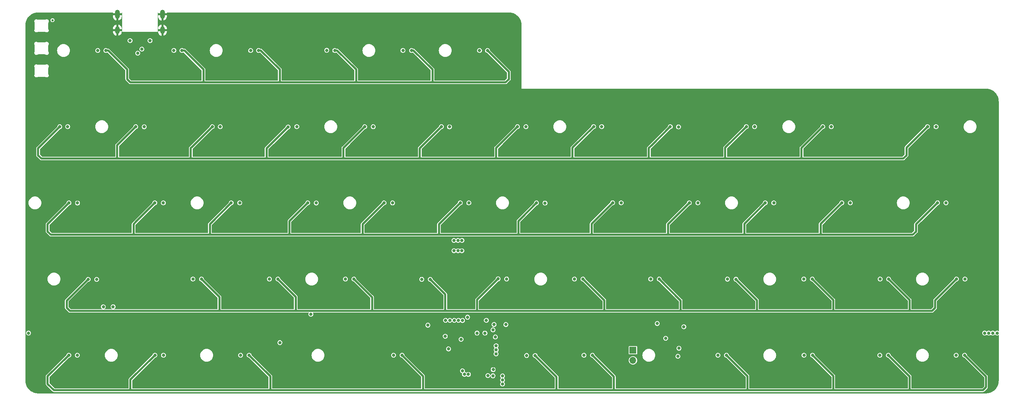
<source format=gbr>
%TF.GenerationSoftware,KiCad,Pcbnew,(7.0.0)*%
%TF.CreationDate,2023-09-28T15:05:12+02:00*%
%TF.ProjectId,the-nicholas-van,7468652d-6e69-4636-986f-6c61732d7661,rev?*%
%TF.SameCoordinates,Original*%
%TF.FileFunction,Copper,L2,Inr*%
%TF.FilePolarity,Positive*%
%FSLAX46Y46*%
G04 Gerber Fmt 4.6, Leading zero omitted, Abs format (unit mm)*
G04 Created by KiCad (PCBNEW (7.0.0)) date 2023-09-28 15:05:12*
%MOMM*%
%LPD*%
G01*
G04 APERTURE LIST*
%TA.AperFunction,ComponentPad*%
%ADD10R,1.700000X1.700000*%
%TD*%
%TA.AperFunction,ComponentPad*%
%ADD11O,1.700000X1.700000*%
%TD*%
%TA.AperFunction,ComponentPad*%
%ADD12O,1.200000X2.250000*%
%TD*%
%TA.AperFunction,ComponentPad*%
%ADD13O,1.200000X1.850000*%
%TD*%
%TA.AperFunction,ViaPad*%
%ADD14C,0.800000*%
%TD*%
%TA.AperFunction,ViaPad*%
%ADD15C,0.620000*%
%TD*%
%TA.AperFunction,ViaPad*%
%ADD16C,0.600000*%
%TD*%
%TA.AperFunction,Conductor*%
%ADD17C,0.500000*%
%TD*%
G04 APERTURE END LIST*
D10*
%TO.N,VBAT*%
%TO.C,SW1*%
X180181249Y-133662499D03*
D11*
%TO.N,BOOT0*%
X180181249Y-136202499D03*
%TD*%
D12*
%TO.N,GND*%
%TO.C,J3*%
X51529999Y-49649999D03*
D13*
X51529999Y-53649999D03*
D12*
X62769999Y-49649999D03*
D13*
X62769999Y-53649999D03*
%TD*%
D14*
%TO.N,AMUX_SEL_2*%
X147637500Y-140104346D03*
%TO.N,AMUX_SEL_0*%
X147637500Y-142128447D03*
%TO.N,AMUX_SEL_1*%
X147637500Y-141128944D03*
%TO.N,*%
X50475344Y-122786056D03*
X48023634Y-122797251D03*
%TO.N,GND*%
X214312500Y-130968750D03*
X219075000Y-81756250D03*
X73025000Y-90297000D03*
X181768750Y-124742241D03*
X130692326Y-128558402D03*
X137572029Y-142288666D03*
X142494000Y-86868000D03*
X132444299Y-124730700D03*
X187325000Y-128587500D03*
X84455000Y-106045000D03*
X130683000Y-134493000D03*
X199644000Y-84074000D03*
X104775000Y-73818750D03*
X130556000Y-90170000D03*
X129016957Y-139313985D03*
X200027079Y-122750277D03*
X130556000Y-103378000D03*
X123317000Y-103505000D03*
X65405000Y-106045000D03*
X129033002Y-141191231D03*
X266700000Y-96837500D03*
X119062500Y-124742241D03*
X211931250Y-124742241D03*
X55117760Y-124719505D03*
X149247390Y-124738163D03*
X75819000Y-90297000D03*
X40781680Y-126989901D03*
X104655601Y-83944962D03*
X106045000Y-103505000D03*
X142875000Y-77787500D03*
X101219000Y-65278000D03*
X130556000Y-97028000D03*
X125857000Y-106045000D03*
X43815000Y-84455000D03*
X128587500Y-124742241D03*
X130713297Y-131550693D03*
X40640000Y-69342000D03*
X119380000Y-65278000D03*
X37084000Y-69342000D03*
X196852079Y-122750277D03*
X106045000Y-106045000D03*
X126206250Y-124742241D03*
X52387500Y-134937500D03*
X126619000Y-97155000D03*
X238935428Y-122908104D03*
X196850000Y-127254000D03*
X140843000Y-112014000D03*
X92202000Y-90170000D03*
X68707000Y-82042000D03*
X124524826Y-86976027D03*
X214312500Y-119856250D03*
X71437500Y-100806250D03*
X40765366Y-124732142D03*
X216154000Y-86614000D03*
X221488000Y-127127000D03*
X64645571Y-126994056D03*
X101600000Y-130968750D03*
X76200000Y-62706250D03*
X247650000Y-92868750D03*
X71437500Y-92868750D03*
X126238000Y-142621000D03*
X93024459Y-129662503D03*
X50006250Y-130968750D03*
X216154000Y-84074000D03*
X204787500Y-92868750D03*
X184943750Y-124742241D03*
X30956250Y-134937500D03*
X147637500Y-103187500D03*
X214312500Y-138906250D03*
X153998695Y-124719850D03*
X220218000Y-105918000D03*
X230996686Y-124742241D03*
X142767073Y-139807927D03*
X104775000Y-124742241D03*
X217487500Y-124742241D03*
X61912500Y-115887500D03*
X147637500Y-92868750D03*
X47625000Y-81756250D03*
X123825000Y-77787500D03*
X116840000Y-65278000D03*
X43146616Y-124732142D03*
X111918750Y-124742241D03*
X178943000Y-84201000D03*
X71128172Y-128570780D03*
X35179000Y-66421000D03*
X235760428Y-122908104D03*
X217678000Y-103378000D03*
X157162500Y-119856250D03*
X228615436Y-124742241D03*
X161925000Y-73818750D03*
X68707000Y-84582000D03*
X98425000Y-87122000D03*
X134424722Y-124710503D03*
X82042000Y-67818000D03*
X95250000Y-87122000D03*
X35052000Y-70231000D03*
X107156250Y-124742241D03*
X160274000Y-127254000D03*
X256381250Y-128587500D03*
X134503087Y-122818544D03*
X181779945Y-122773764D03*
X104775000Y-81756250D03*
X211963000Y-127381000D03*
X140843000Y-109728000D03*
X79502000Y-65278000D03*
X135255000Y-67818000D03*
X123825000Y-124742241D03*
X241300000Y-127254000D03*
X242887500Y-96837500D03*
X150368000Y-103251000D03*
X192087500Y-124742241D03*
X185737500Y-96837500D03*
X171450000Y-124742241D03*
X141287500Y-134937500D03*
X237617000Y-105918000D03*
X65405000Y-82042000D03*
X67159530Y-127037220D03*
X108077000Y-87122000D03*
X137795000Y-67818000D03*
X68707000Y-69469000D03*
X46355000Y-84455000D03*
X49530000Y-103378000D03*
X235966000Y-86614000D03*
X238506000Y-86614000D03*
X52387500Y-96837500D03*
X156379945Y-124719850D03*
X135255000Y-65278000D03*
X226234186Y-124742241D03*
X132449128Y-122829739D03*
X57150000Y-103378000D03*
X60960000Y-65278000D03*
X126619000Y-92456000D03*
X159385000Y-142113000D03*
X124524826Y-83801027D03*
X197104000Y-86614000D03*
X200025000Y-124742241D03*
X121443750Y-124742241D03*
X101600000Y-138906250D03*
X163957000Y-105918000D03*
X140843000Y-119761000D03*
X163957000Y-103378000D03*
X119055920Y-122724483D03*
X62246074Y-126977264D03*
X146843750Y-124742241D03*
X142081250Y-124742241D03*
X176212500Y-124742241D03*
X238887000Y-127254000D03*
X166687500Y-96837500D03*
X184150000Y-138906250D03*
X64601415Y-122748835D03*
X43434000Y-66548000D03*
X226187000Y-127127000D03*
X60977995Y-69177863D03*
X200025000Y-127254000D03*
X180975000Y-77787500D03*
X46355000Y-86995000D03*
X252412500Y-138906250D03*
X90487500Y-124742241D03*
X93677936Y-124742241D03*
X219075000Y-73818750D03*
X83080417Y-84114370D03*
X81788000Y-127254000D03*
X247650000Y-100806250D03*
X241315436Y-124742241D03*
D15*
X37100000Y-51152500D03*
D14*
X126746000Y-108077000D03*
X80935151Y-122670815D03*
X89027000Y-87122000D03*
X30956250Y-92868750D03*
X70485000Y-86995000D03*
X164256199Y-122934226D03*
X126619000Y-94615000D03*
X115062000Y-127381000D03*
X50006250Y-138906250D03*
X101480601Y-83944962D03*
D15*
X29875000Y-51152500D03*
D14*
X130556000Y-101600000D03*
X32893000Y-142748000D03*
X174117000Y-142081250D03*
X123317000Y-106045000D03*
X161417000Y-84328000D03*
X49530000Y-105918000D03*
X49532813Y-128598196D03*
X183007000Y-103378000D03*
X231013000Y-127254000D03*
X151606250Y-58737500D03*
X73025000Y-86995000D03*
X78994000Y-86995000D03*
X35718750Y-119856250D03*
X68707000Y-77216000D03*
X240157000Y-105918000D03*
X196850000Y-124742241D03*
X98551876Y-124738163D03*
X63119000Y-69215000D03*
D15*
X37100000Y-62417500D03*
D14*
X85725000Y-77787500D03*
X238506000Y-84074000D03*
X150368000Y-106426000D03*
X59880260Y-124719505D03*
X148463000Y-128524000D03*
X119062500Y-115887500D03*
X173831250Y-124742241D03*
D15*
X29875000Y-56785000D03*
D14*
X62865000Y-87122000D03*
X195262500Y-115887500D03*
X43434000Y-69342000D03*
X55134074Y-126977264D03*
X252412500Y-111918750D03*
X245999000Y-127254000D03*
X52451000Y-65278000D03*
X134143750Y-130968750D03*
X53975000Y-103378000D03*
X88106250Y-124742241D03*
X111918750Y-134937500D03*
X199517000Y-105918000D03*
X95250000Y-58737500D03*
X161417000Y-105918000D03*
X189323743Y-127000487D03*
X100874516Y-122839837D03*
X199517000Y-103378000D03*
X176212500Y-115887500D03*
X142494000Y-84328000D03*
X117856000Y-87122000D03*
X76759751Y-127079461D03*
X77575445Y-128598196D03*
X264318750Y-73818750D03*
X197104000Y-84074000D03*
X87757000Y-142748000D03*
X45527866Y-124732142D03*
X125857000Y-103505000D03*
X183007000Y-105918000D03*
X152033854Y-124715004D03*
X62865000Y-84582000D03*
X65405000Y-84582000D03*
X67159530Y-124742240D03*
X236243016Y-127624810D03*
X169068750Y-124742241D03*
X181483000Y-86741000D03*
X114300000Y-124742241D03*
X147637500Y-106362500D03*
X264318750Y-81756250D03*
X76267170Y-124738163D03*
X68707000Y-79502000D03*
X104648000Y-90170000D03*
X111918750Y-128587500D03*
X90487500Y-96837500D03*
X43194680Y-126989901D03*
X50006250Y-96837500D03*
X180467000Y-105918000D03*
X217527664Y-122796154D03*
D15*
X37100000Y-62417500D03*
X29875000Y-51152500D03*
D14*
X55653979Y-59080896D03*
X220662500Y-124742241D03*
X47625000Y-73818750D03*
X35718750Y-111918750D03*
X133223000Y-103505000D03*
X116258032Y-122719982D03*
X209550000Y-124742241D03*
X52736510Y-124719505D03*
X47909116Y-124732142D03*
X114427000Y-87122000D03*
X248539000Y-127254000D03*
X59055000Y-59088750D03*
X119888000Y-127381000D03*
X235759186Y-124742241D03*
X238934186Y-124742241D03*
X130556000Y-92456000D03*
X59833074Y-126977264D03*
X98679000Y-67818000D03*
X86995000Y-103505000D03*
X109537500Y-92868750D03*
X144462500Y-124742241D03*
X79502000Y-67818000D03*
X67056000Y-89408000D03*
X132588000Y-108839000D03*
X89154000Y-90170000D03*
X127000000Y-127254000D03*
X76200000Y-54768750D03*
X86995000Y-106045000D03*
X74346751Y-127079461D03*
X36703000Y-142748000D03*
X161142445Y-124719850D03*
X119380000Y-67818000D03*
X161417000Y-86868000D03*
X73818750Y-130968750D03*
X100821686Y-124742241D03*
X85725000Y-124742241D03*
X142875000Y-122428000D03*
X59687000Y-61118750D03*
X252412500Y-119856250D03*
X133350000Y-138049000D03*
X178943000Y-86741000D03*
X84215865Y-127190315D03*
X67131688Y-122754778D03*
X162941000Y-142113000D03*
X200025000Y-77787500D03*
X86255417Y-86995000D03*
X138938000Y-106172000D03*
D15*
X29875000Y-62417500D03*
D14*
X161417000Y-103378000D03*
X92202000Y-87122000D03*
X166687500Y-124742241D03*
X147656277Y-131481250D03*
X220702664Y-122796154D03*
X65405000Y-87122000D03*
X121349826Y-83801027D03*
X103505000Y-106045000D03*
X126619000Y-67818000D03*
X90932000Y-126492000D03*
X211931250Y-134937500D03*
X62992000Y-65278000D03*
X57547074Y-126977264D03*
X47893680Y-126989901D03*
X126619000Y-101600000D03*
X214312500Y-111918750D03*
X108077000Y-90170000D03*
X57499010Y-124719505D03*
X30956250Y-100806250D03*
X164306250Y-124742241D03*
X75819000Y-86995000D03*
X157988000Y-127254000D03*
X46990000Y-103378000D03*
X130556000Y-94615000D03*
X180467000Y-103378000D03*
X116255839Y-124741895D03*
X130556000Y-99314000D03*
X114300000Y-54768750D03*
X109537500Y-100806250D03*
X209679976Y-127243260D03*
X68707000Y-67564000D03*
X114300000Y-90170000D03*
X128651000Y-86995000D03*
X202057000Y-105918000D03*
X177038000Y-142081250D03*
X187325000Y-124742241D03*
X80962500Y-115887500D03*
X202438000Y-127254000D03*
X237617000Y-103378000D03*
X266700000Y-88106250D03*
X98679000Y-65278000D03*
X228600000Y-127127000D03*
X78311211Y-124741143D03*
X204787500Y-124742241D03*
X146833514Y-129397867D03*
X65405000Y-103505000D03*
X50465245Y-126955219D03*
X32543750Y-71437500D03*
X71437500Y-134937500D03*
X111379000Y-87122000D03*
X57531000Y-65659000D03*
X223837500Y-96837500D03*
X86255417Y-84114370D03*
X161925000Y-81756250D03*
X248459186Y-124742241D03*
X139954000Y-86868000D03*
X126619000Y-99314000D03*
X207168750Y-124742241D03*
X103505000Y-103505000D03*
X67945000Y-103505000D03*
X252412500Y-130968750D03*
X72263000Y-127127000D03*
X101219000Y-67818000D03*
X218694000Y-84074000D03*
X95250000Y-90170000D03*
X217551000Y-127254000D03*
X114300000Y-62706250D03*
X218694000Y-86614000D03*
X69123420Y-124738163D03*
D15*
X29875000Y-56785000D03*
D14*
X78338052Y-122687609D03*
X54768750Y-115887500D03*
X246077936Y-124742241D03*
X134239000Y-110109000D03*
X128397000Y-83820000D03*
X218225500Y-128587500D03*
X83080417Y-86995000D03*
X129286000Y-142621000D03*
X250825000Y-127254000D03*
X37101630Y-54199602D03*
X202057000Y-103378000D03*
X124587000Y-90170000D03*
X214312500Y-124742241D03*
X161153640Y-122867056D03*
X133350000Y-62706250D03*
X101480601Y-87119962D03*
X243696686Y-124742241D03*
X73885920Y-124738163D03*
X50456685Y-124730700D03*
X80962500Y-124742241D03*
X124641410Y-127264270D03*
X96059186Y-124742241D03*
X157162500Y-111918750D03*
X223665842Y-124738163D03*
X181483000Y-84201000D03*
X158761195Y-124719850D03*
X194468750Y-124742241D03*
X199644000Y-86614000D03*
X152908000Y-103378000D03*
X70231000Y-90297000D03*
X56642000Y-142748000D03*
X59182000Y-69159697D03*
X133350000Y-54768750D03*
X130937000Y-86995000D03*
X158877000Y-86868000D03*
X233362500Y-134937500D03*
X139954000Y-84328000D03*
X86487000Y-127254000D03*
X240157000Y-103378000D03*
X92680732Y-124674500D03*
X217678000Y-105918000D03*
X98545951Y-122839837D03*
X43815000Y-86995000D03*
X83343750Y-124742241D03*
X159543750Y-128587500D03*
X95123000Y-136779000D03*
X116840000Y-67818000D03*
D15*
X29875000Y-62417500D03*
D14*
X189706250Y-124742241D03*
X253221686Y-124742241D03*
X137795000Y-65278000D03*
X207264000Y-127254000D03*
X84455000Y-103505000D03*
X121349826Y-86976027D03*
X109537500Y-124742241D03*
X78408823Y-127100755D03*
X130968750Y-124742241D03*
X100012500Y-111918750D03*
X73818750Y-138906250D03*
X52721074Y-126977264D03*
X86233000Y-90170000D03*
X60996161Y-71157940D03*
X235966000Y-84074000D03*
X46990000Y-105918000D03*
X204787500Y-100806250D03*
X220218000Y-103378000D03*
X82042000Y-65278000D03*
X71504670Y-124738163D03*
X65405000Y-79502000D03*
X202406250Y-124742241D03*
X52324000Y-71120000D03*
X40640000Y-66548000D03*
X233362500Y-115887500D03*
X68722701Y-71437500D03*
X233377936Y-124742241D03*
X238125000Y-77787500D03*
X124333000Y-67818000D03*
X67945000Y-106045000D03*
X140462000Y-107188000D03*
X64629257Y-124736297D03*
X52959000Y-142748000D03*
X111379000Y-90170000D03*
X204851000Y-127254000D03*
X178593750Y-124742241D03*
X45480680Y-126989901D03*
X152030564Y-122896909D03*
D15*
X37100000Y-51152500D03*
D14*
X62261510Y-124719505D03*
X104655601Y-87119962D03*
X250840436Y-124742241D03*
%TO.N,ROW0*%
X67648225Y-58737500D03*
X134493000Y-126191741D03*
X143874401Y-58747746D03*
X86757503Y-58724331D03*
X135514854Y-106200500D03*
X48649298Y-58737499D03*
X124929108Y-58720208D03*
X105777884Y-58720208D03*
X135509000Y-108799500D03*
%TO.N,COL0*%
X41582957Y-96860554D03*
X39127580Y-77772690D03*
X46635844Y-58737499D03*
X41532725Y-134918567D03*
X46355303Y-115955023D03*
%TO.N,COL1*%
X58217004Y-77813436D03*
X65630929Y-58749027D03*
X63022853Y-134927213D03*
X63005962Y-96849027D03*
X70379459Y-115871849D03*
%TO.N,COL2*%
X89465682Y-115870208D03*
X82288991Y-134902917D03*
X84774789Y-58735859D03*
X82061445Y-96837500D03*
X77202641Y-77787499D03*
%TO.N,COL3*%
X96292024Y-77761563D03*
X101142185Y-96860554D03*
X103754824Y-58685626D03*
X99824482Y-124674500D03*
X108437432Y-115880495D03*
%TO.N,COL4*%
X120439224Y-134901276D03*
X127474942Y-115932368D03*
X115362962Y-77803150D03*
X122785011Y-58720208D03*
X120176975Y-96853149D03*
%TO.N,COL5*%
X134391067Y-77813436D03*
X153661931Y-134977445D03*
X139219130Y-96837499D03*
X141907058Y-58737499D03*
X148665196Y-115845913D03*
%TO.N,ROW1*%
X132393944Y-77761563D03*
X113236156Y-77785859D03*
X136508503Y-108799500D03*
X136514357Y-106200500D03*
X94139281Y-77839373D03*
X189495115Y-77797786D03*
X135584302Y-126191741D03*
X227532152Y-77787499D03*
X75205518Y-77787499D03*
X37144866Y-77807272D03*
X170365218Y-77787500D03*
X151353644Y-77787499D03*
X208467224Y-77789140D03*
X253679673Y-77754558D03*
X56116134Y-77787499D03*
%TO.N,COL6*%
X165599800Y-115871849D03*
X158249439Y-96870441D03*
X153480451Y-77787499D03*
X167960477Y-134920209D03*
%TO.N,COL7*%
X184596286Y-115870208D03*
X177233637Y-96814445D03*
X172388278Y-77761563D03*
X186245500Y-127000000D03*
%TO.N,COL8*%
X201384873Y-134904558D03*
X191544111Y-77823723D03*
X196369130Y-96837500D03*
X203751673Y-115904791D03*
%TO.N,COL9*%
X222862633Y-134914845D03*
X222817323Y-115870209D03*
X210542157Y-77754558D03*
X215326911Y-96849027D03*
%TO.N,COL10*%
X229671927Y-77787499D03*
X241848270Y-115870209D03*
X241798159Y-134920208D03*
X234423021Y-96837500D03*
%TO.N,COL11*%
X263025479Y-115879815D03*
X191393857Y-135185820D03*
X260837192Y-134912524D03*
X255806480Y-77771849D03*
X191674500Y-133188114D03*
X258312931Y-96816086D03*
%TO.N,ROW2*%
X194242323Y-96820209D03*
X137508006Y-108799500D03*
X156122632Y-96853150D03*
X175106830Y-96797154D03*
X118050168Y-96835858D03*
X213200104Y-96831736D03*
X79934638Y-96820209D03*
X137092323Y-96820208D03*
X232296214Y-96820209D03*
X256186124Y-96798795D03*
X136652000Y-126191741D03*
X99015378Y-96843263D03*
X39456150Y-96843263D03*
X60879155Y-96831736D03*
X137513860Y-106200500D03*
%TO.N,ROW3*%
X91592489Y-115887499D03*
X224944130Y-115887500D03*
X167726607Y-115889140D03*
X129601749Y-115949659D03*
X186723093Y-115887499D03*
X146538389Y-115828622D03*
X205878480Y-115922082D03*
X72506266Y-115889140D03*
X260898672Y-115862524D03*
X243975077Y-115887500D03*
X133425211Y-126191741D03*
X110564239Y-115897786D03*
X44228496Y-115937732D03*
%TO.N,ROW4*%
X243924966Y-134937499D03*
X262963999Y-134929815D03*
X145542000Y-127254000D03*
X148463000Y-127254000D03*
X137668000Y-126238000D03*
X143599355Y-126191741D03*
X39405918Y-134901276D03*
X122566031Y-134918567D03*
X84415798Y-134920208D03*
X155788738Y-134994736D03*
X60896046Y-134909922D03*
X203511680Y-134921849D03*
X170087284Y-134937500D03*
X224989440Y-134932136D03*
%TO.N,VBAT*%
X137628225Y-138797732D03*
X143262000Y-129381250D03*
X145840027Y-130370204D03*
X138906250Y-125412500D03*
X188341000Y-130683000D03*
X92075000Y-131762500D03*
X141287500Y-129381250D03*
X145304807Y-138521768D03*
X137287000Y-130937000D03*
%TO.N,APLEX_OUT_PIN_0*%
X129007714Y-127420214D03*
X192881250Y-127793750D03*
%TO.N,VCC*%
X59690000Y-56261000D03*
X54700000Y-56261000D03*
%TO.N,APLEX_EN_PIN_1*%
X145256250Y-128587500D03*
X133350000Y-130175000D03*
%TO.N,D-*%
X57646247Y-58398253D03*
X56600574Y-59401776D03*
%TO.N,AMUX_SEL_2*%
X146050000Y-132556250D03*
%TO.N,AMUX_SEL_1*%
X146062548Y-133568301D03*
%TO.N,AMUX_SEL_0*%
X146040758Y-134567566D03*
%TO.N,ARGB_3V3*%
X29368750Y-129381250D03*
X134143750Y-133350000D03*
D16*
%TO.N,unconnected-(LED3-DOUT-Pad2)*%
X35325000Y-51152500D03*
X35325000Y-51152500D03*
D14*
%TO.N,ENC1*%
X268969747Y-129381250D03*
X143983244Y-139999500D03*
%TO.N,ENC2*%
X139119948Y-139705878D03*
X269969250Y-129381250D03*
%TO.N,SW1*%
X145256250Y-140056086D03*
X267970244Y-129381250D03*
%TO.N,SW2*%
X271062500Y-129381250D03*
X138112500Y-139700000D03*
%TD*%
D17*
%TO.N,ROW0*%
X148431250Y-66675000D02*
X130175000Y-66675000D01*
X149225000Y-64098346D02*
X149225000Y-65881250D01*
X130175000Y-63500000D02*
X130175000Y-66675000D01*
X86757503Y-58724331D02*
X87299331Y-58724331D01*
X68262500Y-58737500D02*
X73025000Y-63500000D01*
X124929108Y-58720208D02*
X125395208Y-58720208D01*
X92075000Y-63500000D02*
X92075000Y-66675000D01*
X77787500Y-66675000D02*
X92075000Y-66675000D01*
X105777884Y-58720208D02*
X106345208Y-58720208D01*
X125395208Y-58720208D02*
X130175000Y-63500000D01*
X73818750Y-66675000D02*
X77787500Y-66675000D01*
X95250000Y-66675000D02*
X111125000Y-66675000D01*
X53975000Y-63500000D02*
X53975000Y-65881250D01*
X48649298Y-58737499D02*
X49212499Y-58737499D01*
X106345208Y-58720208D02*
X111125000Y-63500000D01*
X54768750Y-66675000D02*
X53975000Y-65881250D01*
X114300000Y-66675000D02*
X130175000Y-66675000D01*
X67648225Y-58737500D02*
X68262500Y-58737500D01*
X73025000Y-63500000D02*
X73025000Y-66675000D01*
X73025000Y-66675000D02*
X73818750Y-66675000D01*
X73818750Y-66675000D02*
X54768750Y-66675000D01*
X143874401Y-58747746D02*
X149225000Y-64098346D01*
X148431250Y-66675000D02*
X149225000Y-65881250D01*
X111125000Y-66675000D02*
X114300000Y-66675000D01*
X87299331Y-58724331D02*
X92075000Y-63500000D01*
X92075000Y-66675000D02*
X95250000Y-66675000D01*
X111125000Y-63500000D02*
X111125000Y-66675000D01*
X49212499Y-58737499D02*
X53975000Y-63500000D01*
%TO.N,COL2*%
X82254408Y-134937500D02*
X82288991Y-134902917D01*
%TO.N,ROW1*%
X219075000Y-85725000D02*
X222250000Y-85725000D01*
X165100000Y-83052718D02*
X165351359Y-82801359D01*
X248443750Y-84931250D02*
X248443750Y-82990480D01*
X51593750Y-85725000D02*
X52387500Y-85725000D01*
X184150000Y-83142900D02*
X184843325Y-82449575D01*
X142875000Y-85725000D02*
X146050000Y-85725000D01*
X127793750Y-85725000D02*
X142875000Y-85725000D01*
X219594651Y-85725000D02*
X219075000Y-85725000D01*
X222250000Y-85725000D02*
X222250000Y-83069650D01*
X248443750Y-82990480D02*
X253679673Y-77754558D01*
X200531364Y-85725000D02*
X200025000Y-85725000D01*
X88767452Y-83211202D02*
X88767452Y-85592452D01*
X75205518Y-77787499D02*
X70146509Y-82846509D01*
X65793861Y-85725000D02*
X65794250Y-85724611D01*
X170365218Y-77787500D02*
X165351359Y-82801359D01*
X86518750Y-85725000D02*
X88900000Y-85725000D01*
X181567901Y-85725000D02*
X180975000Y-85725000D01*
X127000000Y-85725000D02*
X127000000Y-83155506D01*
X65794639Y-85725000D02*
X69850000Y-85725000D01*
X189495115Y-77797786D02*
X184843325Y-82449575D01*
X56116134Y-77787499D02*
X51473691Y-82429941D01*
X51473691Y-82429941D02*
X51473691Y-85604941D01*
X69850000Y-83143018D02*
X69850000Y-85725000D01*
X146050000Y-85725000D02*
X161925000Y-85725000D01*
X203200000Y-85725000D02*
X219075000Y-85725000D01*
X203200000Y-83056364D02*
X208467224Y-77789140D01*
X162427718Y-85725000D02*
X161925000Y-85725000D01*
X51473691Y-85604941D02*
X51593750Y-85725000D01*
X222250000Y-85725000D02*
X247650000Y-85725000D01*
X146050000Y-85725000D02*
X146050000Y-83091142D01*
X31750000Y-84931250D02*
X31750000Y-83202138D01*
X200025000Y-85725000D02*
X203200000Y-85725000D01*
X203200000Y-85725000D02*
X203200000Y-83056364D01*
X165100000Y-83343750D02*
X165100000Y-84137500D01*
X247650000Y-85725000D02*
X248443750Y-84931250D01*
X65794250Y-85724611D02*
X65794639Y-85725000D01*
X88767452Y-85592452D02*
X88900000Y-85725000D01*
X31750000Y-84931250D02*
X32543750Y-85725000D01*
X94139281Y-77839373D02*
X88767452Y-83211202D01*
X165100000Y-84137500D02*
X165100000Y-83052718D01*
X70146509Y-82846509D02*
X69850000Y-83143018D01*
X32543750Y-85725000D02*
X52387500Y-85725000D01*
X107156250Y-85725000D02*
X127793750Y-85725000D01*
X184150000Y-85725000D02*
X200025000Y-85725000D01*
X107156250Y-85725000D02*
X107950000Y-85725000D01*
X69850000Y-85725000D02*
X86518750Y-85725000D01*
X143416143Y-85725000D02*
X142875000Y-85725000D01*
X180975000Y-85725000D02*
X184150000Y-85725000D01*
X88900000Y-85725000D02*
X107156250Y-85725000D01*
X107950000Y-85725000D02*
X107950000Y-83072014D01*
X146050000Y-83091142D02*
X151353644Y-77787499D01*
X127000000Y-83155506D02*
X132393944Y-77761563D01*
X127000000Y-85725000D02*
X127793750Y-85725000D01*
X31750000Y-83202138D02*
X37144866Y-77807272D01*
X165100000Y-85725000D02*
X180975000Y-85725000D01*
X52387500Y-85725000D02*
X65793861Y-85725000D01*
X161925000Y-85725000D02*
X165100000Y-85725000D01*
X107950000Y-83072014D02*
X113236156Y-77785859D01*
X184150000Y-85725000D02*
X184150000Y-83142900D01*
X222250000Y-83069650D02*
X227532152Y-77787499D01*
X165100000Y-84137500D02*
X165100000Y-85725000D01*
%TO.N,ROW2*%
X194242323Y-96820209D02*
X188912500Y-102150032D01*
X55562500Y-103187500D02*
X55562500Y-102148390D01*
X94456250Y-104775000D02*
X111918750Y-104775000D01*
X34925000Y-104775000D02*
X34131250Y-103981250D01*
X51593750Y-104775000D02*
X34925000Y-104775000D01*
X169862500Y-102041484D02*
X169862500Y-104775000D01*
X74612500Y-104775000D02*
X74612500Y-102142346D01*
X250031250Y-104775000D02*
X250825000Y-103981250D01*
X34131250Y-103981250D02*
X34131250Y-102168162D01*
X55562500Y-104775000D02*
X71437500Y-104775000D01*
X227012500Y-102103923D02*
X227012500Y-104775000D01*
X112712500Y-102173526D02*
X112712500Y-104775000D01*
X131762500Y-104775000D02*
X150812500Y-104775000D01*
X34131250Y-102168162D02*
X39456150Y-96843263D01*
X71979847Y-104775000D02*
X71437500Y-104775000D01*
X71437500Y-104775000D02*
X74612500Y-104775000D01*
X175106830Y-96797154D02*
X169862500Y-102041484D01*
X188912500Y-104775000D02*
X207962500Y-104775000D01*
X250825000Y-102159919D02*
X250825000Y-103981250D01*
X60879155Y-96831736D02*
X56233570Y-101477320D01*
X151606250Y-104775000D02*
X169862500Y-104775000D01*
X156122632Y-96853150D02*
X152284766Y-100691016D01*
X207962500Y-104775000D02*
X227012500Y-104775000D01*
X207962500Y-102069340D02*
X207962500Y-104775000D01*
X52935891Y-104775000D02*
X51593750Y-104775000D01*
X94456250Y-101402391D02*
X94456250Y-104775000D01*
X188912500Y-102150032D02*
X188912500Y-104775000D01*
X55562500Y-103187500D02*
X55562500Y-104775000D01*
X151606250Y-101369532D02*
X152284766Y-100691016D01*
X74612500Y-102142346D02*
X79934638Y-96820209D01*
X99015378Y-96843263D02*
X94456250Y-101402391D01*
X74612500Y-104775000D02*
X94456250Y-104775000D01*
X169862500Y-104775000D02*
X188912500Y-104775000D01*
X51593750Y-104775000D02*
X55562500Y-104775000D01*
X151606250Y-104775000D02*
X151606250Y-101369532D01*
X213200104Y-96831736D02*
X207962500Y-102069340D01*
X227012500Y-104775000D02*
X250031250Y-104775000D01*
X232296214Y-96820209D02*
X227012500Y-102103923D01*
X118050168Y-96835858D02*
X112712500Y-102173526D01*
X256186124Y-96798795D02*
X250825000Y-102159919D01*
X131762500Y-102150031D02*
X131762500Y-104775000D01*
X55562500Y-102148390D02*
X56233570Y-101477320D01*
X55562500Y-102393750D02*
X55562500Y-103187500D01*
X112712500Y-104775000D02*
X111918750Y-104775000D01*
X112712500Y-104775000D02*
X131762500Y-104775000D01*
X137092323Y-96820208D02*
X131762500Y-102150031D01*
X150812500Y-104775000D02*
X151606250Y-104775000D01*
%TO.N,ROW3*%
X186723093Y-115887499D02*
X192087500Y-121251906D01*
X249237500Y-121149923D02*
X249237500Y-123825000D01*
X38893750Y-121272478D02*
X38893750Y-123031250D01*
X205878480Y-115922082D02*
X211137500Y-121181102D01*
X243975077Y-115887500D02*
X249237500Y-121149923D01*
X211137500Y-121181102D02*
X211137500Y-123825000D01*
X254793750Y-123825000D02*
X255587500Y-123031250D01*
X72506266Y-115889140D02*
X76993750Y-120376624D01*
X110564239Y-115897786D02*
X114411352Y-119744898D01*
X114411352Y-119744898D02*
X115093750Y-120427296D01*
X173037500Y-123825000D02*
X192087500Y-123825000D01*
X96043750Y-123825000D02*
X115093750Y-123825000D01*
X230187500Y-121130870D02*
X230187500Y-123825000D01*
X255587500Y-121173696D02*
X255587500Y-123031250D01*
X134937500Y-123825000D02*
X141287500Y-123825000D01*
X249237500Y-123825000D02*
X254793750Y-123825000D01*
X173037500Y-121200033D02*
X173037500Y-123825000D01*
X224944130Y-115887500D02*
X230187500Y-121130870D01*
X96043750Y-120338760D02*
X96043750Y-123825000D01*
X114411352Y-119744898D02*
X115093750Y-120427297D01*
X133350000Y-119697910D02*
X133350000Y-123825000D01*
X38893750Y-123031250D02*
X39687500Y-123825000D01*
X91592489Y-115887499D02*
X96043750Y-120338760D01*
X115093750Y-120427296D02*
X115093750Y-123825000D01*
X230187500Y-123825000D02*
X249237500Y-123825000D01*
X146538389Y-115828622D02*
X141287500Y-121079511D01*
X211137500Y-123825000D02*
X230187500Y-123825000D01*
X76993750Y-123825000D02*
X96043750Y-123825000D01*
X115887500Y-123825000D02*
X133350000Y-123825000D01*
X153987500Y-123825000D02*
X173037500Y-123825000D01*
X133350000Y-123825000D02*
X134937500Y-123825000D01*
X129601749Y-115949659D02*
X133350000Y-119697910D01*
X115093750Y-123825000D02*
X115887500Y-123825000D01*
X192087500Y-123825000D02*
X211137500Y-123825000D01*
X44228496Y-115937732D02*
X38893750Y-121272478D01*
X141287500Y-121079511D02*
X141287500Y-123825000D01*
X141287500Y-123825000D02*
X153987500Y-123825000D01*
X167726607Y-115889140D02*
X173037500Y-121200033D01*
X260898672Y-115862524D02*
X255587500Y-121173696D01*
X76993750Y-120376624D02*
X76993750Y-123825000D01*
X39687500Y-123825000D02*
X76993750Y-123825000D01*
X192087500Y-121251906D02*
X192087500Y-123825000D01*
%TO.N,ROW4*%
X243924966Y-134937499D02*
X249237500Y-140250033D01*
X208756250Y-143668750D02*
X230187500Y-143668750D01*
X127793750Y-140146286D02*
X127793750Y-143668750D01*
X224989440Y-134932136D02*
X230187500Y-140130196D01*
X203511680Y-134921849D02*
X208756250Y-140166419D01*
X34131250Y-140175944D02*
X34131250Y-142081250D01*
X89693750Y-140198160D02*
X89693750Y-143668750D01*
X39405918Y-134901276D02*
X34131250Y-140175944D01*
X60896046Y-134909922D02*
X54768750Y-141037218D01*
X127793750Y-143668750D02*
X161131250Y-143668750D01*
X161131250Y-143668750D02*
X175418750Y-143668750D01*
X262963999Y-134929815D02*
X268287500Y-140253316D01*
X161131250Y-140337248D02*
X161131250Y-143668750D01*
X175418750Y-143668750D02*
X208756250Y-143668750D01*
X230187500Y-140130196D02*
X230187500Y-143668750D01*
X175418750Y-140268966D02*
X175418750Y-143668750D01*
X267493750Y-143668750D02*
X254000000Y-143668750D01*
X35718750Y-143668750D02*
X54768750Y-143668750D01*
X249237500Y-140250033D02*
X249237500Y-143668750D01*
X170087284Y-134937500D02*
X175418750Y-140268966D01*
X254000000Y-143668750D02*
X254793750Y-143668750D01*
X230187500Y-143668750D02*
X250031250Y-143668750D01*
X122566031Y-134918567D02*
X127793750Y-140146286D01*
X34131250Y-142081250D02*
X35718750Y-143668750D01*
X268287500Y-140253316D02*
X268287500Y-142875000D01*
X54768750Y-143668750D02*
X89693750Y-143668750D01*
X54768750Y-141037218D02*
X54768750Y-143668750D01*
X250031250Y-143668750D02*
X254000000Y-143668750D01*
X89693750Y-143668750D02*
X127793750Y-143668750D01*
X84415798Y-134920208D02*
X89693750Y-140198160D01*
X155788738Y-134994736D02*
X161131250Y-140337248D01*
X268287500Y-142875000D02*
X267493750Y-143668750D01*
X208756250Y-140166419D02*
X208756250Y-143668750D01*
%TD*%
%TA.AperFunction,Conductor*%
%TO.N,GND*%
G36*
X50426632Y-49216368D02*
G01*
X50430000Y-49224500D01*
X50430000Y-49397713D01*
X50430669Y-49399330D01*
X50432287Y-49400000D01*
X52627713Y-49400000D01*
X52629330Y-49399330D01*
X52630000Y-49397713D01*
X52630000Y-49224500D01*
X52633368Y-49216368D01*
X52641500Y-49213000D01*
X52674292Y-49213000D01*
X52680043Y-49214541D01*
X52684253Y-49218753D01*
X52685791Y-49224502D01*
X52684574Y-52387400D01*
X52683970Y-53958930D01*
X52683925Y-54074850D01*
X52683884Y-54074950D01*
X52683924Y-54075049D01*
X52683925Y-54075049D01*
X52684042Y-54075333D01*
X52684425Y-54075491D01*
X52684524Y-54075450D01*
X61624955Y-54075450D01*
X61625054Y-54075491D01*
X61625437Y-54075333D01*
X61625554Y-54075049D01*
X61625553Y-54075049D01*
X61625595Y-54074950D01*
X61625554Y-54074850D01*
X61625566Y-54027131D01*
X61670000Y-54027131D01*
X61670025Y-54027674D01*
X61684912Y-54183578D01*
X61685119Y-54184649D01*
X61743997Y-54385168D01*
X61744397Y-54386168D01*
X61840162Y-54571927D01*
X61840746Y-54572836D01*
X61969938Y-54737117D01*
X61970679Y-54737893D01*
X62128620Y-54874751D01*
X62129510Y-54875384D01*
X62310490Y-54979872D01*
X62311484Y-54980326D01*
X62508962Y-55048675D01*
X62510028Y-55048934D01*
X62518363Y-55050132D01*
X62519636Y-55049949D01*
X62520000Y-55048714D01*
X62520000Y-55044512D01*
X63020000Y-55044512D01*
X63020389Y-55045763D01*
X63021697Y-55045846D01*
X63130875Y-55019359D01*
X63131911Y-55019001D01*
X63322009Y-54932187D01*
X63322941Y-54931648D01*
X63493176Y-54810424D01*
X63494004Y-54809707D01*
X63638212Y-54658465D01*
X63638891Y-54657602D01*
X63751867Y-54481807D01*
X63752372Y-54480829D01*
X63830039Y-54286825D01*
X63830347Y-54285776D01*
X63869895Y-54080578D01*
X63870000Y-54079487D01*
X63870000Y-53902287D01*
X63869330Y-53900669D01*
X63867713Y-53900000D01*
X63022287Y-53900000D01*
X63020669Y-53900669D01*
X63020000Y-53902287D01*
X63020000Y-55044512D01*
X62520000Y-55044512D01*
X62520000Y-53902287D01*
X62519330Y-53900669D01*
X62517713Y-53900000D01*
X61672287Y-53900000D01*
X61670669Y-53900669D01*
X61670000Y-53902287D01*
X61670000Y-54027131D01*
X61625566Y-54027131D01*
X61625727Y-53397713D01*
X61670000Y-53397713D01*
X61670669Y-53399330D01*
X61672287Y-53400000D01*
X62517713Y-53400000D01*
X62519330Y-53399330D01*
X62520000Y-53397713D01*
X63020000Y-53397713D01*
X63020669Y-53399330D01*
X63022287Y-53400000D01*
X63867713Y-53400000D01*
X63869330Y-53399330D01*
X63870000Y-53397713D01*
X63870000Y-53272869D01*
X63869974Y-53272325D01*
X63855087Y-53116421D01*
X63854880Y-53115350D01*
X63796002Y-52914831D01*
X63795602Y-52913831D01*
X63699837Y-52728072D01*
X63699253Y-52727163D01*
X63570061Y-52562882D01*
X63569320Y-52562106D01*
X63411379Y-52425248D01*
X63410489Y-52424615D01*
X63229509Y-52320127D01*
X63228515Y-52319673D01*
X63031037Y-52251324D01*
X63029971Y-52251065D01*
X63021636Y-52249867D01*
X63020363Y-52250050D01*
X63020000Y-52251286D01*
X63020000Y-53397713D01*
X62520000Y-53397713D01*
X62520000Y-52255488D01*
X62519610Y-52254236D01*
X62518302Y-52254153D01*
X62409124Y-52280640D01*
X62408088Y-52280998D01*
X62217990Y-52367812D01*
X62217058Y-52368351D01*
X62046823Y-52489575D01*
X62045995Y-52490292D01*
X61901787Y-52641534D01*
X61901108Y-52642397D01*
X61788132Y-52818192D01*
X61787627Y-52819170D01*
X61709960Y-53013174D01*
X61709652Y-53014223D01*
X61670104Y-53219421D01*
X61670000Y-53220513D01*
X61670000Y-53397713D01*
X61625727Y-53397713D01*
X61626537Y-50227131D01*
X61670000Y-50227131D01*
X61670025Y-50227674D01*
X61684912Y-50383578D01*
X61685119Y-50384649D01*
X61743997Y-50585168D01*
X61744397Y-50586168D01*
X61840162Y-50771927D01*
X61840746Y-50772836D01*
X61969938Y-50937117D01*
X61970679Y-50937893D01*
X62128620Y-51074751D01*
X62129510Y-51075384D01*
X62310490Y-51179872D01*
X62311484Y-51180326D01*
X62508962Y-51248675D01*
X62510028Y-51248934D01*
X62518363Y-51250132D01*
X62519636Y-51249949D01*
X62520000Y-51248714D01*
X62520000Y-51244512D01*
X63020000Y-51244512D01*
X63020389Y-51245763D01*
X63021697Y-51245846D01*
X63130875Y-51219359D01*
X63131911Y-51219001D01*
X63322009Y-51132187D01*
X63322941Y-51131648D01*
X63493176Y-51010424D01*
X63494004Y-51009707D01*
X63638212Y-50858465D01*
X63638891Y-50857602D01*
X63751867Y-50681807D01*
X63752372Y-50680829D01*
X63830039Y-50486825D01*
X63830347Y-50485776D01*
X63869895Y-50280578D01*
X63870000Y-50279487D01*
X63870000Y-49902287D01*
X63869330Y-49900669D01*
X63867713Y-49900000D01*
X63022287Y-49900000D01*
X63020669Y-49900669D01*
X63020000Y-49902287D01*
X63020000Y-51244512D01*
X62520000Y-51244512D01*
X62520000Y-49902287D01*
X62519330Y-49900669D01*
X62517713Y-49900000D01*
X61672287Y-49900000D01*
X61670669Y-49900669D01*
X61670000Y-49902287D01*
X61670000Y-50227131D01*
X61626537Y-50227131D01*
X61626793Y-49224496D01*
X61630162Y-49216367D01*
X61638293Y-49213000D01*
X61658500Y-49213000D01*
X61666632Y-49216368D01*
X61670000Y-49224500D01*
X61670000Y-49397713D01*
X61670669Y-49399330D01*
X61672287Y-49400000D01*
X63867713Y-49400000D01*
X63869330Y-49399330D01*
X63870000Y-49397713D01*
X63870000Y-49224500D01*
X63873368Y-49216368D01*
X63881500Y-49213000D01*
X149224500Y-49213000D01*
X149224703Y-49213000D01*
X149225305Y-49213016D01*
X149358279Y-49219988D01*
X149358317Y-49220006D01*
X149358317Y-49219991D01*
X149358541Y-49220002D01*
X149563552Y-49231522D01*
X149564660Y-49231641D01*
X149725845Y-49257174D01*
X149903189Y-49287311D01*
X149904226Y-49287537D01*
X150066627Y-49331057D01*
X150066797Y-49331104D01*
X150234800Y-49379509D01*
X150235701Y-49379811D01*
X150394610Y-49440813D01*
X150394727Y-49440860D01*
X150554454Y-49507023D01*
X150555237Y-49507384D01*
X150707780Y-49585111D01*
X150708078Y-49585270D01*
X150858411Y-49668358D01*
X150859108Y-49668776D01*
X151003170Y-49762333D01*
X151003449Y-49762522D01*
X151129467Y-49851938D01*
X151143140Y-49861640D01*
X151143722Y-49862082D01*
X151277399Y-49970332D01*
X151277813Y-49970684D01*
X151405281Y-50084597D01*
X151405750Y-50085040D01*
X151527458Y-50206748D01*
X151527901Y-50207217D01*
X151641814Y-50334685D01*
X151642176Y-50335111D01*
X151750416Y-50468776D01*
X151750858Y-50469358D01*
X151762508Y-50485776D01*
X151849962Y-50609030D01*
X151850183Y-50609355D01*
X151909186Y-50700209D01*
X151943720Y-50753387D01*
X151944140Y-50754087D01*
X152027216Y-50904397D01*
X152027398Y-50904739D01*
X152105105Y-51057243D01*
X152105483Y-51058063D01*
X152171611Y-51217703D01*
X152171722Y-51217983D01*
X152232681Y-51376780D01*
X152232995Y-51377717D01*
X152281388Y-51545682D01*
X152281446Y-51545889D01*
X152324959Y-51708267D01*
X152325188Y-51709317D01*
X152355320Y-51886631D01*
X152355341Y-51886759D01*
X152380854Y-52047816D01*
X152380978Y-52048970D01*
X152392509Y-52254181D01*
X152392511Y-52254224D01*
X152399484Y-52387195D01*
X152399500Y-52387797D01*
X152399500Y-52388000D01*
X152399500Y-68262401D01*
X152399459Y-68262500D01*
X152399500Y-68262599D01*
X152399617Y-68262883D01*
X152400000Y-68263041D01*
X152400099Y-68263000D01*
X161924901Y-68263000D01*
X161925099Y-68263000D01*
X235346776Y-68263000D01*
X235346974Y-68263000D01*
X248046776Y-68263000D01*
X248046974Y-68263000D01*
X268287000Y-68263000D01*
X268287203Y-68263000D01*
X268287805Y-68263016D01*
X268420702Y-68269980D01*
X268420740Y-68269998D01*
X268420740Y-68269983D01*
X268420928Y-68269992D01*
X268626064Y-68281513D01*
X268627170Y-68281632D01*
X268788102Y-68307121D01*
X268788219Y-68307186D01*
X268788226Y-68307141D01*
X268965712Y-68337297D01*
X268966762Y-68337527D01*
X269129019Y-68381004D01*
X269129227Y-68381061D01*
X269297333Y-68429491D01*
X269298216Y-68429788D01*
X269423140Y-68477742D01*
X269457024Y-68490749D01*
X269457304Y-68490860D01*
X269504806Y-68510535D01*
X269616975Y-68556997D01*
X269617759Y-68557359D01*
X269709741Y-68604226D01*
X269770270Y-68635067D01*
X269770612Y-68635249D01*
X269920934Y-68718329D01*
X269921634Y-68718749D01*
X270065692Y-68812301D01*
X270065989Y-68812503D01*
X270205660Y-68911605D01*
X270206242Y-68912047D01*
X270339916Y-69020294D01*
X270340342Y-69020656D01*
X270467812Y-69134570D01*
X270468281Y-69135013D01*
X270589985Y-69256717D01*
X270590428Y-69257186D01*
X270704342Y-69384656D01*
X270704704Y-69385082D01*
X270812951Y-69518756D01*
X270813393Y-69519338D01*
X270912481Y-69658989D01*
X270912713Y-69659332D01*
X270942777Y-69705625D01*
X271006249Y-69803364D01*
X271006669Y-69804064D01*
X271089749Y-69954386D01*
X271089931Y-69954728D01*
X271167631Y-70107222D01*
X271168009Y-70108042D01*
X271234138Y-70267694D01*
X271234249Y-70267974D01*
X271295201Y-70426755D01*
X271295516Y-70427692D01*
X271343937Y-70595771D01*
X271343994Y-70595979D01*
X271387471Y-70758236D01*
X271387701Y-70759286D01*
X271417858Y-70936772D01*
X271417878Y-70936899D01*
X271443363Y-71097804D01*
X271443487Y-71098958D01*
X271455017Y-71304258D01*
X271455019Y-71304301D01*
X271461984Y-71437195D01*
X271462000Y-71437797D01*
X271462000Y-128907563D01*
X271458979Y-128915332D01*
X271451502Y-128919019D01*
X271443499Y-128916687D01*
X271441733Y-128915332D01*
X271365341Y-128856714D01*
X271364651Y-128856428D01*
X271364649Y-128856427D01*
X271219953Y-128796492D01*
X271219951Y-128796491D01*
X271219262Y-128796206D01*
X271218520Y-128796108D01*
X271218519Y-128796108D01*
X271063244Y-128775666D01*
X271062500Y-128775568D01*
X271061756Y-128775666D01*
X270906480Y-128796108D01*
X270906477Y-128796108D01*
X270905738Y-128796206D01*
X270905050Y-128796490D01*
X270905046Y-128796492D01*
X270760350Y-128856427D01*
X270760345Y-128856429D01*
X270759659Y-128856714D01*
X270759069Y-128857166D01*
X270759065Y-128857169D01*
X270634815Y-128952509D01*
X270634811Y-128952512D01*
X270634218Y-128952968D01*
X270633762Y-128953561D01*
X270633759Y-128953565D01*
X270538419Y-129077815D01*
X270538416Y-129077819D01*
X270537964Y-129078409D01*
X270537679Y-129079095D01*
X270537677Y-129079100D01*
X270526500Y-129106085D01*
X270520276Y-129112309D01*
X270511474Y-129112309D01*
X270505250Y-129106085D01*
X270494072Y-129079100D01*
X270493786Y-129078409D01*
X270397532Y-128952968D01*
X270316687Y-128890934D01*
X270272684Y-128857169D01*
X270272683Y-128857168D01*
X270272091Y-128856714D01*
X270271401Y-128856428D01*
X270271399Y-128856427D01*
X270126703Y-128796492D01*
X270126701Y-128796491D01*
X270126012Y-128796206D01*
X270125270Y-128796108D01*
X270125269Y-128796108D01*
X269969994Y-128775666D01*
X269969250Y-128775568D01*
X269968506Y-128775666D01*
X269813230Y-128796108D01*
X269813227Y-128796108D01*
X269812488Y-128796206D01*
X269811800Y-128796490D01*
X269811796Y-128796492D01*
X269667100Y-128856427D01*
X269667095Y-128856429D01*
X269666409Y-128856714D01*
X269665819Y-128857166D01*
X269665815Y-128857169D01*
X269541565Y-128952509D01*
X269541561Y-128952512D01*
X269540968Y-128952968D01*
X269540512Y-128953561D01*
X269540509Y-128953565D01*
X269478622Y-129034218D01*
X269472956Y-129038185D01*
X269466040Y-129038185D01*
X269460374Y-129034218D01*
X269398487Y-128953565D01*
X269398029Y-128952968D01*
X269317184Y-128890934D01*
X269273181Y-128857169D01*
X269273180Y-128857168D01*
X269272588Y-128856714D01*
X269271898Y-128856428D01*
X269271896Y-128856427D01*
X269127200Y-128796492D01*
X269127198Y-128796491D01*
X269126509Y-128796206D01*
X269125767Y-128796108D01*
X269125766Y-128796108D01*
X268970491Y-128775666D01*
X268969747Y-128775568D01*
X268969003Y-128775666D01*
X268813727Y-128796108D01*
X268813724Y-128796108D01*
X268812985Y-128796206D01*
X268812297Y-128796490D01*
X268812293Y-128796492D01*
X268667597Y-128856427D01*
X268667592Y-128856429D01*
X268666906Y-128856714D01*
X268666316Y-128857166D01*
X268666312Y-128857169D01*
X268542062Y-128952509D01*
X268542058Y-128952512D01*
X268541465Y-128952968D01*
X268541009Y-128953561D01*
X268541006Y-128953565D01*
X268479119Y-129034218D01*
X268473453Y-129038185D01*
X268466537Y-129038185D01*
X268460871Y-129034218D01*
X268398984Y-128953565D01*
X268398526Y-128952968D01*
X268317681Y-128890934D01*
X268273678Y-128857169D01*
X268273677Y-128857168D01*
X268273085Y-128856714D01*
X268272395Y-128856428D01*
X268272393Y-128856427D01*
X268127697Y-128796492D01*
X268127695Y-128796491D01*
X268127006Y-128796206D01*
X268126264Y-128796108D01*
X268126263Y-128796108D01*
X267970988Y-128775666D01*
X267970244Y-128775568D01*
X267969500Y-128775666D01*
X267814224Y-128796108D01*
X267814221Y-128796108D01*
X267813482Y-128796206D01*
X267812794Y-128796490D01*
X267812790Y-128796492D01*
X267668094Y-128856427D01*
X267668089Y-128856429D01*
X267667403Y-128856714D01*
X267666813Y-128857166D01*
X267666809Y-128857169D01*
X267542559Y-128952509D01*
X267542555Y-128952512D01*
X267541962Y-128952968D01*
X267541506Y-128953561D01*
X267541503Y-128953565D01*
X267446163Y-129077815D01*
X267446160Y-129077819D01*
X267445708Y-129078409D01*
X267445423Y-129079095D01*
X267445421Y-129079100D01*
X267385486Y-129223796D01*
X267385484Y-129223800D01*
X267385200Y-129224488D01*
X267364562Y-129381250D01*
X267385200Y-129538012D01*
X267385485Y-129538701D01*
X267385486Y-129538703D01*
X267434243Y-129656414D01*
X267445708Y-129684091D01*
X267446162Y-129684683D01*
X267446163Y-129684684D01*
X267523185Y-129785062D01*
X267541962Y-129809532D01*
X267667403Y-129905786D01*
X267813482Y-129966294D01*
X267970244Y-129986932D01*
X268127006Y-129966294D01*
X268273085Y-129905786D01*
X268398526Y-129809532D01*
X268460872Y-129728279D01*
X268466537Y-129724313D01*
X268473453Y-129724313D01*
X268479117Y-129728279D01*
X268541465Y-129809532D01*
X268666906Y-129905786D01*
X268812985Y-129966294D01*
X268969747Y-129986932D01*
X269126509Y-129966294D01*
X269272588Y-129905786D01*
X269398029Y-129809532D01*
X269460375Y-129728279D01*
X269466040Y-129724313D01*
X269472956Y-129724313D01*
X269478620Y-129728279D01*
X269540968Y-129809532D01*
X269666409Y-129905786D01*
X269812488Y-129966294D01*
X269969250Y-129986932D01*
X270126012Y-129966294D01*
X270272091Y-129905786D01*
X270397532Y-129809532D01*
X270493786Y-129684091D01*
X270505250Y-129656413D01*
X270509486Y-129651253D01*
X270515875Y-129649315D01*
X270522264Y-129651253D01*
X270526499Y-129656413D01*
X270537964Y-129684091D01*
X270538418Y-129684683D01*
X270538419Y-129684684D01*
X270615441Y-129785062D01*
X270634218Y-129809532D01*
X270759659Y-129905786D01*
X270905738Y-129966294D01*
X271062500Y-129986932D01*
X271219262Y-129966294D01*
X271365341Y-129905786D01*
X271443499Y-129845812D01*
X271451502Y-129843481D01*
X271458979Y-129847168D01*
X271462000Y-129854937D01*
X271462000Y-141287203D01*
X271461984Y-141287805D01*
X271455019Y-141420698D01*
X271455017Y-141420741D01*
X271443487Y-141626040D01*
X271443363Y-141627194D01*
X271417878Y-141788100D01*
X271417858Y-141788227D01*
X271387701Y-141965712D01*
X271387471Y-141966762D01*
X271343994Y-142129019D01*
X271343937Y-142129227D01*
X271295516Y-142297306D01*
X271295201Y-142298243D01*
X271234249Y-142457024D01*
X271234138Y-142457304D01*
X271168009Y-142616956D01*
X271167631Y-142617776D01*
X271089931Y-142770270D01*
X271089749Y-142770612D01*
X271006669Y-142920934D01*
X271006249Y-142921634D01*
X270912730Y-143065642D01*
X270912464Y-143066034D01*
X270813393Y-143205660D01*
X270812951Y-143206242D01*
X270704704Y-143339916D01*
X270704342Y-143340342D01*
X270590428Y-143467812D01*
X270589985Y-143468281D01*
X270468281Y-143589985D01*
X270467812Y-143590428D01*
X270340342Y-143704342D01*
X270339916Y-143704704D01*
X270206242Y-143812951D01*
X270205660Y-143813393D01*
X270066034Y-143912464D01*
X270065642Y-143912730D01*
X269921634Y-144006249D01*
X269920934Y-144006669D01*
X269770612Y-144089749D01*
X269770270Y-144089931D01*
X269617776Y-144167631D01*
X269616956Y-144168009D01*
X269457304Y-144234138D01*
X269457024Y-144234249D01*
X269298243Y-144295201D01*
X269297306Y-144295516D01*
X269129227Y-144343937D01*
X269129019Y-144343994D01*
X268966762Y-144387471D01*
X268965712Y-144387701D01*
X268788227Y-144417858D01*
X268788100Y-144417878D01*
X268627194Y-144443363D01*
X268626040Y-144443487D01*
X268420741Y-144455017D01*
X268420698Y-144455019D01*
X268287805Y-144461984D01*
X268287203Y-144462000D01*
X31750297Y-144462000D01*
X31749695Y-144461984D01*
X31616800Y-144455019D01*
X31616758Y-144454999D01*
X31616758Y-144455017D01*
X31411458Y-144443487D01*
X31410304Y-144443363D01*
X31249398Y-144417878D01*
X31249280Y-144417809D01*
X31249272Y-144417858D01*
X31071786Y-144387701D01*
X31070736Y-144387471D01*
X30908479Y-144343994D01*
X30908271Y-144343937D01*
X30740192Y-144295516D01*
X30739255Y-144295201D01*
X30580474Y-144234249D01*
X30580194Y-144234138D01*
X30420542Y-144168009D01*
X30419722Y-144167631D01*
X30267228Y-144089931D01*
X30266886Y-144089749D01*
X30116564Y-144006669D01*
X30115864Y-144006249D01*
X30042874Y-143958849D01*
X29971832Y-143912713D01*
X29971489Y-143912481D01*
X29874999Y-143844018D01*
X29831838Y-143813393D01*
X29831256Y-143812951D01*
X29697582Y-143704704D01*
X29697156Y-143704342D01*
X29569686Y-143590428D01*
X29569217Y-143589985D01*
X29447513Y-143468281D01*
X29447070Y-143467812D01*
X29333156Y-143340342D01*
X29332794Y-143339916D01*
X29224547Y-143206242D01*
X29224105Y-143205660D01*
X29208855Y-143184167D01*
X29125003Y-143065989D01*
X29124801Y-143065692D01*
X29031249Y-142921634D01*
X29030829Y-142920934D01*
X29010218Y-142883642D01*
X28947749Y-142770612D01*
X28947567Y-142770270D01*
X28918686Y-142713588D01*
X28869859Y-142617759D01*
X28869497Y-142616975D01*
X28803360Y-142457304D01*
X28803249Y-142457024D01*
X28790242Y-142423140D01*
X28742288Y-142298216D01*
X28741991Y-142297333D01*
X28693561Y-142129227D01*
X28693504Y-142129019D01*
X28685269Y-142098285D01*
X33675980Y-142098285D01*
X33676138Y-142099124D01*
X33676139Y-142099128D01*
X33686998Y-142156518D01*
X33687070Y-142156942D01*
X33695902Y-142215537D01*
X33696275Y-142216312D01*
X33696276Y-142216314D01*
X33698971Y-142221910D01*
X33699909Y-142224762D01*
X33701064Y-142230871D01*
X33701068Y-142230883D01*
X33701227Y-142231722D01*
X33701628Y-142232481D01*
X33701629Y-142232483D01*
X33728924Y-142284128D01*
X33729118Y-142284512D01*
X33735731Y-142298243D01*
X33754825Y-142337892D01*
X33758866Y-142342248D01*
X33759638Y-142343080D01*
X33761373Y-142345524D01*
X33764684Y-142351788D01*
X33765293Y-142352397D01*
X33806601Y-142393705D01*
X33806899Y-142394015D01*
X33847195Y-142437444D01*
X33853325Y-142440983D01*
X33855704Y-142442808D01*
X35381853Y-143968956D01*
X35382712Y-143969918D01*
X35408871Y-144002720D01*
X35409580Y-144003204D01*
X35409582Y-144003205D01*
X35457842Y-144036108D01*
X35458193Y-144036357D01*
X35505175Y-144071032D01*
X35505177Y-144071033D01*
X35505868Y-144071543D01*
X35512545Y-144073879D01*
X35515225Y-144075232D01*
X35521077Y-144079222D01*
X35577729Y-144096696D01*
X35578096Y-144096816D01*
X35634051Y-144116396D01*
X35641124Y-144116660D01*
X35644080Y-144117162D01*
X35650848Y-144119250D01*
X35710108Y-144119250D01*
X35710537Y-144119257D01*
X35769760Y-144121474D01*
X35776597Y-144119641D01*
X35779573Y-144119250D01*
X54700848Y-144119250D01*
X54716692Y-144119250D01*
X54719250Y-144119537D01*
X54734704Y-144123065D01*
X54785183Y-144119281D01*
X54786042Y-144119250D01*
X54802512Y-144119250D01*
X89625848Y-144119250D01*
X89641692Y-144119250D01*
X89644250Y-144119537D01*
X89659704Y-144123065D01*
X89710183Y-144119281D01*
X89711042Y-144119250D01*
X89727512Y-144119250D01*
X127725848Y-144119250D01*
X127741692Y-144119250D01*
X127744250Y-144119537D01*
X127759704Y-144123065D01*
X127810183Y-144119281D01*
X127811042Y-144119250D01*
X127827512Y-144119250D01*
X161063348Y-144119250D01*
X161079192Y-144119250D01*
X161081750Y-144119537D01*
X161097204Y-144123065D01*
X161147683Y-144119281D01*
X161148542Y-144119250D01*
X161165012Y-144119250D01*
X175350848Y-144119250D01*
X175366692Y-144119250D01*
X175369250Y-144119537D01*
X175384704Y-144123065D01*
X175435183Y-144119281D01*
X175436042Y-144119250D01*
X175452512Y-144119250D01*
X208688348Y-144119250D01*
X208704192Y-144119250D01*
X208706750Y-144119537D01*
X208722204Y-144123065D01*
X208772683Y-144119281D01*
X208773542Y-144119250D01*
X208790012Y-144119250D01*
X230119598Y-144119250D01*
X230135442Y-144119250D01*
X230138000Y-144119537D01*
X230153454Y-144123065D01*
X230203933Y-144119281D01*
X230204792Y-144119250D01*
X230221262Y-144119250D01*
X249185442Y-144119250D01*
X249188000Y-144119537D01*
X249203454Y-144123065D01*
X249253933Y-144119281D01*
X249254792Y-144119250D01*
X249963348Y-144119250D01*
X250065012Y-144119250D01*
X253932098Y-144119250D01*
X254033762Y-144119250D01*
X267467800Y-144119250D01*
X267469088Y-144119322D01*
X267510785Y-144124020D01*
X267569041Y-144112996D01*
X267569377Y-144112938D01*
X267628037Y-144104098D01*
X267634410Y-144101027D01*
X267637264Y-144100088D01*
X267644222Y-144098773D01*
X267696649Y-144071063D01*
X267697013Y-144070880D01*
X267750392Y-144045175D01*
X267755583Y-144040357D01*
X267758022Y-144038627D01*
X267764288Y-144035316D01*
X267806230Y-143993372D01*
X267806485Y-143993127D01*
X267849944Y-143952805D01*
X267853484Y-143946671D01*
X267855306Y-143944296D01*
X268587715Y-143211886D01*
X268588658Y-143211044D01*
X268621470Y-143184879D01*
X268654874Y-143135882D01*
X268655090Y-143135578D01*
X268690293Y-143087882D01*
X268692629Y-143081203D01*
X268693977Y-143078530D01*
X268697972Y-143072673D01*
X268715446Y-143016017D01*
X268715573Y-143015632D01*
X268735146Y-142959699D01*
X268735410Y-142952622D01*
X268735911Y-142949671D01*
X268738000Y-142942902D01*
X268738000Y-142883642D01*
X268738008Y-142883212D01*
X268738325Y-142874750D01*
X268740224Y-142823990D01*
X268738391Y-142817152D01*
X268738000Y-142814177D01*
X268738000Y-140279266D01*
X268738072Y-140277978D01*
X268740910Y-140252785D01*
X268742770Y-140236281D01*
X268731748Y-140178033D01*
X268731687Y-140177679D01*
X268722848Y-140119029D01*
X268719774Y-140112648D01*
X268718838Y-140109800D01*
X268718758Y-140109376D01*
X268717523Y-140102844D01*
X268716235Y-140100408D01*
X268689828Y-140050445D01*
X268689634Y-140050061D01*
X268682534Y-140035317D01*
X268663925Y-139996674D01*
X268659107Y-139991482D01*
X268657371Y-139989035D01*
X268656929Y-139988199D01*
X268654065Y-139982778D01*
X268612158Y-139940871D01*
X268611861Y-139940562D01*
X268571555Y-139897122D01*
X268570811Y-139896692D01*
X268570808Y-139896690D01*
X268565424Y-139893582D01*
X268563042Y-139891755D01*
X263567677Y-134896390D01*
X263564407Y-134889759D01*
X263549043Y-134773053D01*
X263488535Y-134626974D01*
X263392281Y-134501533D01*
X263381899Y-134493567D01*
X263267433Y-134405734D01*
X263267432Y-134405733D01*
X263266840Y-134405279D01*
X263266150Y-134404993D01*
X263266148Y-134404992D01*
X263121452Y-134345057D01*
X263121450Y-134345056D01*
X263120761Y-134344771D01*
X263120019Y-134344673D01*
X263120018Y-134344673D01*
X262998657Y-134328695D01*
X262963999Y-134324133D01*
X262963255Y-134324231D01*
X262807979Y-134344673D01*
X262807976Y-134344673D01*
X262807237Y-134344771D01*
X262806549Y-134345055D01*
X262806545Y-134345057D01*
X262661849Y-134404992D01*
X262661844Y-134404994D01*
X262661158Y-134405279D01*
X262660568Y-134405731D01*
X262660564Y-134405734D01*
X262536314Y-134501074D01*
X262536310Y-134501077D01*
X262535717Y-134501533D01*
X262535261Y-134502126D01*
X262535258Y-134502130D01*
X262439918Y-134626380D01*
X262439915Y-134626384D01*
X262439463Y-134626974D01*
X262439178Y-134627660D01*
X262439176Y-134627665D01*
X262379241Y-134772361D01*
X262379239Y-134772365D01*
X262378955Y-134773053D01*
X262378857Y-134773792D01*
X262378857Y-134773795D01*
X262372684Y-134820683D01*
X262358317Y-134929815D01*
X262358415Y-134930559D01*
X262378514Y-135083232D01*
X262378955Y-135086577D01*
X262379240Y-135087266D01*
X262379241Y-135087268D01*
X262438630Y-135230647D01*
X262439463Y-135232656D01*
X262439917Y-135233248D01*
X262439918Y-135233249D01*
X262533261Y-135354897D01*
X262535717Y-135358097D01*
X262661158Y-135454351D01*
X262807237Y-135514859D01*
X262923943Y-135530223D01*
X262930573Y-135533493D01*
X267833632Y-140436551D01*
X267836125Y-140440282D01*
X267837000Y-140444683D01*
X267837000Y-142683632D01*
X267833632Y-142691764D01*
X267310515Y-143214882D01*
X267306784Y-143217375D01*
X267302383Y-143218250D01*
X254067902Y-143218250D01*
X250099152Y-143218250D01*
X249699500Y-143218250D01*
X249691368Y-143214882D01*
X249688000Y-143206750D01*
X249688000Y-140275983D01*
X249688072Y-140274695D01*
X249689603Y-140261108D01*
X249692770Y-140232998D01*
X249692610Y-140232153D01*
X249692610Y-140232147D01*
X249681750Y-140174754D01*
X249681682Y-140174364D01*
X249672848Y-140115746D01*
X249669776Y-140109367D01*
X249668841Y-140106524D01*
X249667524Y-140099562D01*
X249639823Y-140047151D01*
X249639630Y-140046768D01*
X249636768Y-140040825D01*
X249613925Y-139993391D01*
X249613342Y-139992763D01*
X249613339Y-139992758D01*
X249609109Y-139988199D01*
X249607372Y-139985751D01*
X249605223Y-139981685D01*
X249604066Y-139979496D01*
X249562159Y-139937589D01*
X249561861Y-139937279D01*
X249521555Y-139893839D01*
X249520811Y-139893409D01*
X249520808Y-139893407D01*
X249515424Y-139890299D01*
X249513042Y-139888472D01*
X244562070Y-134937500D01*
X250807051Y-134937500D01*
X250807086Y-134937945D01*
X250826781Y-135188198D01*
X250826782Y-135188205D01*
X250826817Y-135188648D01*
X250826922Y-135189088D01*
X250826923Y-135189090D01*
X250884542Y-135429094D01*
X250885627Y-135433611D01*
X250885793Y-135434011D01*
X250885796Y-135434021D01*
X250960578Y-135614560D01*
X250982034Y-135666359D01*
X250982270Y-135666744D01*
X251063038Y-135798546D01*
X251113664Y-135881159D01*
X251277276Y-136072724D01*
X251468841Y-136236336D01*
X251683641Y-136367966D01*
X251779983Y-136407872D01*
X251915978Y-136464203D01*
X251915980Y-136464203D01*
X251916389Y-136464373D01*
X252161352Y-136523183D01*
X252349618Y-136538000D01*
X252475168Y-136538000D01*
X252475382Y-136538000D01*
X252663648Y-136523183D01*
X252908611Y-136464373D01*
X253141359Y-136367966D01*
X253356159Y-136236336D01*
X253547724Y-136072724D01*
X253711336Y-135881159D01*
X253842966Y-135666359D01*
X253939373Y-135433611D01*
X253998183Y-135188648D01*
X254017949Y-134937500D01*
X254015983Y-134912524D01*
X260231510Y-134912524D01*
X260231608Y-134913268D01*
X260251707Y-135065941D01*
X260252148Y-135069286D01*
X260252433Y-135069975D01*
X260252434Y-135069977D01*
X260311823Y-135213356D01*
X260312656Y-135215365D01*
X260313110Y-135215957D01*
X260313111Y-135215958D01*
X260406454Y-135337606D01*
X260408910Y-135340806D01*
X260534351Y-135437060D01*
X260680430Y-135497568D01*
X260837192Y-135518206D01*
X260993954Y-135497568D01*
X261140033Y-135437060D01*
X261265474Y-135340806D01*
X261361728Y-135215365D01*
X261422236Y-135069286D01*
X261442874Y-134912524D01*
X261422236Y-134755762D01*
X261361728Y-134609683D01*
X261265474Y-134484242D01*
X261255092Y-134476276D01*
X261140626Y-134388443D01*
X261140625Y-134388442D01*
X261140033Y-134387988D01*
X261139343Y-134387702D01*
X261139341Y-134387701D01*
X260994645Y-134327766D01*
X260994643Y-134327765D01*
X260993954Y-134327480D01*
X260993212Y-134327382D01*
X260993211Y-134327382D01*
X260837936Y-134306940D01*
X260837192Y-134306842D01*
X260836448Y-134306940D01*
X260681172Y-134327382D01*
X260681169Y-134327382D01*
X260680430Y-134327480D01*
X260679742Y-134327764D01*
X260679738Y-134327766D01*
X260535042Y-134387701D01*
X260535037Y-134387703D01*
X260534351Y-134387988D01*
X260533761Y-134388440D01*
X260533757Y-134388443D01*
X260409507Y-134483783D01*
X260409503Y-134483786D01*
X260408910Y-134484242D01*
X260408454Y-134484835D01*
X260408451Y-134484839D01*
X260313111Y-134609089D01*
X260313108Y-134609093D01*
X260312656Y-134609683D01*
X260312371Y-134610369D01*
X260312369Y-134610374D01*
X260252434Y-134755070D01*
X260252432Y-134755074D01*
X260252148Y-134755762D01*
X260252050Y-134756501D01*
X260252050Y-134756504D01*
X260249774Y-134773795D01*
X260231510Y-134912524D01*
X254015983Y-134912524D01*
X253998183Y-134686352D01*
X253939373Y-134441389D01*
X253927787Y-134413419D01*
X253902495Y-134352357D01*
X253842966Y-134208641D01*
X253711336Y-133993841D01*
X253547724Y-133802276D01*
X253356159Y-133638664D01*
X253320568Y-133616854D01*
X253141744Y-133507270D01*
X253141359Y-133507034D01*
X253140944Y-133506862D01*
X252909021Y-133410796D01*
X252909011Y-133410793D01*
X252908611Y-133410627D01*
X252908178Y-133410523D01*
X252908175Y-133410522D01*
X252664090Y-133351923D01*
X252664088Y-133351922D01*
X252663648Y-133351817D01*
X252663205Y-133351782D01*
X252663198Y-133351781D01*
X252475590Y-133337016D01*
X252475580Y-133337015D01*
X252475382Y-133337000D01*
X252349618Y-133337000D01*
X252349419Y-133337015D01*
X252349409Y-133337016D01*
X252161801Y-133351781D01*
X252161792Y-133351782D01*
X252161352Y-133351817D01*
X252160913Y-133351922D01*
X252160909Y-133351923D01*
X251916824Y-133410522D01*
X251916817Y-133410524D01*
X251916389Y-133410627D01*
X251915991Y-133410791D01*
X251915978Y-133410796D01*
X251684055Y-133506862D01*
X251684049Y-133506864D01*
X251683641Y-133507034D01*
X251683260Y-133507267D01*
X251683255Y-133507270D01*
X251469223Y-133638429D01*
X251469215Y-133638434D01*
X251468841Y-133638664D01*
X251468506Y-133638949D01*
X251468502Y-133638953D01*
X251277618Y-133801983D01*
X251277611Y-133801989D01*
X251277276Y-133802276D01*
X251276989Y-133802611D01*
X251276983Y-133802618D01*
X251113953Y-133993502D01*
X251113949Y-133993506D01*
X251113664Y-133993841D01*
X251113434Y-133994215D01*
X251113429Y-133994223D01*
X250982270Y-134208255D01*
X250982267Y-134208260D01*
X250982034Y-134208641D01*
X250981864Y-134209049D01*
X250981862Y-134209055D01*
X250885796Y-134440978D01*
X250885791Y-134440991D01*
X250885627Y-134441389D01*
X250885524Y-134441817D01*
X250885522Y-134441824D01*
X250826923Y-134685909D01*
X250826817Y-134686352D01*
X250826782Y-134686792D01*
X250826781Y-134686801D01*
X250808470Y-134919464D01*
X250807051Y-134937500D01*
X244562070Y-134937500D01*
X244528644Y-134904074D01*
X244525374Y-134897444D01*
X244510010Y-134780737D01*
X244449502Y-134634658D01*
X244353248Y-134509217D01*
X244333630Y-134494164D01*
X244228400Y-134413418D01*
X244228399Y-134413417D01*
X244227807Y-134412963D01*
X244227117Y-134412677D01*
X244227115Y-134412676D01*
X244082419Y-134352741D01*
X244082417Y-134352740D01*
X244081728Y-134352455D01*
X244080986Y-134352357D01*
X244080985Y-134352357D01*
X243952569Y-134335451D01*
X243924966Y-134331817D01*
X243924222Y-134331915D01*
X243768946Y-134352357D01*
X243768943Y-134352357D01*
X243768204Y-134352455D01*
X243767516Y-134352739D01*
X243767512Y-134352741D01*
X243622816Y-134412676D01*
X243622811Y-134412678D01*
X243622125Y-134412963D01*
X243621535Y-134413415D01*
X243621531Y-134413418D01*
X243497281Y-134508758D01*
X243497277Y-134508761D01*
X243496684Y-134509217D01*
X243496228Y-134509810D01*
X243496225Y-134509814D01*
X243400885Y-134634064D01*
X243400882Y-134634068D01*
X243400430Y-134634658D01*
X243400145Y-134635344D01*
X243400143Y-134635349D01*
X243340208Y-134780045D01*
X243340208Y-134780046D01*
X243339922Y-134780737D01*
X243339824Y-134781476D01*
X243339824Y-134781479D01*
X243322915Y-134909922D01*
X243319284Y-134937499D01*
X243319382Y-134938243D01*
X243338812Y-135085834D01*
X243339922Y-135094261D01*
X243340207Y-135094950D01*
X243340208Y-135094952D01*
X243398208Y-135234977D01*
X243400430Y-135240340D01*
X243400884Y-135240932D01*
X243400885Y-135240933D01*
X243484216Y-135349533D01*
X243496684Y-135365781D01*
X243622125Y-135462035D01*
X243768204Y-135522543D01*
X243884910Y-135537907D01*
X243891540Y-135541177D01*
X248783632Y-140433268D01*
X248786125Y-140436999D01*
X248787000Y-140441400D01*
X248787000Y-143206750D01*
X248783632Y-143214882D01*
X248775500Y-143218250D01*
X230649500Y-143218250D01*
X230641368Y-143214882D01*
X230638000Y-143206750D01*
X230638000Y-140156146D01*
X230638072Y-140154858D01*
X230638689Y-140149384D01*
X230642770Y-140113161D01*
X230631748Y-140054913D01*
X230631687Y-140054559D01*
X230622848Y-139995909D01*
X230619774Y-139989528D01*
X230618838Y-139986680D01*
X230617523Y-139979724D01*
X230616380Y-139977562D01*
X230589824Y-139927316D01*
X230589630Y-139926932D01*
X230584070Y-139915387D01*
X230563925Y-139873554D01*
X230559110Y-139868364D01*
X230557374Y-139865917D01*
X230554469Y-139860421D01*
X230554066Y-139859658D01*
X230512145Y-139817737D01*
X230511848Y-139817428D01*
X230497074Y-139801505D01*
X230471555Y-139774002D01*
X230465422Y-139770461D01*
X230463044Y-139768636D01*
X225614615Y-134920208D01*
X241192477Y-134920208D01*
X241192575Y-134920952D01*
X241212005Y-135068543D01*
X241213115Y-135076970D01*
X241213400Y-135077659D01*
X241213401Y-135077661D01*
X241272656Y-135220716D01*
X241273623Y-135223049D01*
X241274077Y-135223641D01*
X241274078Y-135223642D01*
X241364773Y-135341839D01*
X241369877Y-135348490D01*
X241495318Y-135444744D01*
X241641397Y-135505252D01*
X241798159Y-135525890D01*
X241954921Y-135505252D01*
X242101000Y-135444744D01*
X242226441Y-135348490D01*
X242322695Y-135223049D01*
X242383203Y-135076970D01*
X242403841Y-134920208D01*
X242383203Y-134763446D01*
X242322695Y-134617367D01*
X242226441Y-134491926D01*
X242225080Y-134490882D01*
X242101593Y-134396127D01*
X242101592Y-134396126D01*
X242101000Y-134395672D01*
X242100310Y-134395386D01*
X242100308Y-134395385D01*
X241955612Y-134335450D01*
X241955610Y-134335449D01*
X241954921Y-134335164D01*
X241954179Y-134335066D01*
X241954178Y-134335066D01*
X241832817Y-134319088D01*
X241798159Y-134314526D01*
X241797415Y-134314624D01*
X241642139Y-134335066D01*
X241642136Y-134335066D01*
X241641397Y-134335164D01*
X241640709Y-134335448D01*
X241640705Y-134335450D01*
X241496009Y-134395385D01*
X241496004Y-134395387D01*
X241495318Y-134395672D01*
X241494728Y-134396124D01*
X241494724Y-134396127D01*
X241370474Y-134491467D01*
X241370470Y-134491470D01*
X241369877Y-134491926D01*
X241369421Y-134492519D01*
X241369418Y-134492523D01*
X241274078Y-134616773D01*
X241274075Y-134616777D01*
X241273623Y-134617367D01*
X241273338Y-134618053D01*
X241273336Y-134618058D01*
X241213401Y-134762754D01*
X241213401Y-134762755D01*
X241213115Y-134763446D01*
X241213017Y-134764185D01*
X241213017Y-134764188D01*
X241197025Y-134885664D01*
X241192477Y-134920208D01*
X225614615Y-134920208D01*
X225593118Y-134898711D01*
X225589848Y-134892080D01*
X225574484Y-134775374D01*
X225513976Y-134629295D01*
X225417722Y-134503854D01*
X225402956Y-134492524D01*
X225292874Y-134408055D01*
X225292873Y-134408054D01*
X225292281Y-134407600D01*
X225291591Y-134407314D01*
X225291589Y-134407313D01*
X225146893Y-134347378D01*
X225146891Y-134347377D01*
X225146202Y-134347092D01*
X225145460Y-134346994D01*
X225145459Y-134346994D01*
X225024098Y-134331016D01*
X224989440Y-134326454D01*
X224967000Y-134329408D01*
X224833420Y-134346994D01*
X224833417Y-134346994D01*
X224832678Y-134347092D01*
X224831990Y-134347376D01*
X224831986Y-134347378D01*
X224687290Y-134407313D01*
X224687285Y-134407315D01*
X224686599Y-134407600D01*
X224686009Y-134408052D01*
X224686005Y-134408055D01*
X224561755Y-134503395D01*
X224561751Y-134503398D01*
X224561158Y-134503854D01*
X224560702Y-134504447D01*
X224560699Y-134504451D01*
X224465359Y-134628701D01*
X224465356Y-134628705D01*
X224464904Y-134629295D01*
X224464619Y-134629981D01*
X224464617Y-134629986D01*
X224404682Y-134774682D01*
X224404680Y-134774686D01*
X224404396Y-134775374D01*
X224404298Y-134776113D01*
X224404298Y-134776116D01*
X224396057Y-134838716D01*
X224383758Y-134932136D01*
X224383856Y-134932880D01*
X224403992Y-135085834D01*
X224404396Y-135088898D01*
X224404681Y-135089587D01*
X224404682Y-135089589D01*
X224463942Y-135232656D01*
X224464904Y-135234977D01*
X224465358Y-135235569D01*
X224465359Y-135235570D01*
X224556921Y-135354897D01*
X224561158Y-135360418D01*
X224686599Y-135456672D01*
X224832678Y-135517180D01*
X224949384Y-135532544D01*
X224956014Y-135535814D01*
X229733632Y-140313431D01*
X229736125Y-140317162D01*
X229737000Y-140321563D01*
X229737000Y-143206750D01*
X229733632Y-143214882D01*
X229725500Y-143218250D01*
X209218250Y-143218250D01*
X209210118Y-143214882D01*
X209206750Y-143206750D01*
X209206750Y-140192369D01*
X209206822Y-140191081D01*
X209207944Y-140181125D01*
X209211520Y-140149384D01*
X209200498Y-140091136D01*
X209200437Y-140090782D01*
X209191598Y-140032132D01*
X209188524Y-140025751D01*
X209187588Y-140022903D01*
X209186273Y-140015947D01*
X209184186Y-140011999D01*
X209158574Y-139963539D01*
X209158380Y-139963155D01*
X209155117Y-139956379D01*
X209132675Y-139909777D01*
X209127860Y-139904587D01*
X209126124Y-139902140D01*
X209123472Y-139897122D01*
X209122816Y-139895881D01*
X209080896Y-139853961D01*
X209080598Y-139853651D01*
X209070472Y-139842738D01*
X209040305Y-139810225D01*
X209034172Y-139806684D01*
X209031794Y-139804859D01*
X204164434Y-134937500D01*
X212707051Y-134937500D01*
X212707086Y-134937945D01*
X212726781Y-135188198D01*
X212726782Y-135188205D01*
X212726817Y-135188648D01*
X212726922Y-135189088D01*
X212726923Y-135189090D01*
X212784542Y-135429094D01*
X212785627Y-135433611D01*
X212785793Y-135434011D01*
X212785796Y-135434021D01*
X212860578Y-135614560D01*
X212882034Y-135666359D01*
X212882270Y-135666744D01*
X212963038Y-135798546D01*
X213013664Y-135881159D01*
X213177276Y-136072724D01*
X213368841Y-136236336D01*
X213583641Y-136367966D01*
X213679983Y-136407872D01*
X213815978Y-136464203D01*
X213815980Y-136464203D01*
X213816389Y-136464373D01*
X214061352Y-136523183D01*
X214249618Y-136538000D01*
X214375168Y-136538000D01*
X214375382Y-136538000D01*
X214563648Y-136523183D01*
X214808611Y-136464373D01*
X215041359Y-136367966D01*
X215256159Y-136236336D01*
X215447724Y-136072724D01*
X215611336Y-135881159D01*
X215742966Y-135666359D01*
X215839373Y-135433611D01*
X215898183Y-135188648D01*
X215917949Y-134937500D01*
X215916166Y-134914845D01*
X222256951Y-134914845D01*
X222259836Y-134936756D01*
X222277185Y-135068543D01*
X222277589Y-135071607D01*
X222277874Y-135072296D01*
X222277875Y-135072298D01*
X222337135Y-135215365D01*
X222338097Y-135217686D01*
X222338551Y-135218278D01*
X222338552Y-135218279D01*
X222430114Y-135337606D01*
X222434351Y-135343127D01*
X222559792Y-135439381D01*
X222705871Y-135499889D01*
X222862633Y-135520527D01*
X223019395Y-135499889D01*
X223165474Y-135439381D01*
X223290915Y-135343127D01*
X223387169Y-135217686D01*
X223447677Y-135071607D01*
X223468315Y-134914845D01*
X223447677Y-134758083D01*
X223387169Y-134612004D01*
X223290915Y-134486563D01*
X223273231Y-134472994D01*
X223166067Y-134390764D01*
X223166066Y-134390763D01*
X223165474Y-134390309D01*
X223164784Y-134390023D01*
X223164782Y-134390022D01*
X223020086Y-134330087D01*
X223020084Y-134330086D01*
X223019395Y-134329801D01*
X223018653Y-134329703D01*
X223018652Y-134329703D01*
X222891649Y-134312983D01*
X222862633Y-134309163D01*
X222861889Y-134309261D01*
X222706613Y-134329703D01*
X222706610Y-134329703D01*
X222705871Y-134329801D01*
X222705183Y-134330085D01*
X222705179Y-134330087D01*
X222560483Y-134390022D01*
X222560478Y-134390024D01*
X222559792Y-134390309D01*
X222559202Y-134390761D01*
X222559198Y-134390764D01*
X222434948Y-134486104D01*
X222434944Y-134486107D01*
X222434351Y-134486563D01*
X222433895Y-134487156D01*
X222433892Y-134487160D01*
X222338552Y-134611410D01*
X222338549Y-134611414D01*
X222338097Y-134612004D01*
X222337812Y-134612690D01*
X222337810Y-134612695D01*
X222277875Y-134757391D01*
X222277873Y-134757395D01*
X222277589Y-134758083D01*
X222277491Y-134758822D01*
X222277491Y-134758825D01*
X222264011Y-134861219D01*
X222256951Y-134914845D01*
X215916166Y-134914845D01*
X215898183Y-134686352D01*
X215839373Y-134441389D01*
X215827787Y-134413419D01*
X215802495Y-134352357D01*
X215742966Y-134208641D01*
X215611336Y-133993841D01*
X215447724Y-133802276D01*
X215256159Y-133638664D01*
X215220568Y-133616854D01*
X215041744Y-133507270D01*
X215041359Y-133507034D01*
X215040944Y-133506862D01*
X214809021Y-133410796D01*
X214809011Y-133410793D01*
X214808611Y-133410627D01*
X214808178Y-133410523D01*
X214808175Y-133410522D01*
X214564090Y-133351923D01*
X214564088Y-133351922D01*
X214563648Y-133351817D01*
X214563205Y-133351782D01*
X214563198Y-133351781D01*
X214375590Y-133337016D01*
X214375580Y-133337015D01*
X214375382Y-133337000D01*
X214249618Y-133337000D01*
X214249419Y-133337015D01*
X214249409Y-133337016D01*
X214061801Y-133351781D01*
X214061792Y-133351782D01*
X214061352Y-133351817D01*
X214060913Y-133351922D01*
X214060909Y-133351923D01*
X213816824Y-133410522D01*
X213816817Y-133410524D01*
X213816389Y-133410627D01*
X213815991Y-133410791D01*
X213815978Y-133410796D01*
X213584055Y-133506862D01*
X213584049Y-133506864D01*
X213583641Y-133507034D01*
X213583260Y-133507267D01*
X213583255Y-133507270D01*
X213369223Y-133638429D01*
X213369215Y-133638434D01*
X213368841Y-133638664D01*
X213368506Y-133638949D01*
X213368502Y-133638953D01*
X213177618Y-133801983D01*
X213177611Y-133801989D01*
X213177276Y-133802276D01*
X213176989Y-133802611D01*
X213176983Y-133802618D01*
X213013953Y-133993502D01*
X213013949Y-133993506D01*
X213013664Y-133993841D01*
X213013434Y-133994215D01*
X213013429Y-133994223D01*
X212882270Y-134208255D01*
X212882267Y-134208260D01*
X212882034Y-134208641D01*
X212881864Y-134209049D01*
X212881862Y-134209055D01*
X212785796Y-134440978D01*
X212785791Y-134440991D01*
X212785627Y-134441389D01*
X212785524Y-134441817D01*
X212785522Y-134441824D01*
X212726923Y-134685909D01*
X212726817Y-134686352D01*
X212726782Y-134686792D01*
X212726781Y-134686801D01*
X212708470Y-134919464D01*
X212707051Y-134937500D01*
X204164434Y-134937500D01*
X204115358Y-134888424D01*
X204112088Y-134881793D01*
X204111391Y-134876497D01*
X204096724Y-134765087D01*
X204036216Y-134619008D01*
X203939962Y-134493567D01*
X203938601Y-134492523D01*
X203815114Y-134397768D01*
X203815113Y-134397767D01*
X203814521Y-134397313D01*
X203813831Y-134397027D01*
X203813829Y-134397026D01*
X203669133Y-134337091D01*
X203669131Y-134337090D01*
X203668442Y-134336805D01*
X203667700Y-134336707D01*
X203667699Y-134336707D01*
X203546338Y-134320729D01*
X203511680Y-134316167D01*
X203510936Y-134316265D01*
X203355660Y-134336707D01*
X203355657Y-134336707D01*
X203354918Y-134336805D01*
X203354230Y-134337089D01*
X203354226Y-134337091D01*
X203209530Y-134397026D01*
X203209525Y-134397028D01*
X203208839Y-134397313D01*
X203208249Y-134397765D01*
X203208245Y-134397768D01*
X203083995Y-134493108D01*
X203083991Y-134493111D01*
X203083398Y-134493567D01*
X203082942Y-134494160D01*
X203082939Y-134494164D01*
X202987599Y-134618414D01*
X202987596Y-134618418D01*
X202987144Y-134619008D01*
X202986859Y-134619694D01*
X202986857Y-134619699D01*
X202926922Y-134764395D01*
X202926920Y-134764399D01*
X202926636Y-134765087D01*
X202926538Y-134765826D01*
X202926538Y-134765829D01*
X202910398Y-134888424D01*
X202905998Y-134921849D01*
X202908117Y-134937945D01*
X202925310Y-135068543D01*
X202926636Y-135078611D01*
X202926921Y-135079300D01*
X202926922Y-135079302D01*
X202986464Y-135223050D01*
X202987144Y-135224690D01*
X202987598Y-135225282D01*
X202987599Y-135225283D01*
X203082139Y-135348491D01*
X203083398Y-135350131D01*
X203208839Y-135446385D01*
X203354918Y-135506893D01*
X203471624Y-135522257D01*
X203478254Y-135525527D01*
X208302382Y-140349654D01*
X208304875Y-140353385D01*
X208305750Y-140357786D01*
X208305750Y-143206750D01*
X208302382Y-143214882D01*
X208294250Y-143218250D01*
X175880750Y-143218250D01*
X175872618Y-143214882D01*
X175869250Y-143206750D01*
X175869250Y-140294916D01*
X175869322Y-140293628D01*
X175872908Y-140261799D01*
X175874020Y-140251931D01*
X175873860Y-140251086D01*
X175873860Y-140251080D01*
X175863000Y-140193687D01*
X175862932Y-140193297D01*
X175854098Y-140134679D01*
X175851026Y-140128300D01*
X175850091Y-140125457D01*
X175848774Y-140118495D01*
X175821073Y-140066084D01*
X175820880Y-140065701D01*
X175795175Y-140012324D01*
X175794592Y-140011696D01*
X175794589Y-140011691D01*
X175790359Y-140007132D01*
X175788622Y-140004684D01*
X175785316Y-139998429D01*
X175743408Y-139956521D01*
X175743111Y-139956212D01*
X175735794Y-139948326D01*
X175702805Y-139912772D01*
X175702061Y-139912342D01*
X175702058Y-139912340D01*
X175696674Y-139909232D01*
X175694292Y-139907405D01*
X171989387Y-136202500D01*
X179125667Y-136202500D01*
X179125722Y-136203058D01*
X179145894Y-136407872D01*
X179145895Y-136407878D01*
X179145950Y-136408434D01*
X179206018Y-136606454D01*
X179303565Y-136788950D01*
X179434840Y-136948910D01*
X179594800Y-137080185D01*
X179777296Y-137177732D01*
X179975316Y-137237800D01*
X180181250Y-137258083D01*
X180387184Y-137237800D01*
X180585204Y-137177732D01*
X180767700Y-137080185D01*
X180927660Y-136948910D01*
X181058935Y-136788950D01*
X181156482Y-136606454D01*
X181216550Y-136408434D01*
X181236833Y-136202500D01*
X181216550Y-135996566D01*
X181156482Y-135798546D01*
X181058935Y-135616050D01*
X180927660Y-135456090D01*
X180922370Y-135451749D01*
X180893114Y-135427739D01*
X180767700Y-135324815D01*
X180767208Y-135324552D01*
X180767205Y-135324550D01*
X180610769Y-135240933D01*
X180585204Y-135227268D01*
X180584665Y-135227104D01*
X180584664Y-135227104D01*
X180387725Y-135167364D01*
X180387723Y-135167363D01*
X180387184Y-135167200D01*
X180386628Y-135167145D01*
X180386622Y-135167144D01*
X180181808Y-135146972D01*
X180181250Y-135146917D01*
X180180692Y-135146972D01*
X179975877Y-135167144D01*
X179975869Y-135167145D01*
X179975316Y-135167200D01*
X179974777Y-135167363D01*
X179974774Y-135167364D01*
X179777835Y-135227104D01*
X179777830Y-135227105D01*
X179777296Y-135227268D01*
X179776799Y-135227533D01*
X179776798Y-135227534D01*
X179595294Y-135324550D01*
X179595286Y-135324554D01*
X179594800Y-135324815D01*
X179594369Y-135325168D01*
X179594367Y-135325170D01*
X179435280Y-135455728D01*
X179435274Y-135455733D01*
X179434840Y-135456090D01*
X179434483Y-135456524D01*
X179434478Y-135456530D01*
X179303920Y-135615617D01*
X179303565Y-135616050D01*
X179303304Y-135616536D01*
X179303300Y-135616544D01*
X179209783Y-135791502D01*
X179206018Y-135798546D01*
X179205855Y-135799080D01*
X179205854Y-135799085D01*
X179180855Y-135881497D01*
X179145950Y-135996566D01*
X179145895Y-135997119D01*
X179145894Y-135997127D01*
X179138449Y-136072724D01*
X179125667Y-136202500D01*
X171989387Y-136202500D01*
X170724387Y-134937500D01*
X182544551Y-134937500D01*
X182544586Y-134937945D01*
X182564281Y-135188198D01*
X182564282Y-135188205D01*
X182564317Y-135188648D01*
X182564422Y-135189088D01*
X182564423Y-135189090D01*
X182622042Y-135429094D01*
X182623127Y-135433611D01*
X182623293Y-135434011D01*
X182623296Y-135434021D01*
X182698078Y-135614560D01*
X182719534Y-135666359D01*
X182719770Y-135666744D01*
X182800538Y-135798546D01*
X182851164Y-135881159D01*
X183014776Y-136072724D01*
X183206341Y-136236336D01*
X183421141Y-136367966D01*
X183517483Y-136407872D01*
X183653478Y-136464203D01*
X183653480Y-136464203D01*
X183653889Y-136464373D01*
X183898852Y-136523183D01*
X184087118Y-136538000D01*
X184212668Y-136538000D01*
X184212882Y-136538000D01*
X184401148Y-136523183D01*
X184646111Y-136464373D01*
X184878859Y-136367966D01*
X185093659Y-136236336D01*
X185285224Y-136072724D01*
X185448836Y-135881159D01*
X185580466Y-135666359D01*
X185676873Y-135433611D01*
X185735683Y-135188648D01*
X185735906Y-135185820D01*
X190788175Y-135185820D01*
X190788273Y-135186564D01*
X190808236Y-135338204D01*
X190808813Y-135342582D01*
X190809098Y-135343271D01*
X190809099Y-135343273D01*
X190868391Y-135486417D01*
X190869321Y-135488661D01*
X190869775Y-135489253D01*
X190869776Y-135489254D01*
X190902993Y-135532544D01*
X190965575Y-135614102D01*
X191091016Y-135710356D01*
X191237095Y-135770864D01*
X191393857Y-135791502D01*
X191550619Y-135770864D01*
X191696698Y-135710356D01*
X191822139Y-135614102D01*
X191918393Y-135488661D01*
X191978901Y-135342582D01*
X191999539Y-135185820D01*
X191978901Y-135029058D01*
X191927331Y-134904558D01*
X200779191Y-134904558D01*
X200781349Y-134920952D01*
X200795490Y-135028366D01*
X200799829Y-135061320D01*
X200800114Y-135062009D01*
X200800115Y-135062011D01*
X200859370Y-135205066D01*
X200860337Y-135207399D01*
X200860791Y-135207991D01*
X200860792Y-135207992D01*
X200950705Y-135325170D01*
X200956591Y-135332840D01*
X201082032Y-135429094D01*
X201228111Y-135489602D01*
X201384873Y-135510240D01*
X201541635Y-135489602D01*
X201687714Y-135429094D01*
X201813155Y-135332840D01*
X201909409Y-135207399D01*
X201969917Y-135061320D01*
X201990555Y-134904558D01*
X201969917Y-134747796D01*
X201909409Y-134601717D01*
X201813155Y-134476276D01*
X201811794Y-134475232D01*
X201688307Y-134380477D01*
X201688306Y-134380476D01*
X201687714Y-134380022D01*
X201687024Y-134379736D01*
X201687022Y-134379735D01*
X201542326Y-134319800D01*
X201542324Y-134319799D01*
X201541635Y-134319514D01*
X201540893Y-134319416D01*
X201540892Y-134319416D01*
X201385617Y-134298974D01*
X201384873Y-134298876D01*
X201384129Y-134298974D01*
X201228853Y-134319416D01*
X201228850Y-134319416D01*
X201228111Y-134319514D01*
X201227423Y-134319798D01*
X201227419Y-134319800D01*
X201082723Y-134379735D01*
X201082718Y-134379737D01*
X201082032Y-134380022D01*
X201081442Y-134380474D01*
X201081438Y-134380477D01*
X200957188Y-134475817D01*
X200957184Y-134475820D01*
X200956591Y-134476276D01*
X200956135Y-134476869D01*
X200956132Y-134476873D01*
X200860792Y-134601123D01*
X200860789Y-134601127D01*
X200860337Y-134601717D01*
X200860052Y-134602403D01*
X200860050Y-134602408D01*
X200800115Y-134747104D01*
X200800113Y-134747108D01*
X200799829Y-134747796D01*
X200799731Y-134748535D01*
X200799731Y-134748538D01*
X200788048Y-134837282D01*
X200779191Y-134904558D01*
X191927331Y-134904558D01*
X191918393Y-134882979D01*
X191822139Y-134757538D01*
X191820791Y-134756504D01*
X191697291Y-134661739D01*
X191697290Y-134661738D01*
X191696698Y-134661284D01*
X191696008Y-134660998D01*
X191696006Y-134660997D01*
X191551310Y-134601062D01*
X191551308Y-134601061D01*
X191550619Y-134600776D01*
X191549877Y-134600678D01*
X191549876Y-134600678D01*
X191394601Y-134580236D01*
X191393857Y-134580138D01*
X191393113Y-134580236D01*
X191237837Y-134600678D01*
X191237834Y-134600678D01*
X191237095Y-134600776D01*
X191236407Y-134601060D01*
X191236403Y-134601062D01*
X191091707Y-134660997D01*
X191091702Y-134660999D01*
X191091016Y-134661284D01*
X191090426Y-134661736D01*
X191090422Y-134661739D01*
X190966172Y-134757079D01*
X190966168Y-134757082D01*
X190965575Y-134757538D01*
X190965119Y-134758131D01*
X190965116Y-134758135D01*
X190869776Y-134882385D01*
X190869773Y-134882389D01*
X190869321Y-134882979D01*
X190869036Y-134883665D01*
X190869034Y-134883670D01*
X190809099Y-135028366D01*
X190809097Y-135028370D01*
X190808813Y-135029058D01*
X190808715Y-135029797D01*
X190808715Y-135029800D01*
X190800229Y-135094261D01*
X190788175Y-135185820D01*
X185735906Y-135185820D01*
X185755449Y-134937500D01*
X185735683Y-134686352D01*
X185676873Y-134441389D01*
X185665287Y-134413419D01*
X185639995Y-134352357D01*
X185580466Y-134208641D01*
X185448836Y-133993841D01*
X185285224Y-133802276D01*
X185093659Y-133638664D01*
X185058068Y-133616854D01*
X184879244Y-133507270D01*
X184878859Y-133507034D01*
X184878444Y-133506862D01*
X184646521Y-133410796D01*
X184646511Y-133410793D01*
X184646111Y-133410627D01*
X184645678Y-133410523D01*
X184645675Y-133410522D01*
X184401590Y-133351923D01*
X184401588Y-133351922D01*
X184401148Y-133351817D01*
X184400705Y-133351782D01*
X184400698Y-133351781D01*
X184213090Y-133337016D01*
X184213080Y-133337015D01*
X184212882Y-133337000D01*
X184087118Y-133337000D01*
X184086919Y-133337015D01*
X184086909Y-133337016D01*
X183899301Y-133351781D01*
X183899292Y-133351782D01*
X183898852Y-133351817D01*
X183898413Y-133351922D01*
X183898409Y-133351923D01*
X183654324Y-133410522D01*
X183654317Y-133410524D01*
X183653889Y-133410627D01*
X183653491Y-133410791D01*
X183653478Y-133410796D01*
X183421555Y-133506862D01*
X183421549Y-133506864D01*
X183421141Y-133507034D01*
X183420760Y-133507267D01*
X183420755Y-133507270D01*
X183206723Y-133638429D01*
X183206715Y-133638434D01*
X183206341Y-133638664D01*
X183206006Y-133638949D01*
X183206002Y-133638953D01*
X183015118Y-133801983D01*
X183015111Y-133801989D01*
X183014776Y-133802276D01*
X183014489Y-133802611D01*
X183014483Y-133802618D01*
X182851453Y-133993502D01*
X182851449Y-133993506D01*
X182851164Y-133993841D01*
X182850934Y-133994215D01*
X182850929Y-133994223D01*
X182719770Y-134208255D01*
X182719767Y-134208260D01*
X182719534Y-134208641D01*
X182719364Y-134209049D01*
X182719362Y-134209055D01*
X182623296Y-134440978D01*
X182623291Y-134440991D01*
X182623127Y-134441389D01*
X182623024Y-134441817D01*
X182623022Y-134441824D01*
X182564423Y-134685909D01*
X182564317Y-134686352D01*
X182564282Y-134686792D01*
X182564281Y-134686801D01*
X182545970Y-134919464D01*
X182544551Y-134937500D01*
X170724387Y-134937500D01*
X170690962Y-134904075D01*
X170687692Y-134897444D01*
X170687692Y-134897443D01*
X170672328Y-134780738D01*
X170611820Y-134634659D01*
X170533237Y-134532248D01*
X179130750Y-134532248D01*
X179130859Y-134532797D01*
X179130860Y-134532805D01*
X179142161Y-134589618D01*
X179142162Y-134589620D01*
X179142383Y-134590731D01*
X179143012Y-134591673D01*
X179143013Y-134591674D01*
X179171734Y-134634658D01*
X179186698Y-134657052D01*
X179253019Y-134701367D01*
X179311502Y-134713000D01*
X181050429Y-134713000D01*
X181050998Y-134713000D01*
X181109481Y-134701367D01*
X181175802Y-134657052D01*
X181220117Y-134590731D01*
X181231750Y-134532248D01*
X181231750Y-133188114D01*
X191068818Y-133188114D01*
X191069493Y-133193238D01*
X191078922Y-133264866D01*
X191089456Y-133344876D01*
X191089741Y-133345565D01*
X191089742Y-133345567D01*
X191117068Y-133411539D01*
X191149964Y-133490955D01*
X191150418Y-133491547D01*
X191150419Y-133491548D01*
X191209313Y-133568301D01*
X191246218Y-133616396D01*
X191371659Y-133712650D01*
X191517738Y-133773158D01*
X191674500Y-133793796D01*
X191831262Y-133773158D01*
X191977341Y-133712650D01*
X192102782Y-133616396D01*
X192199036Y-133490955D01*
X192259544Y-133344876D01*
X192280182Y-133188114D01*
X192259544Y-133031352D01*
X192199036Y-132885273D01*
X192102782Y-132759832D01*
X192082691Y-132744416D01*
X191977934Y-132664033D01*
X191977933Y-132664032D01*
X191977341Y-132663578D01*
X191976651Y-132663292D01*
X191976649Y-132663291D01*
X191831953Y-132603356D01*
X191831951Y-132603355D01*
X191831262Y-132603070D01*
X191830520Y-132602972D01*
X191830519Y-132602972D01*
X191675244Y-132582530D01*
X191674500Y-132582432D01*
X191673756Y-132582530D01*
X191518480Y-132602972D01*
X191518477Y-132602972D01*
X191517738Y-132603070D01*
X191517050Y-132603354D01*
X191517046Y-132603356D01*
X191372350Y-132663291D01*
X191372345Y-132663293D01*
X191371659Y-132663578D01*
X191371069Y-132664030D01*
X191371065Y-132664033D01*
X191246815Y-132759373D01*
X191246811Y-132759376D01*
X191246218Y-132759832D01*
X191245762Y-132760425D01*
X191245759Y-132760429D01*
X191150419Y-132884679D01*
X191150416Y-132884683D01*
X191149964Y-132885273D01*
X191149679Y-132885959D01*
X191149677Y-132885964D01*
X191089742Y-133030660D01*
X191089740Y-133030664D01*
X191089456Y-133031352D01*
X191089358Y-133032091D01*
X191089358Y-133032094D01*
X191084751Y-133067089D01*
X191068818Y-133188114D01*
X181231750Y-133188114D01*
X181231750Y-132792752D01*
X181220117Y-132734269D01*
X181175802Y-132667948D01*
X181168832Y-132663291D01*
X181110424Y-132624263D01*
X181110423Y-132624262D01*
X181109481Y-132623633D01*
X181108370Y-132623412D01*
X181108368Y-132623411D01*
X181051555Y-132612110D01*
X181051547Y-132612109D01*
X181050998Y-132612000D01*
X179311502Y-132612000D01*
X179310953Y-132612109D01*
X179310944Y-132612110D01*
X179254131Y-132623411D01*
X179254127Y-132623412D01*
X179253019Y-132623633D01*
X179252078Y-132624261D01*
X179252075Y-132624263D01*
X179187641Y-132667317D01*
X179187638Y-132667319D01*
X179186698Y-132667948D01*
X179186069Y-132668888D01*
X179186067Y-132668891D01*
X179143013Y-132733325D01*
X179143011Y-132733328D01*
X179142383Y-132734269D01*
X179142162Y-132735377D01*
X179142161Y-132735381D01*
X179130860Y-132792194D01*
X179130859Y-132792203D01*
X179130750Y-132792752D01*
X179130750Y-134532248D01*
X170533237Y-134532248D01*
X170515566Y-134509218D01*
X170508575Y-134503854D01*
X170390718Y-134413419D01*
X170390717Y-134413418D01*
X170390125Y-134412964D01*
X170389435Y-134412678D01*
X170389433Y-134412677D01*
X170244737Y-134352742D01*
X170244735Y-134352741D01*
X170244046Y-134352456D01*
X170243304Y-134352358D01*
X170243303Y-134352358D01*
X170121942Y-134336380D01*
X170087284Y-134331818D01*
X170086540Y-134331916D01*
X169931264Y-134352358D01*
X169931261Y-134352358D01*
X169930522Y-134352456D01*
X169929834Y-134352740D01*
X169929830Y-134352742D01*
X169785134Y-134412677D01*
X169785129Y-134412679D01*
X169784443Y-134412964D01*
X169783853Y-134413416D01*
X169783849Y-134413419D01*
X169659599Y-134508759D01*
X169659595Y-134508762D01*
X169659002Y-134509218D01*
X169658546Y-134509811D01*
X169658543Y-134509815D01*
X169563203Y-134634065D01*
X169563200Y-134634069D01*
X169562748Y-134634659D01*
X169562463Y-134635345D01*
X169562461Y-134635350D01*
X169502526Y-134780046D01*
X169502524Y-134780050D01*
X169502240Y-134780738D01*
X169502142Y-134781477D01*
X169502142Y-134781480D01*
X169489633Y-134876497D01*
X169481602Y-134937500D01*
X169481700Y-134938243D01*
X169481700Y-134938244D01*
X169501955Y-135092102D01*
X169502240Y-135094262D01*
X169502525Y-135094951D01*
X169502526Y-135094953D01*
X169560771Y-135235570D01*
X169562748Y-135240341D01*
X169563202Y-135240933D01*
X169563203Y-135240934D01*
X169655237Y-135360876D01*
X169659002Y-135365782D01*
X169784443Y-135462036D01*
X169930522Y-135522544D01*
X170047228Y-135537908D01*
X170053858Y-135541178D01*
X172509625Y-137996945D01*
X174964882Y-140452201D01*
X174967375Y-140455932D01*
X174968250Y-140460333D01*
X174968250Y-143206750D01*
X174964882Y-143214882D01*
X174956750Y-143218250D01*
X161593250Y-143218250D01*
X161585118Y-143214882D01*
X161581750Y-143206750D01*
X161581750Y-140363198D01*
X161581822Y-140361910D01*
X161582287Y-140357786D01*
X161586520Y-140320213D01*
X161575492Y-140261928D01*
X161575433Y-140261581D01*
X161566598Y-140202961D01*
X161563528Y-140196586D01*
X161562591Y-140193739D01*
X161561274Y-140186776D01*
X161552908Y-140170948D01*
X161533567Y-140134353D01*
X161533373Y-140133969D01*
X161528050Y-140122916D01*
X161507675Y-140080606D01*
X161502860Y-140075416D01*
X161501124Y-140072969D01*
X161497816Y-140066710D01*
X161455895Y-140024789D01*
X161455598Y-140024480D01*
X161447681Y-140015947D01*
X161415305Y-139981054D01*
X161409172Y-139977513D01*
X161406794Y-139975688D01*
X156392416Y-134961311D01*
X156389146Y-134954680D01*
X156384608Y-134920209D01*
X167354795Y-134920209D01*
X167354893Y-134920952D01*
X167354893Y-134920953D01*
X167374169Y-135067375D01*
X167375433Y-135076971D01*
X167375718Y-135077660D01*
X167375719Y-135077662D01*
X167435260Y-135221408D01*
X167435941Y-135223050D01*
X167436395Y-135223642D01*
X167436396Y-135223643D01*
X167528430Y-135343585D01*
X167532195Y-135348491D01*
X167657636Y-135444745D01*
X167803715Y-135505253D01*
X167960477Y-135525891D01*
X168117239Y-135505253D01*
X168263318Y-135444745D01*
X168388759Y-135348491D01*
X168485013Y-135223050D01*
X168545521Y-135076971D01*
X168566159Y-134920209D01*
X168545521Y-134763447D01*
X168485013Y-134617368D01*
X168388759Y-134491927D01*
X168381768Y-134486563D01*
X168263911Y-134396128D01*
X168263910Y-134396127D01*
X168263318Y-134395673D01*
X168262628Y-134395387D01*
X168262626Y-134395386D01*
X168117930Y-134335451D01*
X168117928Y-134335450D01*
X168117239Y-134335165D01*
X168116497Y-134335067D01*
X168116496Y-134335067D01*
X167988065Y-134318159D01*
X167960477Y-134314527D01*
X167959733Y-134314625D01*
X167804457Y-134335067D01*
X167804454Y-134335067D01*
X167803715Y-134335165D01*
X167803027Y-134335449D01*
X167803023Y-134335451D01*
X167658327Y-134395386D01*
X167658322Y-134395388D01*
X167657636Y-134395673D01*
X167657046Y-134396125D01*
X167657042Y-134396128D01*
X167532792Y-134491468D01*
X167532788Y-134491471D01*
X167532195Y-134491927D01*
X167531739Y-134492520D01*
X167531736Y-134492524D01*
X167436396Y-134616774D01*
X167436393Y-134616778D01*
X167435941Y-134617368D01*
X167435656Y-134618054D01*
X167435654Y-134618059D01*
X167375719Y-134762755D01*
X167375717Y-134762759D01*
X167375433Y-134763447D01*
X167375335Y-134764186D01*
X167375335Y-134764189D01*
X167359775Y-134882382D01*
X167354795Y-134920209D01*
X156384608Y-134920209D01*
X156373782Y-134837974D01*
X156313274Y-134691895D01*
X156217020Y-134566454D01*
X156143206Y-134509815D01*
X156092172Y-134470655D01*
X156092171Y-134470654D01*
X156091579Y-134470200D01*
X156090889Y-134469914D01*
X156090887Y-134469913D01*
X155946191Y-134409978D01*
X155946189Y-134409977D01*
X155945500Y-134409692D01*
X155944758Y-134409594D01*
X155944757Y-134409594D01*
X155823396Y-134393616D01*
X155788738Y-134389054D01*
X155775749Y-134390764D01*
X155632718Y-134409594D01*
X155632715Y-134409594D01*
X155631976Y-134409692D01*
X155631288Y-134409976D01*
X155631284Y-134409978D01*
X155486588Y-134469913D01*
X155486583Y-134469915D01*
X155485897Y-134470200D01*
X155485307Y-134470652D01*
X155485303Y-134470655D01*
X155361053Y-134565995D01*
X155361049Y-134565998D01*
X155360456Y-134566454D01*
X155360000Y-134567047D01*
X155359997Y-134567051D01*
X155264657Y-134691301D01*
X155264654Y-134691305D01*
X155264202Y-134691895D01*
X155263917Y-134692581D01*
X155263915Y-134692586D01*
X155203980Y-134837282D01*
X155203978Y-134837286D01*
X155203694Y-134837974D01*
X155203596Y-134838713D01*
X155203596Y-134838716D01*
X155191701Y-134929071D01*
X155183056Y-134994736D01*
X155183154Y-134995480D01*
X155201508Y-135134898D01*
X155203694Y-135151498D01*
X155203979Y-135152187D01*
X155203980Y-135152189D01*
X155257039Y-135280286D01*
X155264202Y-135297577D01*
X155264656Y-135298169D01*
X155264657Y-135298170D01*
X155347539Y-135406185D01*
X155360456Y-135423018D01*
X155485897Y-135519272D01*
X155631976Y-135579780D01*
X155748682Y-135595144D01*
X155755312Y-135598414D01*
X160677382Y-140520483D01*
X160679875Y-140524214D01*
X160680750Y-140528615D01*
X160680750Y-143206750D01*
X160677382Y-143214882D01*
X160669250Y-143218250D01*
X128255750Y-143218250D01*
X128247618Y-143214882D01*
X128244250Y-143206750D01*
X128244250Y-142128447D01*
X147031818Y-142128447D01*
X147031916Y-142129191D01*
X147045514Y-142232483D01*
X147052456Y-142285209D01*
X147052741Y-142285898D01*
X147052742Y-142285900D01*
X147097396Y-142393705D01*
X147112964Y-142431288D01*
X147209218Y-142556729D01*
X147334659Y-142652983D01*
X147480738Y-142713491D01*
X147637500Y-142734129D01*
X147794262Y-142713491D01*
X147940341Y-142652983D01*
X148065782Y-142556729D01*
X148162036Y-142431288D01*
X148222544Y-142285209D01*
X148243182Y-142128447D01*
X148222544Y-141971685D01*
X148162036Y-141825606D01*
X148065782Y-141700165D01*
X147984529Y-141637817D01*
X147980563Y-141632153D01*
X147980563Y-141625237D01*
X147984529Y-141619572D01*
X148065782Y-141557226D01*
X148162036Y-141431785D01*
X148222544Y-141285706D01*
X148243182Y-141128944D01*
X148222544Y-140972182D01*
X148162036Y-140826103D01*
X148065782Y-140700662D01*
X148015094Y-140661768D01*
X147968178Y-140625768D01*
X147964211Y-140620102D01*
X147964211Y-140613186D01*
X147968175Y-140607523D01*
X148065782Y-140532628D01*
X148162036Y-140407187D01*
X148222544Y-140261108D01*
X148243182Y-140104346D01*
X148222544Y-139947584D01*
X148162036Y-139801505D01*
X148065782Y-139676064D01*
X147940341Y-139579810D01*
X147939651Y-139579524D01*
X147939649Y-139579523D01*
X147794953Y-139519588D01*
X147794951Y-139519587D01*
X147794262Y-139519302D01*
X147793520Y-139519204D01*
X147793519Y-139519204D01*
X147638244Y-139498762D01*
X147637500Y-139498664D01*
X147636756Y-139498762D01*
X147481480Y-139519204D01*
X147481477Y-139519204D01*
X147480738Y-139519302D01*
X147480050Y-139519586D01*
X147480046Y-139519588D01*
X147335350Y-139579523D01*
X147335345Y-139579525D01*
X147334659Y-139579810D01*
X147334069Y-139580262D01*
X147334065Y-139580265D01*
X147209815Y-139675605D01*
X147209811Y-139675608D01*
X147209218Y-139676064D01*
X147208762Y-139676657D01*
X147208759Y-139676661D01*
X147113419Y-139800911D01*
X147113416Y-139800915D01*
X147112964Y-139801505D01*
X147112679Y-139802191D01*
X147112677Y-139802196D01*
X147052742Y-139946892D01*
X147052740Y-139946896D01*
X147052456Y-139947584D01*
X147052358Y-139948323D01*
X147052358Y-139948326D01*
X147038165Y-140056133D01*
X147031818Y-140104346D01*
X147034969Y-140128282D01*
X147049075Y-140235431D01*
X147052456Y-140261108D01*
X147052741Y-140261797D01*
X147052742Y-140261799D01*
X147103675Y-140384763D01*
X147112964Y-140407187D01*
X147113418Y-140407779D01*
X147113419Y-140407780D01*
X147202844Y-140524322D01*
X147209218Y-140532628D01*
X147209815Y-140533086D01*
X147306820Y-140607521D01*
X147310787Y-140613187D01*
X147310787Y-140620103D01*
X147306820Y-140625769D01*
X147209815Y-140700203D01*
X147209811Y-140700206D01*
X147209218Y-140700662D01*
X147208762Y-140701255D01*
X147208759Y-140701259D01*
X147113419Y-140825509D01*
X147113416Y-140825513D01*
X147112964Y-140826103D01*
X147112679Y-140826789D01*
X147112677Y-140826794D01*
X147052742Y-140971490D01*
X147052740Y-140971494D01*
X147052456Y-140972182D01*
X147052358Y-140972921D01*
X147052358Y-140972924D01*
X147045003Y-141028792D01*
X147031818Y-141128944D01*
X147052456Y-141285706D01*
X147052741Y-141286395D01*
X147052742Y-141286397D01*
X147108371Y-141420698D01*
X147112964Y-141431785D01*
X147113418Y-141432377D01*
X147113419Y-141432378D01*
X147129949Y-141453921D01*
X147209218Y-141557226D01*
X147209815Y-141557684D01*
X147290468Y-141619571D01*
X147294435Y-141625237D01*
X147294435Y-141632153D01*
X147290468Y-141637819D01*
X147209815Y-141699706D01*
X147209811Y-141699709D01*
X147209218Y-141700165D01*
X147208762Y-141700758D01*
X147208759Y-141700762D01*
X147113419Y-141825012D01*
X147113416Y-141825016D01*
X147112964Y-141825606D01*
X147112679Y-141826292D01*
X147112677Y-141826297D01*
X147052742Y-141970993D01*
X147052740Y-141970997D01*
X147052456Y-141971685D01*
X147031818Y-142128447D01*
X128244250Y-142128447D01*
X128244250Y-140172236D01*
X128244322Y-140170948D01*
X128245899Y-140156953D01*
X128249020Y-140129251D01*
X128237998Y-140071003D01*
X128237937Y-140070649D01*
X128229098Y-140011999D01*
X128226024Y-140005618D01*
X128225088Y-140002770D01*
X128224971Y-140002149D01*
X128223773Y-139995814D01*
X128222492Y-139993391D01*
X128196078Y-139943415D01*
X128195884Y-139943031D01*
X128193263Y-139937589D01*
X128170175Y-139889644D01*
X128165357Y-139884452D01*
X128163621Y-139882005D01*
X128160716Y-139876507D01*
X128160315Y-139875748D01*
X128118408Y-139833841D01*
X128118111Y-139833532D01*
X128097071Y-139810856D01*
X128077805Y-139790092D01*
X128077061Y-139789662D01*
X128077058Y-139789660D01*
X128071674Y-139786552D01*
X128069292Y-139784725D01*
X127082299Y-138797732D01*
X137022543Y-138797732D01*
X137043181Y-138954494D01*
X137043466Y-138955183D01*
X137043467Y-138955185D01*
X137103313Y-139099667D01*
X137103689Y-139100573D01*
X137104143Y-139101165D01*
X137104144Y-139101166D01*
X137160934Y-139175177D01*
X137199943Y-139226014D01*
X137325384Y-139322268D01*
X137471463Y-139382776D01*
X137572731Y-139396107D01*
X137578997Y-139399030D01*
X137582455Y-139405020D01*
X137581853Y-139411910D01*
X137527742Y-139542546D01*
X137527740Y-139542550D01*
X137527456Y-139543238D01*
X137506818Y-139700000D01*
X137506916Y-139700744D01*
X137525518Y-139842046D01*
X137527456Y-139856762D01*
X137527741Y-139857451D01*
X137527742Y-139857453D01*
X137586452Y-139999192D01*
X137587964Y-140002841D01*
X137588418Y-140003433D01*
X137588419Y-140003434D01*
X137680100Y-140122916D01*
X137684218Y-140128282D01*
X137809659Y-140224536D01*
X137955738Y-140285044D01*
X138112500Y-140305682D01*
X138269262Y-140285044D01*
X138415341Y-140224536D01*
X138540782Y-140128282D01*
X138604845Y-140044790D01*
X138610510Y-140040825D01*
X138617426Y-140040825D01*
X138623090Y-140044791D01*
X138691666Y-140134160D01*
X138817107Y-140230414D01*
X138963186Y-140290922D01*
X139119948Y-140311560D01*
X139276710Y-140290922D01*
X139422789Y-140230414D01*
X139548230Y-140134160D01*
X139644484Y-140008719D01*
X139648303Y-139999500D01*
X143377562Y-139999500D01*
X143379167Y-140011691D01*
X143397182Y-140148534D01*
X143398200Y-140156262D01*
X143398485Y-140156951D01*
X143398486Y-140156953D01*
X143455363Y-140294267D01*
X143458708Y-140302341D01*
X143459162Y-140302933D01*
X143459163Y-140302934D01*
X143473457Y-140321563D01*
X143554962Y-140427782D01*
X143680403Y-140524036D01*
X143826482Y-140584544D01*
X143983244Y-140605182D01*
X144140006Y-140584544D01*
X144286085Y-140524036D01*
X144411526Y-140427782D01*
X144507780Y-140302341D01*
X144568288Y-140156262D01*
X144581476Y-140056086D01*
X144650568Y-140056086D01*
X144650666Y-140056830D01*
X144670016Y-140203813D01*
X144671206Y-140212848D01*
X144671491Y-140213537D01*
X144671492Y-140213539D01*
X144720928Y-140332889D01*
X144731714Y-140358927D01*
X144732168Y-140359519D01*
X144732169Y-140359520D01*
X144794997Y-140441400D01*
X144827968Y-140484368D01*
X144953409Y-140580622D01*
X145099488Y-140641130D01*
X145256250Y-140661768D01*
X145413012Y-140641130D01*
X145559091Y-140580622D01*
X145684532Y-140484368D01*
X145780786Y-140358927D01*
X145841294Y-140212848D01*
X145861932Y-140056086D01*
X145841294Y-139899324D01*
X145780786Y-139753245D01*
X145684532Y-139627804D01*
X145610787Y-139571218D01*
X145559684Y-139532005D01*
X145559683Y-139532004D01*
X145559091Y-139531550D01*
X145558401Y-139531264D01*
X145558399Y-139531263D01*
X145413703Y-139471328D01*
X145413701Y-139471327D01*
X145413012Y-139471042D01*
X145412270Y-139470944D01*
X145412269Y-139470944D01*
X145256994Y-139450502D01*
X145256250Y-139450404D01*
X145255506Y-139450502D01*
X145100230Y-139470944D01*
X145100227Y-139470944D01*
X145099488Y-139471042D01*
X145098800Y-139471326D01*
X145098796Y-139471328D01*
X144954100Y-139531263D01*
X144954095Y-139531265D01*
X144953409Y-139531550D01*
X144952819Y-139532002D01*
X144952815Y-139532005D01*
X144828565Y-139627345D01*
X144828561Y-139627348D01*
X144827968Y-139627804D01*
X144827512Y-139628397D01*
X144827509Y-139628401D01*
X144732169Y-139752651D01*
X144732166Y-139752655D01*
X144731714Y-139753245D01*
X144731429Y-139753931D01*
X144731427Y-139753936D01*
X144671492Y-139898632D01*
X144671490Y-139898636D01*
X144671206Y-139899324D01*
X144671108Y-139900063D01*
X144671108Y-139900066D01*
X144658603Y-139995053D01*
X144650568Y-140056086D01*
X144581476Y-140056086D01*
X144588926Y-139999500D01*
X144568288Y-139842738D01*
X144507780Y-139696659D01*
X144411526Y-139571218D01*
X144360422Y-139532005D01*
X144286678Y-139475419D01*
X144286677Y-139475418D01*
X144286085Y-139474964D01*
X144285395Y-139474678D01*
X144285393Y-139474677D01*
X144140697Y-139414742D01*
X144140695Y-139414741D01*
X144140006Y-139414456D01*
X144139264Y-139414358D01*
X144139263Y-139414358D01*
X143983988Y-139393916D01*
X143983244Y-139393818D01*
X143982500Y-139393916D01*
X143827224Y-139414358D01*
X143827221Y-139414358D01*
X143826482Y-139414456D01*
X143825794Y-139414740D01*
X143825790Y-139414742D01*
X143681094Y-139474677D01*
X143681089Y-139474679D01*
X143680403Y-139474964D01*
X143679813Y-139475416D01*
X143679809Y-139475419D01*
X143555559Y-139570759D01*
X143555555Y-139570762D01*
X143554962Y-139571218D01*
X143554506Y-139571811D01*
X143554503Y-139571815D01*
X143459163Y-139696065D01*
X143459160Y-139696069D01*
X143458708Y-139696659D01*
X143458423Y-139697345D01*
X143458421Y-139697350D01*
X143398486Y-139842046D01*
X143398484Y-139842050D01*
X143398200Y-139842738D01*
X143398102Y-139843477D01*
X143398102Y-139843480D01*
X143385195Y-139941518D01*
X143377562Y-139999500D01*
X139648303Y-139999500D01*
X139704992Y-139862640D01*
X139725630Y-139705878D01*
X139704992Y-139549116D01*
X139644484Y-139403037D01*
X139548230Y-139277596D01*
X139539971Y-139271259D01*
X139423382Y-139181797D01*
X139423381Y-139181796D01*
X139422789Y-139181342D01*
X139422099Y-139181056D01*
X139422097Y-139181055D01*
X139277401Y-139121120D01*
X139277399Y-139121119D01*
X139276710Y-139120834D01*
X139275968Y-139120736D01*
X139275967Y-139120736D01*
X139127316Y-139101166D01*
X139119948Y-139100196D01*
X139112580Y-139101166D01*
X138963928Y-139120736D01*
X138963925Y-139120736D01*
X138963186Y-139120834D01*
X138962498Y-139121118D01*
X138962494Y-139121120D01*
X138817798Y-139181055D01*
X138817793Y-139181057D01*
X138817107Y-139181342D01*
X138816517Y-139181794D01*
X138816513Y-139181797D01*
X138692263Y-139277137D01*
X138692259Y-139277140D01*
X138691666Y-139277596D01*
X138691210Y-139278189D01*
X138691207Y-139278193D01*
X138627603Y-139361084D01*
X138621937Y-139365051D01*
X138615021Y-139365051D01*
X138609355Y-139361084D01*
X138541240Y-139272315D01*
X138540782Y-139271718D01*
X138415341Y-139175464D01*
X138414651Y-139175178D01*
X138414649Y-139175177D01*
X138269953Y-139115242D01*
X138269951Y-139115241D01*
X138269262Y-139114956D01*
X138268520Y-139114858D01*
X138268519Y-139114858D01*
X138167994Y-139101623D01*
X138161726Y-139098700D01*
X138158268Y-139092710D01*
X138158869Y-139085822D01*
X138213269Y-138954494D01*
X138233907Y-138797732D01*
X138213269Y-138640970D01*
X138163894Y-138521768D01*
X144699125Y-138521768D01*
X144719763Y-138678530D01*
X144780271Y-138824609D01*
X144876525Y-138950050D01*
X145001966Y-139046304D01*
X145148045Y-139106812D01*
X145304807Y-139127450D01*
X145461569Y-139106812D01*
X145607648Y-139046304D01*
X145733089Y-138950050D01*
X145829343Y-138824609D01*
X145889851Y-138678530D01*
X145910489Y-138521768D01*
X145889851Y-138365006D01*
X145829343Y-138218927D01*
X145733089Y-138093486D01*
X145607648Y-137997232D01*
X145606958Y-137996946D01*
X145606956Y-137996945D01*
X145462260Y-137937010D01*
X145462258Y-137937009D01*
X145461569Y-137936724D01*
X145460827Y-137936626D01*
X145460826Y-137936626D01*
X145305551Y-137916184D01*
X145304807Y-137916086D01*
X145304063Y-137916184D01*
X145148787Y-137936626D01*
X145148784Y-137936626D01*
X145148045Y-137936724D01*
X145147357Y-137937008D01*
X145147353Y-137937010D01*
X145002657Y-137996945D01*
X145002652Y-137996947D01*
X145001966Y-137997232D01*
X145001376Y-137997684D01*
X145001372Y-137997687D01*
X144877122Y-138093027D01*
X144877118Y-138093030D01*
X144876525Y-138093486D01*
X144876069Y-138094079D01*
X144876066Y-138094083D01*
X144780726Y-138218333D01*
X144780723Y-138218337D01*
X144780271Y-138218927D01*
X144779986Y-138219613D01*
X144779984Y-138219618D01*
X144720049Y-138364314D01*
X144720047Y-138364318D01*
X144719763Y-138365006D01*
X144699125Y-138521768D01*
X138163894Y-138521768D01*
X138152761Y-138494891D01*
X138056507Y-138369450D01*
X138051682Y-138365748D01*
X137931659Y-138273651D01*
X137931658Y-138273650D01*
X137931066Y-138273196D01*
X137930376Y-138272910D01*
X137930374Y-138272909D01*
X137785678Y-138212974D01*
X137785676Y-138212973D01*
X137784987Y-138212688D01*
X137784245Y-138212590D01*
X137784244Y-138212590D01*
X137628969Y-138192148D01*
X137628225Y-138192050D01*
X137627481Y-138192148D01*
X137472205Y-138212590D01*
X137472202Y-138212590D01*
X137471463Y-138212688D01*
X137470775Y-138212972D01*
X137470771Y-138212974D01*
X137326075Y-138272909D01*
X137326070Y-138272911D01*
X137325384Y-138273196D01*
X137324794Y-138273648D01*
X137324790Y-138273651D01*
X137200540Y-138368991D01*
X137200536Y-138368994D01*
X137199943Y-138369450D01*
X137199487Y-138370043D01*
X137199484Y-138370047D01*
X137104144Y-138494297D01*
X137104141Y-138494301D01*
X137103689Y-138494891D01*
X137103404Y-138495577D01*
X137103402Y-138495582D01*
X137043467Y-138640278D01*
X137043465Y-138640282D01*
X137043181Y-138640970D01*
X137022543Y-138797732D01*
X127082299Y-138797732D01*
X123169709Y-134885142D01*
X123166439Y-134878511D01*
X123166174Y-134876497D01*
X123151075Y-134761805D01*
X123090567Y-134615726D01*
X123053613Y-134567566D01*
X145435076Y-134567566D01*
X145435174Y-134568310D01*
X145454222Y-134713000D01*
X145455714Y-134724328D01*
X145455999Y-134725017D01*
X145456000Y-134725019D01*
X145515162Y-134867850D01*
X145516222Y-134870407D01*
X145516676Y-134870999D01*
X145516677Y-134871000D01*
X145560381Y-134927957D01*
X145612476Y-134995848D01*
X145737917Y-135092102D01*
X145883996Y-135152610D01*
X146040758Y-135173248D01*
X146197520Y-135152610D01*
X146343599Y-135092102D01*
X146469040Y-134995848D01*
X146483161Y-134977445D01*
X153056249Y-134977445D01*
X153056347Y-134978189D01*
X153070518Y-135085834D01*
X153076887Y-135134207D01*
X153077172Y-135134896D01*
X153077173Y-135134898D01*
X153120848Y-135240340D01*
X153137395Y-135280286D01*
X153137849Y-135280878D01*
X153137850Y-135280879D01*
X153202538Y-135365183D01*
X153233649Y-135405727D01*
X153359090Y-135501981D01*
X153505169Y-135562489D01*
X153661931Y-135583127D01*
X153818693Y-135562489D01*
X153964772Y-135501981D01*
X154090213Y-135405727D01*
X154186467Y-135280286D01*
X154246975Y-135134207D01*
X154267613Y-134977445D01*
X154246975Y-134820683D01*
X154186467Y-134674604D01*
X154090213Y-134549163D01*
X154016399Y-134492524D01*
X153965365Y-134453364D01*
X153965364Y-134453363D01*
X153964772Y-134452909D01*
X153964082Y-134452623D01*
X153964080Y-134452622D01*
X153819384Y-134392687D01*
X153819382Y-134392686D01*
X153818693Y-134392401D01*
X153817951Y-134392303D01*
X153817950Y-134392303D01*
X153662675Y-134371861D01*
X153661931Y-134371763D01*
X153661187Y-134371861D01*
X153505911Y-134392303D01*
X153505908Y-134392303D01*
X153505169Y-134392401D01*
X153504481Y-134392685D01*
X153504477Y-134392687D01*
X153359781Y-134452622D01*
X153359776Y-134452624D01*
X153359090Y-134452909D01*
X153358500Y-134453361D01*
X153358496Y-134453364D01*
X153234246Y-134548704D01*
X153234242Y-134548707D01*
X153233649Y-134549163D01*
X153233193Y-134549756D01*
X153233190Y-134549760D01*
X153137850Y-134674010D01*
X153137847Y-134674014D01*
X153137395Y-134674604D01*
X153137110Y-134675290D01*
X153137108Y-134675295D01*
X153077173Y-134819991D01*
X153077171Y-134819995D01*
X153076887Y-134820683D01*
X153076789Y-134821422D01*
X153076789Y-134821425D01*
X153062520Y-134929815D01*
X153056249Y-134977445D01*
X146483161Y-134977445D01*
X146565294Y-134870407D01*
X146625802Y-134724328D01*
X146646440Y-134567566D01*
X146625802Y-134410804D01*
X146565294Y-134264725D01*
X146469040Y-134139284D01*
X146398837Y-134085415D01*
X146394871Y-134079751D01*
X146394871Y-134072835D01*
X146398837Y-134067170D01*
X146490830Y-133996583D01*
X146587084Y-133871142D01*
X146647592Y-133725063D01*
X146668230Y-133568301D01*
X146647592Y-133411539D01*
X146587084Y-133265460D01*
X146490830Y-133140019D01*
X146395127Y-133066583D01*
X146391161Y-133060919D01*
X146391161Y-133054003D01*
X146395127Y-133048338D01*
X146478282Y-132984532D01*
X146574536Y-132859091D01*
X146635044Y-132713012D01*
X146655682Y-132556250D01*
X146635044Y-132399488D01*
X146574536Y-132253409D01*
X146478282Y-132127968D01*
X146397437Y-132065934D01*
X146353434Y-132032169D01*
X146353433Y-132032168D01*
X146352841Y-132031714D01*
X146352151Y-132031428D01*
X146352149Y-132031427D01*
X146207453Y-131971492D01*
X146207451Y-131971491D01*
X146206762Y-131971206D01*
X146206020Y-131971108D01*
X146206019Y-131971108D01*
X146050744Y-131950666D01*
X146050000Y-131950568D01*
X146049256Y-131950666D01*
X145893980Y-131971108D01*
X145893977Y-131971108D01*
X145893238Y-131971206D01*
X145892550Y-131971490D01*
X145892546Y-131971492D01*
X145747850Y-132031427D01*
X145747845Y-132031429D01*
X145747159Y-132031714D01*
X145746569Y-132032166D01*
X145746565Y-132032169D01*
X145622315Y-132127509D01*
X145622311Y-132127512D01*
X145621718Y-132127968D01*
X145621262Y-132128561D01*
X145621259Y-132128565D01*
X145525919Y-132252815D01*
X145525916Y-132252819D01*
X145525464Y-132253409D01*
X145525179Y-132254095D01*
X145525177Y-132254100D01*
X145465242Y-132398796D01*
X145465240Y-132398800D01*
X145464956Y-132399488D01*
X145444318Y-132556250D01*
X145464956Y-132713012D01*
X145465241Y-132713701D01*
X145465242Y-132713703D01*
X145511723Y-132825919D01*
X145525464Y-132859091D01*
X145621718Y-132984532D01*
X145622315Y-132984990D01*
X145717418Y-133057965D01*
X145721385Y-133063631D01*
X145721385Y-133070547D01*
X145717418Y-133076212D01*
X145634867Y-133139556D01*
X145634859Y-133139563D01*
X145634266Y-133140019D01*
X145633810Y-133140612D01*
X145633807Y-133140616D01*
X145538467Y-133264866D01*
X145538464Y-133264870D01*
X145538012Y-133265460D01*
X145537727Y-133266146D01*
X145537725Y-133266151D01*
X145477790Y-133410847D01*
X145477788Y-133410851D01*
X145477504Y-133411539D01*
X145477406Y-133412278D01*
X145477406Y-133412281D01*
X145464932Y-133507034D01*
X145456866Y-133568301D01*
X145477504Y-133725063D01*
X145477789Y-133725752D01*
X145477790Y-133725754D01*
X145509486Y-133802276D01*
X145538012Y-133871142D01*
X145634266Y-133996583D01*
X145634863Y-133997041D01*
X145704466Y-134050449D01*
X145708433Y-134056115D01*
X145708433Y-134063031D01*
X145704466Y-134068697D01*
X145613073Y-134138825D01*
X145613069Y-134138828D01*
X145612476Y-134139284D01*
X145612020Y-134139877D01*
X145612017Y-134139881D01*
X145516677Y-134264131D01*
X145516674Y-134264135D01*
X145516222Y-134264725D01*
X145515937Y-134265411D01*
X145515935Y-134265416D01*
X145456000Y-134410112D01*
X145455998Y-134410116D01*
X145455714Y-134410804D01*
X145455616Y-134411543D01*
X145455616Y-134411546D01*
X145444172Y-134498472D01*
X145435076Y-134567566D01*
X123053613Y-134567566D01*
X122994313Y-134490285D01*
X122990240Y-134487160D01*
X122869465Y-134394486D01*
X122869464Y-134394485D01*
X122868872Y-134394031D01*
X122868182Y-134393745D01*
X122868180Y-134393744D01*
X122723484Y-134333809D01*
X122723482Y-134333808D01*
X122722793Y-134333523D01*
X122722051Y-134333425D01*
X122722050Y-134333425D01*
X122600689Y-134317447D01*
X122566031Y-134312885D01*
X122565287Y-134312983D01*
X122410011Y-134333425D01*
X122410008Y-134333425D01*
X122409269Y-134333523D01*
X122408581Y-134333807D01*
X122408577Y-134333809D01*
X122263881Y-134393744D01*
X122263876Y-134393746D01*
X122263190Y-134394031D01*
X122262600Y-134394483D01*
X122262596Y-134394486D01*
X122138346Y-134489826D01*
X122138342Y-134489829D01*
X122137749Y-134490285D01*
X122137293Y-134490878D01*
X122137290Y-134490882D01*
X122041950Y-134615132D01*
X122041947Y-134615136D01*
X122041495Y-134615726D01*
X122041210Y-134616412D01*
X122041208Y-134616417D01*
X121981273Y-134761113D01*
X121981271Y-134761117D01*
X121980987Y-134761805D01*
X121980889Y-134762544D01*
X121980889Y-134762547D01*
X121967899Y-134861219D01*
X121960349Y-134918567D01*
X121962744Y-134936756D01*
X121980093Y-135068543D01*
X121980987Y-135075329D01*
X121981272Y-135076018D01*
X121981273Y-135076020D01*
X122039666Y-135216994D01*
X122041495Y-135221408D01*
X122041949Y-135222000D01*
X122041950Y-135222001D01*
X122130656Y-135337606D01*
X122137749Y-135346849D01*
X122263190Y-135443103D01*
X122409269Y-135503611D01*
X122525975Y-135518975D01*
X122532605Y-135522245D01*
X127339882Y-140329521D01*
X127342375Y-140333252D01*
X127343250Y-140337653D01*
X127343250Y-143206750D01*
X127339882Y-143214882D01*
X127331750Y-143218250D01*
X90155750Y-143218250D01*
X90147618Y-143214882D01*
X90144250Y-143206750D01*
X90144250Y-140224110D01*
X90144322Y-140222822D01*
X90145529Y-140212105D01*
X90149020Y-140181125D01*
X90137998Y-140122877D01*
X90137937Y-140122523D01*
X90129098Y-140063873D01*
X90126024Y-140057492D01*
X90125088Y-140054644D01*
X90124294Y-140050445D01*
X90123773Y-140047688D01*
X90122242Y-140044792D01*
X90096078Y-139995289D01*
X90095884Y-139994905D01*
X90080686Y-139963346D01*
X90070175Y-139941518D01*
X90065357Y-139936326D01*
X90063621Y-139933879D01*
X90060716Y-139928381D01*
X90060315Y-139927622D01*
X90018408Y-139885715D01*
X90018111Y-139885406D01*
X90009150Y-139875748D01*
X89977805Y-139841966D01*
X89977061Y-139841536D01*
X89977058Y-139841534D01*
X89971674Y-139838426D01*
X89969292Y-139836599D01*
X85070193Y-134937500D01*
X99994551Y-134937500D01*
X99994586Y-134937945D01*
X100014281Y-135188198D01*
X100014282Y-135188205D01*
X100014317Y-135188648D01*
X100014422Y-135189088D01*
X100014423Y-135189090D01*
X100072042Y-135429094D01*
X100073127Y-135433611D01*
X100073293Y-135434011D01*
X100073296Y-135434021D01*
X100148078Y-135614560D01*
X100169534Y-135666359D01*
X100169770Y-135666744D01*
X100250538Y-135798546D01*
X100301164Y-135881159D01*
X100464776Y-136072724D01*
X100656341Y-136236336D01*
X100871141Y-136367966D01*
X100967483Y-136407872D01*
X101103478Y-136464203D01*
X101103480Y-136464203D01*
X101103889Y-136464373D01*
X101348852Y-136523183D01*
X101537118Y-136538000D01*
X101662668Y-136538000D01*
X101662882Y-136538000D01*
X101851148Y-136523183D01*
X102096111Y-136464373D01*
X102328859Y-136367966D01*
X102543659Y-136236336D01*
X102735224Y-136072724D01*
X102898836Y-135881159D01*
X103030466Y-135666359D01*
X103126873Y-135433611D01*
X103185683Y-135188648D01*
X103205449Y-134937500D01*
X103202598Y-134901276D01*
X119833542Y-134901276D01*
X119835937Y-134919465D01*
X119850273Y-135028366D01*
X119854180Y-135058038D01*
X119854465Y-135058727D01*
X119854466Y-135058729D01*
X119908463Y-135189090D01*
X119914688Y-135204117D01*
X119915142Y-135204709D01*
X119915143Y-135204710D01*
X120007302Y-135324815D01*
X120010942Y-135329558D01*
X120136383Y-135425812D01*
X120282462Y-135486320D01*
X120439224Y-135506958D01*
X120595986Y-135486320D01*
X120742065Y-135425812D01*
X120867506Y-135329558D01*
X120963760Y-135204117D01*
X121024268Y-135058038D01*
X121044906Y-134901276D01*
X121024268Y-134744514D01*
X120963760Y-134598435D01*
X120867506Y-134472994D01*
X120826317Y-134441389D01*
X120742658Y-134377195D01*
X120742657Y-134377194D01*
X120742065Y-134376740D01*
X120741375Y-134376454D01*
X120741373Y-134376453D01*
X120596677Y-134316518D01*
X120596675Y-134316517D01*
X120595986Y-134316232D01*
X120595244Y-134316134D01*
X120595243Y-134316134D01*
X120452433Y-134297333D01*
X120439224Y-134295594D01*
X120438480Y-134295692D01*
X120283204Y-134316134D01*
X120283201Y-134316134D01*
X120282462Y-134316232D01*
X120281774Y-134316516D01*
X120281770Y-134316518D01*
X120137074Y-134376453D01*
X120137069Y-134376455D01*
X120136383Y-134376740D01*
X120135793Y-134377192D01*
X120135789Y-134377195D01*
X120011539Y-134472535D01*
X120011535Y-134472538D01*
X120010942Y-134472994D01*
X120010486Y-134473587D01*
X120010483Y-134473591D01*
X119915143Y-134597841D01*
X119915140Y-134597845D01*
X119914688Y-134598435D01*
X119914403Y-134599121D01*
X119914401Y-134599126D01*
X119854466Y-134743822D01*
X119854464Y-134743826D01*
X119854180Y-134744514D01*
X119854082Y-134745253D01*
X119854082Y-134745256D01*
X119841967Y-134837282D01*
X119833542Y-134901276D01*
X103202598Y-134901276D01*
X103185683Y-134686352D01*
X103126873Y-134441389D01*
X103115287Y-134413419D01*
X103089995Y-134352357D01*
X103030466Y-134208641D01*
X102898836Y-133993841D01*
X102735224Y-133802276D01*
X102543659Y-133638664D01*
X102508068Y-133616854D01*
X102329244Y-133507270D01*
X102328859Y-133507034D01*
X102328444Y-133506862D01*
X102096521Y-133410796D01*
X102096511Y-133410793D01*
X102096111Y-133410627D01*
X102095678Y-133410523D01*
X102095675Y-133410522D01*
X101851590Y-133351923D01*
X101851588Y-133351922D01*
X101851148Y-133351817D01*
X101850705Y-133351782D01*
X101850698Y-133351781D01*
X101828068Y-133350000D01*
X133538068Y-133350000D01*
X133558706Y-133506762D01*
X133558991Y-133507451D01*
X133558992Y-133507453D01*
X133613341Y-133638664D01*
X133619214Y-133652841D01*
X133715468Y-133778282D01*
X133840909Y-133874536D01*
X133986988Y-133935044D01*
X134143750Y-133955682D01*
X134300512Y-133935044D01*
X134446591Y-133874536D01*
X134572032Y-133778282D01*
X134668286Y-133652841D01*
X134728794Y-133506762D01*
X134749432Y-133350000D01*
X134728794Y-133193238D01*
X134668286Y-133047159D01*
X134572032Y-132921718D01*
X134491187Y-132859684D01*
X134447184Y-132825919D01*
X134447183Y-132825918D01*
X134446591Y-132825464D01*
X134445901Y-132825178D01*
X134445899Y-132825177D01*
X134301203Y-132765242D01*
X134301201Y-132765241D01*
X134300512Y-132764956D01*
X134299770Y-132764858D01*
X134299769Y-132764858D01*
X134144494Y-132744416D01*
X134143750Y-132744318D01*
X134143006Y-132744416D01*
X133987730Y-132764858D01*
X133987727Y-132764858D01*
X133986988Y-132764956D01*
X133986300Y-132765240D01*
X133986296Y-132765242D01*
X133841600Y-132825177D01*
X133841595Y-132825179D01*
X133840909Y-132825464D01*
X133840319Y-132825916D01*
X133840315Y-132825919D01*
X133716065Y-132921259D01*
X133716061Y-132921262D01*
X133715468Y-132921718D01*
X133715012Y-132922311D01*
X133715009Y-132922315D01*
X133619669Y-133046565D01*
X133619666Y-133046569D01*
X133619214Y-133047159D01*
X133618929Y-133047845D01*
X133618927Y-133047850D01*
X133558992Y-133192546D01*
X133558990Y-133192550D01*
X133558706Y-133193238D01*
X133538068Y-133350000D01*
X101828068Y-133350000D01*
X101663090Y-133337016D01*
X101663080Y-133337015D01*
X101662882Y-133337000D01*
X101537118Y-133337000D01*
X101536919Y-133337015D01*
X101536909Y-133337016D01*
X101349301Y-133351781D01*
X101349292Y-133351782D01*
X101348852Y-133351817D01*
X101348413Y-133351922D01*
X101348409Y-133351923D01*
X101104324Y-133410522D01*
X101104317Y-133410524D01*
X101103889Y-133410627D01*
X101103491Y-133410791D01*
X101103478Y-133410796D01*
X100871555Y-133506862D01*
X100871549Y-133506864D01*
X100871141Y-133507034D01*
X100870760Y-133507267D01*
X100870755Y-133507270D01*
X100656723Y-133638429D01*
X100656715Y-133638434D01*
X100656341Y-133638664D01*
X100656006Y-133638949D01*
X100656002Y-133638953D01*
X100465118Y-133801983D01*
X100465111Y-133801989D01*
X100464776Y-133802276D01*
X100464489Y-133802611D01*
X100464483Y-133802618D01*
X100301453Y-133993502D01*
X100301449Y-133993506D01*
X100301164Y-133993841D01*
X100300934Y-133994215D01*
X100300929Y-133994223D01*
X100169770Y-134208255D01*
X100169767Y-134208260D01*
X100169534Y-134208641D01*
X100169364Y-134209049D01*
X100169362Y-134209055D01*
X100073296Y-134440978D01*
X100073291Y-134440991D01*
X100073127Y-134441389D01*
X100073024Y-134441817D01*
X100073022Y-134441824D01*
X100014423Y-134685909D01*
X100014317Y-134686352D01*
X100014282Y-134686792D01*
X100014281Y-134686801D01*
X99995970Y-134919464D01*
X99994551Y-134937500D01*
X85070193Y-134937500D01*
X85019476Y-134886783D01*
X85016206Y-134880152D01*
X85015725Y-134876497D01*
X85000842Y-134763446D01*
X84940334Y-134617367D01*
X84844080Y-134491926D01*
X84842719Y-134490882D01*
X84719232Y-134396127D01*
X84719231Y-134396126D01*
X84718639Y-134395672D01*
X84717949Y-134395386D01*
X84717947Y-134395385D01*
X84573251Y-134335450D01*
X84573249Y-134335449D01*
X84572560Y-134335164D01*
X84571818Y-134335066D01*
X84571817Y-134335066D01*
X84450456Y-134319088D01*
X84415798Y-134314526D01*
X84415054Y-134314624D01*
X84259778Y-134335066D01*
X84259775Y-134335066D01*
X84259036Y-134335164D01*
X84258348Y-134335448D01*
X84258344Y-134335450D01*
X84113648Y-134395385D01*
X84113643Y-134395387D01*
X84112957Y-134395672D01*
X84112367Y-134396124D01*
X84112363Y-134396127D01*
X83988113Y-134491467D01*
X83988109Y-134491470D01*
X83987516Y-134491926D01*
X83987060Y-134492519D01*
X83987057Y-134492523D01*
X83891717Y-134616773D01*
X83891714Y-134616777D01*
X83891262Y-134617367D01*
X83890977Y-134618053D01*
X83890975Y-134618058D01*
X83831040Y-134762754D01*
X83831040Y-134762755D01*
X83830754Y-134763446D01*
X83830656Y-134764185D01*
X83830656Y-134764188D01*
X83814664Y-134885664D01*
X83810116Y-134920208D01*
X83810214Y-134920952D01*
X83829644Y-135068543D01*
X83830754Y-135076970D01*
X83831039Y-135077659D01*
X83831040Y-135077661D01*
X83890295Y-135220716D01*
X83891262Y-135223049D01*
X83891716Y-135223641D01*
X83891717Y-135223642D01*
X83982412Y-135341839D01*
X83987516Y-135348490D01*
X84112957Y-135444744D01*
X84259036Y-135505252D01*
X84375742Y-135520616D01*
X84382372Y-135523886D01*
X89239882Y-140381395D01*
X89242375Y-140385126D01*
X89243250Y-140389527D01*
X89243250Y-143206750D01*
X89239882Y-143214882D01*
X89231750Y-143218250D01*
X55230750Y-143218250D01*
X55222618Y-143214882D01*
X55219250Y-143206750D01*
X55219250Y-141228586D01*
X55222618Y-141220454D01*
X56168377Y-140274695D01*
X60929470Y-135513599D01*
X60936098Y-135510330D01*
X61052808Y-135494966D01*
X61198887Y-135434458D01*
X61324328Y-135338204D01*
X61420582Y-135212763D01*
X61481090Y-135066684D01*
X61499452Y-134927213D01*
X62417171Y-134927213D01*
X62417269Y-134927957D01*
X62435623Y-135067375D01*
X62437809Y-135083975D01*
X62438094Y-135084664D01*
X62438095Y-135084666D01*
X62496340Y-135225283D01*
X62498317Y-135230054D01*
X62498771Y-135230646D01*
X62498772Y-135230647D01*
X62590806Y-135350589D01*
X62594571Y-135355495D01*
X62720012Y-135451749D01*
X62866091Y-135512257D01*
X63022853Y-135532895D01*
X63179615Y-135512257D01*
X63325694Y-135451749D01*
X63451135Y-135355495D01*
X63547389Y-135230054D01*
X63607897Y-135083975D01*
X63627181Y-134937500D01*
X72213301Y-134937500D01*
X72213336Y-134937945D01*
X72233031Y-135188198D01*
X72233032Y-135188205D01*
X72233067Y-135188648D01*
X72233172Y-135189088D01*
X72233173Y-135189090D01*
X72290792Y-135429094D01*
X72291877Y-135433611D01*
X72292043Y-135434011D01*
X72292046Y-135434021D01*
X72366828Y-135614560D01*
X72388284Y-135666359D01*
X72388520Y-135666744D01*
X72469288Y-135798546D01*
X72519914Y-135881159D01*
X72683526Y-136072724D01*
X72875091Y-136236336D01*
X73089891Y-136367966D01*
X73186233Y-136407872D01*
X73322228Y-136464203D01*
X73322230Y-136464203D01*
X73322639Y-136464373D01*
X73567602Y-136523183D01*
X73755868Y-136538000D01*
X73881418Y-136538000D01*
X73881632Y-136538000D01*
X74069898Y-136523183D01*
X74314861Y-136464373D01*
X74547609Y-136367966D01*
X74762409Y-136236336D01*
X74953974Y-136072724D01*
X75117586Y-135881159D01*
X75249216Y-135666359D01*
X75345623Y-135433611D01*
X75404433Y-135188648D01*
X75424199Y-134937500D01*
X75421477Y-134902917D01*
X81683309Y-134902917D01*
X81685801Y-134921849D01*
X81699824Y-135028366D01*
X81703947Y-135059679D01*
X81704232Y-135060368D01*
X81704233Y-135060370D01*
X81763488Y-135203425D01*
X81764455Y-135205758D01*
X81764909Y-135206350D01*
X81764910Y-135206351D01*
X81785549Y-135233249D01*
X81860709Y-135331199D01*
X81986150Y-135427453D01*
X82132229Y-135487961D01*
X82288991Y-135508599D01*
X82445753Y-135487961D01*
X82591832Y-135427453D01*
X82717273Y-135331199D01*
X82813527Y-135205758D01*
X82874035Y-135059679D01*
X82894673Y-134902917D01*
X82874035Y-134746155D01*
X82813527Y-134600076D01*
X82717273Y-134474635D01*
X82715912Y-134473591D01*
X82592425Y-134378836D01*
X82592424Y-134378835D01*
X82591832Y-134378381D01*
X82591142Y-134378095D01*
X82591140Y-134378094D01*
X82446444Y-134318159D01*
X82446442Y-134318158D01*
X82445753Y-134317873D01*
X82445011Y-134317775D01*
X82445010Y-134317775D01*
X82302200Y-134298974D01*
X82288991Y-134297235D01*
X82288247Y-134297333D01*
X82132971Y-134317775D01*
X82132968Y-134317775D01*
X82132229Y-134317873D01*
X82131541Y-134318157D01*
X82131537Y-134318159D01*
X81986841Y-134378094D01*
X81986836Y-134378096D01*
X81986150Y-134378381D01*
X81985560Y-134378833D01*
X81985556Y-134378836D01*
X81861306Y-134474176D01*
X81861302Y-134474179D01*
X81860709Y-134474635D01*
X81860253Y-134475228D01*
X81860250Y-134475232D01*
X81764910Y-134599482D01*
X81764907Y-134599486D01*
X81764455Y-134600076D01*
X81764170Y-134600762D01*
X81764168Y-134600767D01*
X81704233Y-134745463D01*
X81704231Y-134745467D01*
X81703947Y-134746155D01*
X81703849Y-134746894D01*
X81703849Y-134746897D01*
X81691950Y-134837282D01*
X81683309Y-134902917D01*
X75421477Y-134902917D01*
X75404433Y-134686352D01*
X75345623Y-134441389D01*
X75334037Y-134413419D01*
X75308745Y-134352357D01*
X75249216Y-134208641D01*
X75117586Y-133993841D01*
X74953974Y-133802276D01*
X74762409Y-133638664D01*
X74726818Y-133616854D01*
X74547994Y-133507270D01*
X74547609Y-133507034D01*
X74547194Y-133506862D01*
X74315271Y-133410796D01*
X74315261Y-133410793D01*
X74314861Y-133410627D01*
X74314428Y-133410523D01*
X74314425Y-133410522D01*
X74070340Y-133351923D01*
X74070338Y-133351922D01*
X74069898Y-133351817D01*
X74069455Y-133351782D01*
X74069448Y-133351781D01*
X73881840Y-133337016D01*
X73881830Y-133337015D01*
X73881632Y-133337000D01*
X73755868Y-133337000D01*
X73755669Y-133337015D01*
X73755659Y-133337016D01*
X73568051Y-133351781D01*
X73568042Y-133351782D01*
X73567602Y-133351817D01*
X73567163Y-133351922D01*
X73567159Y-133351923D01*
X73323074Y-133410522D01*
X73323067Y-133410524D01*
X73322639Y-133410627D01*
X73322241Y-133410791D01*
X73322228Y-133410796D01*
X73090305Y-133506862D01*
X73090299Y-133506864D01*
X73089891Y-133507034D01*
X73089510Y-133507267D01*
X73089505Y-133507270D01*
X72875473Y-133638429D01*
X72875465Y-133638434D01*
X72875091Y-133638664D01*
X72874756Y-133638949D01*
X72874752Y-133638953D01*
X72683868Y-133801983D01*
X72683861Y-133801989D01*
X72683526Y-133802276D01*
X72683239Y-133802611D01*
X72683233Y-133802618D01*
X72520203Y-133993502D01*
X72520199Y-133993506D01*
X72519914Y-133993841D01*
X72519684Y-133994215D01*
X72519679Y-133994223D01*
X72388520Y-134208255D01*
X72388517Y-134208260D01*
X72388284Y-134208641D01*
X72388114Y-134209049D01*
X72388112Y-134209055D01*
X72292046Y-134440978D01*
X72292041Y-134440991D01*
X72291877Y-134441389D01*
X72291774Y-134441817D01*
X72291772Y-134441824D01*
X72233173Y-134685909D01*
X72233067Y-134686352D01*
X72233032Y-134686792D01*
X72233031Y-134686801D01*
X72214720Y-134919464D01*
X72213301Y-134937500D01*
X63627181Y-134937500D01*
X63628535Y-134927213D01*
X63607897Y-134770451D01*
X63547389Y-134624372D01*
X63451135Y-134498931D01*
X63444144Y-134493567D01*
X63326287Y-134403132D01*
X63326286Y-134403131D01*
X63325694Y-134402677D01*
X63325004Y-134402391D01*
X63325002Y-134402390D01*
X63180306Y-134342455D01*
X63180304Y-134342454D01*
X63179615Y-134342169D01*
X63178873Y-134342071D01*
X63178872Y-134342071D01*
X63057511Y-134326093D01*
X63022853Y-134321531D01*
X63022109Y-134321629D01*
X62866833Y-134342071D01*
X62866830Y-134342071D01*
X62866091Y-134342169D01*
X62865403Y-134342453D01*
X62865399Y-134342455D01*
X62720703Y-134402390D01*
X62720698Y-134402392D01*
X62720012Y-134402677D01*
X62719422Y-134403129D01*
X62719418Y-134403132D01*
X62595168Y-134498472D01*
X62595164Y-134498475D01*
X62594571Y-134498931D01*
X62594115Y-134499524D01*
X62594112Y-134499528D01*
X62498772Y-134623778D01*
X62498769Y-134623782D01*
X62498317Y-134624372D01*
X62498032Y-134625058D01*
X62498030Y-134625063D01*
X62438095Y-134769759D01*
X62438093Y-134769763D01*
X62437809Y-134770451D01*
X62437711Y-134771190D01*
X62437711Y-134771193D01*
X62422857Y-134884023D01*
X62417171Y-134927213D01*
X61499452Y-134927213D01*
X61501728Y-134909922D01*
X61481090Y-134753160D01*
X61420582Y-134607081D01*
X61324328Y-134481640D01*
X61317337Y-134476276D01*
X61199480Y-134385841D01*
X61199479Y-134385840D01*
X61198887Y-134385386D01*
X61198197Y-134385100D01*
X61198195Y-134385099D01*
X61053499Y-134325164D01*
X61053497Y-134325163D01*
X61052808Y-134324878D01*
X61052066Y-134324780D01*
X61052065Y-134324780D01*
X60930704Y-134308802D01*
X60896046Y-134304240D01*
X60895302Y-134304338D01*
X60740026Y-134324780D01*
X60740023Y-134324780D01*
X60739284Y-134324878D01*
X60738596Y-134325162D01*
X60738592Y-134325164D01*
X60593896Y-134385099D01*
X60593891Y-134385101D01*
X60593205Y-134385386D01*
X60592615Y-134385838D01*
X60592611Y-134385841D01*
X60468361Y-134481181D01*
X60468357Y-134481184D01*
X60467764Y-134481640D01*
X60467308Y-134482233D01*
X60467305Y-134482237D01*
X60371965Y-134606487D01*
X60371962Y-134606491D01*
X60371510Y-134607081D01*
X60371225Y-134607767D01*
X60371223Y-134607772D01*
X60311288Y-134752468D01*
X60311286Y-134752472D01*
X60311002Y-134753160D01*
X60310904Y-134753899D01*
X60310904Y-134753902D01*
X60295636Y-134869866D01*
X60292366Y-134876497D01*
X54468542Y-140700321D01*
X54467580Y-140701180D01*
X54435454Y-140726801D01*
X54435452Y-140726802D01*
X54434780Y-140727339D01*
X54434298Y-140728045D01*
X54434294Y-140728050D01*
X54401390Y-140776310D01*
X54401141Y-140776661D01*
X54366469Y-140823641D01*
X54366466Y-140823645D01*
X54365957Y-140824336D01*
X54365672Y-140825149D01*
X54365672Y-140825150D01*
X54363620Y-140831013D01*
X54362269Y-140833690D01*
X54358278Y-140839545D01*
X54358026Y-140840358D01*
X54358024Y-140840365D01*
X54340807Y-140896183D01*
X54340673Y-140896591D01*
X54321104Y-140952519D01*
X54321071Y-140953377D01*
X54321071Y-140953382D01*
X54320838Y-140959595D01*
X54320336Y-140962550D01*
X54318250Y-140969316D01*
X54318250Y-140970176D01*
X54318250Y-141028576D01*
X54318242Y-141029005D01*
X54316026Y-141088228D01*
X54316248Y-141089058D01*
X54316249Y-141089063D01*
X54317858Y-141095065D01*
X54318250Y-141098041D01*
X54318250Y-143206750D01*
X54314882Y-143214882D01*
X54306750Y-143218250D01*
X35910118Y-143218250D01*
X35901986Y-143214882D01*
X34585118Y-141898015D01*
X34582625Y-141894284D01*
X34581750Y-141889883D01*
X34581750Y-140367312D01*
X34585118Y-140359180D01*
X35373539Y-139570759D01*
X39439342Y-135504953D01*
X39445970Y-135501684D01*
X39562680Y-135486320D01*
X39708759Y-135425812D01*
X39834200Y-135329558D01*
X39930454Y-135204117D01*
X39990962Y-135058038D01*
X40009324Y-134918567D01*
X40927043Y-134918567D01*
X40929438Y-134936756D01*
X40946787Y-135068543D01*
X40947681Y-135075329D01*
X40947966Y-135076018D01*
X40947967Y-135076020D01*
X41006360Y-135216994D01*
X41008189Y-135221408D01*
X41008643Y-135222000D01*
X41008644Y-135222001D01*
X41097350Y-135337606D01*
X41104443Y-135346849D01*
X41229884Y-135443103D01*
X41375963Y-135503611D01*
X41532725Y-135524249D01*
X41689487Y-135503611D01*
X41835566Y-135443103D01*
X41961007Y-135346849D01*
X42057261Y-135221408D01*
X42117769Y-135075329D01*
X42135914Y-134937500D01*
X48400801Y-134937500D01*
X48400836Y-134937945D01*
X48420531Y-135188198D01*
X48420532Y-135188205D01*
X48420567Y-135188648D01*
X48420672Y-135189088D01*
X48420673Y-135189090D01*
X48478292Y-135429094D01*
X48479377Y-135433611D01*
X48479543Y-135434011D01*
X48479546Y-135434021D01*
X48554328Y-135614560D01*
X48575784Y-135666359D01*
X48576020Y-135666744D01*
X48656788Y-135798546D01*
X48707414Y-135881159D01*
X48871026Y-136072724D01*
X49062591Y-136236336D01*
X49277391Y-136367966D01*
X49373733Y-136407872D01*
X49509728Y-136464203D01*
X49509730Y-136464203D01*
X49510139Y-136464373D01*
X49755102Y-136523183D01*
X49943368Y-136538000D01*
X50068918Y-136538000D01*
X50069132Y-136538000D01*
X50257398Y-136523183D01*
X50502361Y-136464373D01*
X50735109Y-136367966D01*
X50949909Y-136236336D01*
X51141474Y-136072724D01*
X51305086Y-135881159D01*
X51436716Y-135666359D01*
X51533123Y-135433611D01*
X51591933Y-135188648D01*
X51611699Y-134937500D01*
X51591933Y-134686352D01*
X51533123Y-134441389D01*
X51521537Y-134413419D01*
X51496245Y-134352357D01*
X51436716Y-134208641D01*
X51305086Y-133993841D01*
X51141474Y-133802276D01*
X50949909Y-133638664D01*
X50914318Y-133616854D01*
X50735494Y-133507270D01*
X50735109Y-133507034D01*
X50734694Y-133506862D01*
X50502771Y-133410796D01*
X50502761Y-133410793D01*
X50502361Y-133410627D01*
X50501928Y-133410523D01*
X50501925Y-133410522D01*
X50257840Y-133351923D01*
X50257838Y-133351922D01*
X50257398Y-133351817D01*
X50256955Y-133351782D01*
X50256948Y-133351781D01*
X50069340Y-133337016D01*
X50069330Y-133337015D01*
X50069132Y-133337000D01*
X49943368Y-133337000D01*
X49943169Y-133337015D01*
X49943159Y-133337016D01*
X49755551Y-133351781D01*
X49755542Y-133351782D01*
X49755102Y-133351817D01*
X49754663Y-133351922D01*
X49754659Y-133351923D01*
X49510574Y-133410522D01*
X49510567Y-133410524D01*
X49510139Y-133410627D01*
X49509741Y-133410791D01*
X49509728Y-133410796D01*
X49277805Y-133506862D01*
X49277799Y-133506864D01*
X49277391Y-133507034D01*
X49277010Y-133507267D01*
X49277005Y-133507270D01*
X49062973Y-133638429D01*
X49062965Y-133638434D01*
X49062591Y-133638664D01*
X49062256Y-133638949D01*
X49062252Y-133638953D01*
X48871368Y-133801983D01*
X48871361Y-133801989D01*
X48871026Y-133802276D01*
X48870739Y-133802611D01*
X48870733Y-133802618D01*
X48707703Y-133993502D01*
X48707699Y-133993506D01*
X48707414Y-133993841D01*
X48707184Y-133994215D01*
X48707179Y-133994223D01*
X48576020Y-134208255D01*
X48576017Y-134208260D01*
X48575784Y-134208641D01*
X48575614Y-134209049D01*
X48575612Y-134209055D01*
X48479546Y-134440978D01*
X48479541Y-134440991D01*
X48479377Y-134441389D01*
X48479274Y-134441817D01*
X48479272Y-134441824D01*
X48420673Y-134685909D01*
X48420567Y-134686352D01*
X48420532Y-134686792D01*
X48420531Y-134686801D01*
X48402220Y-134919464D01*
X48400801Y-134937500D01*
X42135914Y-134937500D01*
X42138407Y-134918567D01*
X42117769Y-134761805D01*
X42057261Y-134615726D01*
X41961007Y-134490285D01*
X41956934Y-134487160D01*
X41836159Y-134394486D01*
X41836158Y-134394485D01*
X41835566Y-134394031D01*
X41834876Y-134393745D01*
X41834874Y-134393744D01*
X41690178Y-134333809D01*
X41690176Y-134333808D01*
X41689487Y-134333523D01*
X41688745Y-134333425D01*
X41688744Y-134333425D01*
X41567383Y-134317447D01*
X41532725Y-134312885D01*
X41531981Y-134312983D01*
X41376705Y-134333425D01*
X41376702Y-134333425D01*
X41375963Y-134333523D01*
X41375275Y-134333807D01*
X41375271Y-134333809D01*
X41230575Y-134393744D01*
X41230570Y-134393746D01*
X41229884Y-134394031D01*
X41229294Y-134394483D01*
X41229290Y-134394486D01*
X41105040Y-134489826D01*
X41105036Y-134489829D01*
X41104443Y-134490285D01*
X41103987Y-134490878D01*
X41103984Y-134490882D01*
X41008644Y-134615132D01*
X41008641Y-134615136D01*
X41008189Y-134615726D01*
X41007904Y-134616412D01*
X41007902Y-134616417D01*
X40947967Y-134761113D01*
X40947965Y-134761117D01*
X40947681Y-134761805D01*
X40947583Y-134762544D01*
X40947583Y-134762547D01*
X40934593Y-134861219D01*
X40927043Y-134918567D01*
X40009324Y-134918567D01*
X40011600Y-134901276D01*
X39990962Y-134744514D01*
X39930454Y-134598435D01*
X39834200Y-134472994D01*
X39793011Y-134441389D01*
X39709352Y-134377195D01*
X39709351Y-134377194D01*
X39708759Y-134376740D01*
X39708069Y-134376454D01*
X39708067Y-134376453D01*
X39563371Y-134316518D01*
X39563369Y-134316517D01*
X39562680Y-134316232D01*
X39561938Y-134316134D01*
X39561937Y-134316134D01*
X39419127Y-134297333D01*
X39405918Y-134295594D01*
X39405174Y-134295692D01*
X39249898Y-134316134D01*
X39249895Y-134316134D01*
X39249156Y-134316232D01*
X39248468Y-134316516D01*
X39248464Y-134316518D01*
X39103768Y-134376453D01*
X39103763Y-134376455D01*
X39103077Y-134376740D01*
X39102487Y-134377192D01*
X39102483Y-134377195D01*
X38978233Y-134472535D01*
X38978229Y-134472538D01*
X38977636Y-134472994D01*
X38977180Y-134473587D01*
X38977177Y-134473591D01*
X38881837Y-134597841D01*
X38881834Y-134597845D01*
X38881382Y-134598435D01*
X38881097Y-134599121D01*
X38881095Y-134599126D01*
X38821160Y-134743822D01*
X38821158Y-134743826D01*
X38820874Y-134744514D01*
X38820776Y-134745253D01*
X38820776Y-134745256D01*
X38805508Y-134861219D01*
X38802238Y-134867850D01*
X33831042Y-139839047D01*
X33830080Y-139839906D01*
X33797954Y-139865527D01*
X33797952Y-139865528D01*
X33797280Y-139866065D01*
X33796798Y-139866771D01*
X33796794Y-139866776D01*
X33763890Y-139915036D01*
X33763641Y-139915387D01*
X33728969Y-139962367D01*
X33728966Y-139962371D01*
X33728457Y-139963062D01*
X33728172Y-139963875D01*
X33728172Y-139963876D01*
X33726120Y-139969739D01*
X33724769Y-139972416D01*
X33722539Y-139975688D01*
X33720778Y-139978271D01*
X33720526Y-139979084D01*
X33720524Y-139979091D01*
X33703307Y-140034909D01*
X33703173Y-140035317D01*
X33687055Y-140081382D01*
X33683604Y-140091245D01*
X33683571Y-140092103D01*
X33683571Y-140092108D01*
X33683338Y-140098321D01*
X33682836Y-140101276D01*
X33680750Y-140108042D01*
X33680750Y-140108902D01*
X33680750Y-140167302D01*
X33680742Y-140167732D01*
X33678606Y-140224822D01*
X33678526Y-140226954D01*
X33678748Y-140227784D01*
X33678749Y-140227789D01*
X33680358Y-140233791D01*
X33680750Y-140236767D01*
X33680750Y-142055300D01*
X33680677Y-142056588D01*
X33675980Y-142098285D01*
X28685269Y-142098285D01*
X28650027Y-141966762D01*
X28649797Y-141965712D01*
X28636913Y-141889883D01*
X28619641Y-141788227D01*
X28594132Y-141627170D01*
X28594013Y-141626064D01*
X28582483Y-141420741D01*
X28575516Y-141287805D01*
X28575500Y-141287203D01*
X28575500Y-131762500D01*
X91469318Y-131762500D01*
X91489956Y-131919262D01*
X91490241Y-131919951D01*
X91490242Y-131919953D01*
X91536723Y-132032169D01*
X91550464Y-132065341D01*
X91646718Y-132190782D01*
X91772159Y-132287036D01*
X91918238Y-132347544D01*
X92075000Y-132368182D01*
X92231762Y-132347544D01*
X92377841Y-132287036D01*
X92503282Y-132190782D01*
X92599536Y-132065341D01*
X92660044Y-131919262D01*
X92680682Y-131762500D01*
X92660044Y-131605738D01*
X92599536Y-131459659D01*
X92503282Y-131334218D01*
X92443810Y-131288584D01*
X92378434Y-131238419D01*
X92378433Y-131238418D01*
X92377841Y-131237964D01*
X92377151Y-131237678D01*
X92377149Y-131237677D01*
X92232453Y-131177742D01*
X92232451Y-131177741D01*
X92231762Y-131177456D01*
X92231020Y-131177358D01*
X92231019Y-131177358D01*
X92075744Y-131156916D01*
X92075000Y-131156818D01*
X92074256Y-131156916D01*
X91918980Y-131177358D01*
X91918977Y-131177358D01*
X91918238Y-131177456D01*
X91917550Y-131177740D01*
X91917546Y-131177742D01*
X91772850Y-131237677D01*
X91772845Y-131237679D01*
X91772159Y-131237964D01*
X91771569Y-131238416D01*
X91771565Y-131238419D01*
X91647315Y-131333759D01*
X91647311Y-131333762D01*
X91646718Y-131334218D01*
X91646262Y-131334811D01*
X91646259Y-131334815D01*
X91550919Y-131459065D01*
X91550916Y-131459069D01*
X91550464Y-131459659D01*
X91550179Y-131460345D01*
X91550177Y-131460350D01*
X91490242Y-131605046D01*
X91490240Y-131605050D01*
X91489956Y-131605738D01*
X91469318Y-131762500D01*
X28575500Y-131762500D01*
X28575500Y-130937000D01*
X136681318Y-130937000D01*
X136701956Y-131093762D01*
X136702241Y-131094451D01*
X136702242Y-131094453D01*
X136761686Y-131237964D01*
X136762464Y-131239841D01*
X136858718Y-131365282D01*
X136984159Y-131461536D01*
X137130238Y-131522044D01*
X137287000Y-131542682D01*
X137443762Y-131522044D01*
X137589841Y-131461536D01*
X137715282Y-131365282D01*
X137811536Y-131239841D01*
X137872044Y-131093762D01*
X137892682Y-130937000D01*
X137872044Y-130780238D01*
X137811536Y-130634159D01*
X137715282Y-130508718D01*
X137589841Y-130412464D01*
X137589151Y-130412178D01*
X137589149Y-130412177D01*
X137487817Y-130370204D01*
X145234345Y-130370204D01*
X145234443Y-130370948D01*
X145252580Y-130508718D01*
X145254983Y-130526966D01*
X145255268Y-130527655D01*
X145255269Y-130527657D01*
X145299137Y-130633565D01*
X145315491Y-130673045D01*
X145315945Y-130673637D01*
X145315946Y-130673638D01*
X145398083Y-130780682D01*
X145411745Y-130798486D01*
X145537186Y-130894740D01*
X145683265Y-130955248D01*
X145840027Y-130975886D01*
X145996789Y-130955248D01*
X146142868Y-130894740D01*
X146268309Y-130798486D01*
X146356924Y-130683000D01*
X187735318Y-130683000D01*
X187735416Y-130683744D01*
X187748119Y-130780238D01*
X187755956Y-130839762D01*
X187756241Y-130840451D01*
X187756242Y-130840453D01*
X187796541Y-130937744D01*
X187816464Y-130985841D01*
X187912718Y-131111282D01*
X188038159Y-131207536D01*
X188184238Y-131268044D01*
X188341000Y-131288682D01*
X188497762Y-131268044D01*
X188643841Y-131207536D01*
X188769282Y-131111282D01*
X188865536Y-130985841D01*
X188926044Y-130839762D01*
X188946682Y-130683000D01*
X188926044Y-130526238D01*
X188865536Y-130380159D01*
X188769282Y-130254718D01*
X188643841Y-130158464D01*
X188643151Y-130158178D01*
X188643149Y-130158177D01*
X188498453Y-130098242D01*
X188498451Y-130098241D01*
X188497762Y-130097956D01*
X188497020Y-130097858D01*
X188497019Y-130097858D01*
X188341744Y-130077416D01*
X188341000Y-130077318D01*
X188340256Y-130077416D01*
X188184980Y-130097858D01*
X188184977Y-130097858D01*
X188184238Y-130097956D01*
X188183550Y-130098240D01*
X188183546Y-130098242D01*
X188038850Y-130158177D01*
X188038845Y-130158179D01*
X188038159Y-130158464D01*
X188037569Y-130158916D01*
X188037565Y-130158919D01*
X187913315Y-130254259D01*
X187913311Y-130254262D01*
X187912718Y-130254718D01*
X187912262Y-130255311D01*
X187912259Y-130255315D01*
X187816919Y-130379565D01*
X187816916Y-130379569D01*
X187816464Y-130380159D01*
X187816179Y-130380845D01*
X187816177Y-130380850D01*
X187756242Y-130525546D01*
X187756240Y-130525550D01*
X187755956Y-130526238D01*
X187735318Y-130683000D01*
X146356924Y-130683000D01*
X146364563Y-130673045D01*
X146425071Y-130526966D01*
X146445709Y-130370204D01*
X146425071Y-130213442D01*
X146364563Y-130067363D01*
X146268309Y-129941922D01*
X146142868Y-129845668D01*
X146142178Y-129845382D01*
X146142176Y-129845381D01*
X145997480Y-129785446D01*
X145997478Y-129785445D01*
X145996789Y-129785160D01*
X145996047Y-129785062D01*
X145996046Y-129785062D01*
X145840771Y-129764620D01*
X145840027Y-129764522D01*
X145839283Y-129764620D01*
X145684007Y-129785062D01*
X145684004Y-129785062D01*
X145683265Y-129785160D01*
X145682577Y-129785444D01*
X145682573Y-129785446D01*
X145537877Y-129845381D01*
X145537872Y-129845383D01*
X145537186Y-129845668D01*
X145536596Y-129846120D01*
X145536592Y-129846123D01*
X145412342Y-129941463D01*
X145412338Y-129941466D01*
X145411745Y-129941922D01*
X145411289Y-129942515D01*
X145411286Y-129942519D01*
X145315946Y-130066769D01*
X145315943Y-130066773D01*
X145315491Y-130067363D01*
X145315206Y-130068049D01*
X145315204Y-130068054D01*
X145255269Y-130212750D01*
X145255267Y-130212754D01*
X145254983Y-130213442D01*
X145254885Y-130214181D01*
X145254885Y-130214184D01*
X145239406Y-130331762D01*
X145234345Y-130370204D01*
X137487817Y-130370204D01*
X137444453Y-130352242D01*
X137444451Y-130352241D01*
X137443762Y-130351956D01*
X137443020Y-130351858D01*
X137443019Y-130351858D01*
X137295621Y-130332453D01*
X137287000Y-130331318D01*
X137278379Y-130332453D01*
X137130980Y-130351858D01*
X137130977Y-130351858D01*
X137130238Y-130351956D01*
X137129550Y-130352240D01*
X137129546Y-130352242D01*
X136984850Y-130412177D01*
X136984845Y-130412179D01*
X136984159Y-130412464D01*
X136983569Y-130412916D01*
X136983565Y-130412919D01*
X136859315Y-130508259D01*
X136859311Y-130508262D01*
X136858718Y-130508718D01*
X136858262Y-130509311D01*
X136858259Y-130509315D01*
X136762919Y-130633565D01*
X136762916Y-130633569D01*
X136762464Y-130634159D01*
X136762179Y-130634845D01*
X136762177Y-130634850D01*
X136702242Y-130779546D01*
X136702240Y-130779550D01*
X136701956Y-130780238D01*
X136701858Y-130780977D01*
X136701858Y-130780980D01*
X136686942Y-130894284D01*
X136681318Y-130937000D01*
X28575500Y-130937000D01*
X28575500Y-130175000D01*
X132744318Y-130175000D01*
X132764956Y-130331762D01*
X132765241Y-130332451D01*
X132765242Y-130332453D01*
X132785002Y-130380159D01*
X132825464Y-130477841D01*
X132921718Y-130603282D01*
X133047159Y-130699536D01*
X133193238Y-130760044D01*
X133350000Y-130780682D01*
X133506762Y-130760044D01*
X133652841Y-130699536D01*
X133778282Y-130603282D01*
X133874536Y-130477841D01*
X133935044Y-130331762D01*
X133955682Y-130175000D01*
X133935044Y-130018238D01*
X133874536Y-129872159D01*
X133778282Y-129746718D01*
X133697437Y-129684684D01*
X133653434Y-129650919D01*
X133653433Y-129650918D01*
X133652841Y-129650464D01*
X133652151Y-129650178D01*
X133652149Y-129650177D01*
X133507453Y-129590242D01*
X133507451Y-129590241D01*
X133506762Y-129589956D01*
X133506020Y-129589858D01*
X133506019Y-129589858D01*
X133350744Y-129569416D01*
X133350000Y-129569318D01*
X133349256Y-129569416D01*
X133193980Y-129589858D01*
X133193977Y-129589858D01*
X133193238Y-129589956D01*
X133192550Y-129590240D01*
X133192546Y-129590242D01*
X133047850Y-129650177D01*
X133047845Y-129650179D01*
X133047159Y-129650464D01*
X133046569Y-129650916D01*
X133046565Y-129650919D01*
X132922315Y-129746259D01*
X132922311Y-129746262D01*
X132921718Y-129746718D01*
X132921262Y-129747311D01*
X132921259Y-129747315D01*
X132825919Y-129871565D01*
X132825916Y-129871569D01*
X132825464Y-129872159D01*
X132825179Y-129872845D01*
X132825177Y-129872850D01*
X132765242Y-130017546D01*
X132765240Y-130017550D01*
X132764956Y-130018238D01*
X132764858Y-130018977D01*
X132764858Y-130018980D01*
X132757178Y-130077318D01*
X132744318Y-130175000D01*
X28575500Y-130175000D01*
X28575500Y-129381250D01*
X28763068Y-129381250D01*
X28783706Y-129538012D01*
X28783991Y-129538701D01*
X28783992Y-129538703D01*
X28832749Y-129656414D01*
X28844214Y-129684091D01*
X28844668Y-129684683D01*
X28844669Y-129684684D01*
X28921691Y-129785062D01*
X28940468Y-129809532D01*
X29065909Y-129905786D01*
X29211988Y-129966294D01*
X29368750Y-129986932D01*
X29525512Y-129966294D01*
X29671591Y-129905786D01*
X29797032Y-129809532D01*
X29893286Y-129684091D01*
X29953794Y-129538012D01*
X29974432Y-129381250D01*
X140681818Y-129381250D01*
X140702456Y-129538012D01*
X140702741Y-129538701D01*
X140702742Y-129538703D01*
X140751499Y-129656414D01*
X140762964Y-129684091D01*
X140763418Y-129684683D01*
X140763419Y-129684684D01*
X140840441Y-129785062D01*
X140859218Y-129809532D01*
X140984659Y-129905786D01*
X141130738Y-129966294D01*
X141287500Y-129986932D01*
X141444262Y-129966294D01*
X141590341Y-129905786D01*
X141715782Y-129809532D01*
X141812036Y-129684091D01*
X141872544Y-129538012D01*
X141893182Y-129381250D01*
X142656318Y-129381250D01*
X142676956Y-129538012D01*
X142677241Y-129538701D01*
X142677242Y-129538703D01*
X142725999Y-129656414D01*
X142737464Y-129684091D01*
X142737918Y-129684683D01*
X142737919Y-129684684D01*
X142814941Y-129785062D01*
X142833718Y-129809532D01*
X142959159Y-129905786D01*
X143105238Y-129966294D01*
X143262000Y-129986932D01*
X143418762Y-129966294D01*
X143564841Y-129905786D01*
X143690282Y-129809532D01*
X143786536Y-129684091D01*
X143847044Y-129538012D01*
X143867682Y-129381250D01*
X143847044Y-129224488D01*
X143786536Y-129078409D01*
X143690282Y-128952968D01*
X143609437Y-128890934D01*
X143565434Y-128857169D01*
X143565433Y-128857168D01*
X143564841Y-128856714D01*
X143564151Y-128856428D01*
X143564149Y-128856427D01*
X143419453Y-128796492D01*
X143419451Y-128796491D01*
X143418762Y-128796206D01*
X143418020Y-128796108D01*
X143418019Y-128796108D01*
X143262744Y-128775666D01*
X143262000Y-128775568D01*
X143261256Y-128775666D01*
X143105980Y-128796108D01*
X143105977Y-128796108D01*
X143105238Y-128796206D01*
X143104550Y-128796490D01*
X143104546Y-128796492D01*
X142959850Y-128856427D01*
X142959845Y-128856429D01*
X142959159Y-128856714D01*
X142958569Y-128857166D01*
X142958565Y-128857169D01*
X142834315Y-128952509D01*
X142834311Y-128952512D01*
X142833718Y-128952968D01*
X142833262Y-128953561D01*
X142833259Y-128953565D01*
X142737919Y-129077815D01*
X142737916Y-129077819D01*
X142737464Y-129078409D01*
X142737179Y-129079095D01*
X142737177Y-129079100D01*
X142677242Y-129223796D01*
X142677240Y-129223800D01*
X142676956Y-129224488D01*
X142656318Y-129381250D01*
X141893182Y-129381250D01*
X141872544Y-129224488D01*
X141812036Y-129078409D01*
X141715782Y-128952968D01*
X141634937Y-128890934D01*
X141590934Y-128857169D01*
X141590933Y-128857168D01*
X141590341Y-128856714D01*
X141589651Y-128856428D01*
X141589649Y-128856427D01*
X141444953Y-128796492D01*
X141444951Y-128796491D01*
X141444262Y-128796206D01*
X141443520Y-128796108D01*
X141443519Y-128796108D01*
X141288244Y-128775666D01*
X141287500Y-128775568D01*
X141286756Y-128775666D01*
X141131480Y-128796108D01*
X141131477Y-128796108D01*
X141130738Y-128796206D01*
X141130050Y-128796490D01*
X141130046Y-128796492D01*
X140985350Y-128856427D01*
X140985345Y-128856429D01*
X140984659Y-128856714D01*
X140984069Y-128857166D01*
X140984065Y-128857169D01*
X140859815Y-128952509D01*
X140859811Y-128952512D01*
X140859218Y-128952968D01*
X140858762Y-128953561D01*
X140858759Y-128953565D01*
X140763419Y-129077815D01*
X140763416Y-129077819D01*
X140762964Y-129078409D01*
X140762679Y-129079095D01*
X140762677Y-129079100D01*
X140702742Y-129223796D01*
X140702740Y-129223800D01*
X140702456Y-129224488D01*
X140681818Y-129381250D01*
X29974432Y-129381250D01*
X29953794Y-129224488D01*
X29893286Y-129078409D01*
X29797032Y-128952968D01*
X29716187Y-128890934D01*
X29672184Y-128857169D01*
X29672183Y-128857168D01*
X29671591Y-128856714D01*
X29670901Y-128856428D01*
X29670899Y-128856427D01*
X29526203Y-128796492D01*
X29526201Y-128796491D01*
X29525512Y-128796206D01*
X29524770Y-128796108D01*
X29524769Y-128796108D01*
X29369494Y-128775666D01*
X29368750Y-128775568D01*
X29368006Y-128775666D01*
X29212730Y-128796108D01*
X29212727Y-128796108D01*
X29211988Y-128796206D01*
X29211300Y-128796490D01*
X29211296Y-128796492D01*
X29066600Y-128856427D01*
X29066595Y-128856429D01*
X29065909Y-128856714D01*
X29065319Y-128857166D01*
X29065315Y-128857169D01*
X28941065Y-128952509D01*
X28941061Y-128952512D01*
X28940468Y-128952968D01*
X28940012Y-128953561D01*
X28940009Y-128953565D01*
X28844669Y-129077815D01*
X28844666Y-129077819D01*
X28844214Y-129078409D01*
X28843929Y-129079095D01*
X28843927Y-129079100D01*
X28783992Y-129223796D01*
X28783990Y-129223800D01*
X28783706Y-129224488D01*
X28763068Y-129381250D01*
X28575500Y-129381250D01*
X28575500Y-128587500D01*
X144650568Y-128587500D01*
X144671206Y-128744262D01*
X144671491Y-128744951D01*
X144671492Y-128744953D01*
X144717973Y-128857169D01*
X144731714Y-128890341D01*
X144827968Y-129015782D01*
X144953409Y-129112036D01*
X145099488Y-129172544D01*
X145256250Y-129193182D01*
X145413012Y-129172544D01*
X145559091Y-129112036D01*
X145684532Y-129015782D01*
X145780786Y-128890341D01*
X145841294Y-128744262D01*
X145861932Y-128587500D01*
X145841294Y-128430738D01*
X145780786Y-128284659D01*
X145684532Y-128159218D01*
X145603687Y-128097184D01*
X145559684Y-128063419D01*
X145559683Y-128063418D01*
X145559091Y-128062964D01*
X145558401Y-128062678D01*
X145558399Y-128062677D01*
X145413703Y-128002742D01*
X145413701Y-128002741D01*
X145413012Y-128002456D01*
X145412270Y-128002358D01*
X145412269Y-128002358D01*
X145256994Y-127981916D01*
X145256250Y-127981818D01*
X145255506Y-127981916D01*
X145100230Y-128002358D01*
X145100227Y-128002358D01*
X145099488Y-128002456D01*
X145098800Y-128002740D01*
X145098796Y-128002742D01*
X144954100Y-128062677D01*
X144954095Y-128062679D01*
X144953409Y-128062964D01*
X144952819Y-128063416D01*
X144952815Y-128063419D01*
X144828565Y-128158759D01*
X144828561Y-128158762D01*
X144827968Y-128159218D01*
X144827512Y-128159811D01*
X144827509Y-128159815D01*
X144732169Y-128284065D01*
X144732166Y-128284069D01*
X144731714Y-128284659D01*
X144731429Y-128285345D01*
X144731427Y-128285350D01*
X144671492Y-128430046D01*
X144671490Y-128430050D01*
X144671206Y-128430738D01*
X144650568Y-128587500D01*
X28575500Y-128587500D01*
X28575500Y-127420214D01*
X128402032Y-127420214D01*
X128422670Y-127576976D01*
X128422955Y-127577665D01*
X128422956Y-127577667D01*
X128466041Y-127681684D01*
X128483178Y-127723055D01*
X128579432Y-127848496D01*
X128704873Y-127944750D01*
X128850952Y-128005258D01*
X129007714Y-128025896D01*
X129164476Y-128005258D01*
X129310555Y-127944750D01*
X129435996Y-127848496D01*
X129532250Y-127723055D01*
X129592758Y-127576976D01*
X129613396Y-127420214D01*
X129592758Y-127263452D01*
X129588843Y-127254000D01*
X144936318Y-127254000D01*
X144936416Y-127254744D01*
X144951071Y-127366065D01*
X144956956Y-127410762D01*
X144957241Y-127411451D01*
X144957242Y-127411453D01*
X145004082Y-127524536D01*
X145017464Y-127556841D01*
X145113718Y-127682282D01*
X145239159Y-127778536D01*
X145385238Y-127839044D01*
X145542000Y-127859682D01*
X145698762Y-127839044D01*
X145844841Y-127778536D01*
X145970282Y-127682282D01*
X146066536Y-127556841D01*
X146127044Y-127410762D01*
X146147682Y-127254000D01*
X147857318Y-127254000D01*
X147857416Y-127254744D01*
X147872071Y-127366065D01*
X147877956Y-127410762D01*
X147878241Y-127411451D01*
X147878242Y-127411453D01*
X147925082Y-127524536D01*
X147938464Y-127556841D01*
X148034718Y-127682282D01*
X148160159Y-127778536D01*
X148306238Y-127839044D01*
X148463000Y-127859682D01*
X148619762Y-127839044D01*
X148729111Y-127793750D01*
X192275568Y-127793750D01*
X192296206Y-127950512D01*
X192296491Y-127951201D01*
X192296492Y-127951203D01*
X192342973Y-128063419D01*
X192356714Y-128096591D01*
X192452968Y-128222032D01*
X192578409Y-128318286D01*
X192724488Y-128378794D01*
X192881250Y-128399432D01*
X193038012Y-128378794D01*
X193184091Y-128318286D01*
X193309532Y-128222032D01*
X193405786Y-128096591D01*
X193466294Y-127950512D01*
X193486932Y-127793750D01*
X193466294Y-127636988D01*
X193405786Y-127490909D01*
X193309532Y-127365468D01*
X193228687Y-127303434D01*
X193184684Y-127269669D01*
X193184683Y-127269668D01*
X193184091Y-127269214D01*
X193183401Y-127268928D01*
X193183399Y-127268927D01*
X193038703Y-127208992D01*
X193038701Y-127208991D01*
X193038012Y-127208706D01*
X193037270Y-127208608D01*
X193037269Y-127208608D01*
X192881994Y-127188166D01*
X192881250Y-127188068D01*
X192880506Y-127188166D01*
X192725230Y-127208608D01*
X192725227Y-127208608D01*
X192724488Y-127208706D01*
X192723800Y-127208990D01*
X192723796Y-127208992D01*
X192579100Y-127268927D01*
X192579095Y-127268929D01*
X192578409Y-127269214D01*
X192577819Y-127269666D01*
X192577815Y-127269669D01*
X192453565Y-127365009D01*
X192453561Y-127365012D01*
X192452968Y-127365468D01*
X192452512Y-127366061D01*
X192452509Y-127366065D01*
X192357169Y-127490315D01*
X192357166Y-127490319D01*
X192356714Y-127490909D01*
X192356429Y-127491595D01*
X192356427Y-127491600D01*
X192296492Y-127636296D01*
X192296490Y-127636300D01*
X192296206Y-127636988D01*
X192296108Y-127637727D01*
X192296108Y-127637730D01*
X192284966Y-127722363D01*
X192275568Y-127793750D01*
X148729111Y-127793750D01*
X148765841Y-127778536D01*
X148891282Y-127682282D01*
X148987536Y-127556841D01*
X149048044Y-127410762D01*
X149068682Y-127254000D01*
X149048044Y-127097238D01*
X149007767Y-127000000D01*
X185639818Y-127000000D01*
X185639916Y-127000744D01*
X185652619Y-127097238D01*
X185660456Y-127156762D01*
X185660741Y-127157451D01*
X185660742Y-127157453D01*
X185707223Y-127269669D01*
X185720964Y-127302841D01*
X185817218Y-127428282D01*
X185942659Y-127524536D01*
X186088738Y-127585044D01*
X186245500Y-127605682D01*
X186402262Y-127585044D01*
X186548341Y-127524536D01*
X186673782Y-127428282D01*
X186770036Y-127302841D01*
X186830544Y-127156762D01*
X186851182Y-127000000D01*
X186830544Y-126843238D01*
X186770036Y-126697159D01*
X186673782Y-126571718D01*
X186646978Y-126551151D01*
X186548934Y-126475919D01*
X186548933Y-126475918D01*
X186548341Y-126475464D01*
X186547651Y-126475178D01*
X186547649Y-126475177D01*
X186402953Y-126415242D01*
X186402951Y-126415241D01*
X186402262Y-126414956D01*
X186401520Y-126414858D01*
X186401519Y-126414858D01*
X186254121Y-126395453D01*
X186245500Y-126394318D01*
X186236879Y-126395453D01*
X186089480Y-126414858D01*
X186089477Y-126414858D01*
X186088738Y-126414956D01*
X186088050Y-126415240D01*
X186088046Y-126415242D01*
X185943350Y-126475177D01*
X185943345Y-126475179D01*
X185942659Y-126475464D01*
X185942069Y-126475916D01*
X185942065Y-126475919D01*
X185817815Y-126571259D01*
X185817811Y-126571262D01*
X185817218Y-126571718D01*
X185816762Y-126572311D01*
X185816759Y-126572315D01*
X185721419Y-126696565D01*
X185721416Y-126696569D01*
X185720964Y-126697159D01*
X185720679Y-126697845D01*
X185720677Y-126697850D01*
X185660742Y-126842546D01*
X185660740Y-126842550D01*
X185660456Y-126843238D01*
X185639818Y-127000000D01*
X149007767Y-127000000D01*
X148987536Y-126951159D01*
X148891282Y-126825718D01*
X148854279Y-126797325D01*
X148766434Y-126729919D01*
X148766433Y-126729918D01*
X148765841Y-126729464D01*
X148765151Y-126729178D01*
X148765149Y-126729177D01*
X148620453Y-126669242D01*
X148620451Y-126669241D01*
X148619762Y-126668956D01*
X148619020Y-126668858D01*
X148619019Y-126668858D01*
X148463744Y-126648416D01*
X148463000Y-126648318D01*
X148462256Y-126648416D01*
X148306980Y-126668858D01*
X148306977Y-126668858D01*
X148306238Y-126668956D01*
X148305550Y-126669240D01*
X148305546Y-126669242D01*
X148160850Y-126729177D01*
X148160845Y-126729179D01*
X148160159Y-126729464D01*
X148159569Y-126729916D01*
X148159565Y-126729919D01*
X148035315Y-126825259D01*
X148035311Y-126825262D01*
X148034718Y-126825718D01*
X148034262Y-126826311D01*
X148034259Y-126826315D01*
X147938919Y-126950565D01*
X147938916Y-126950569D01*
X147938464Y-126951159D01*
X147938179Y-126951845D01*
X147938177Y-126951850D01*
X147878242Y-127096546D01*
X147878240Y-127096550D01*
X147877956Y-127097238D01*
X147877858Y-127097977D01*
X147877858Y-127097980D01*
X147865998Y-127188068D01*
X147857318Y-127254000D01*
X146147682Y-127254000D01*
X146127044Y-127097238D01*
X146066536Y-126951159D01*
X145970282Y-126825718D01*
X145933279Y-126797325D01*
X145845434Y-126729919D01*
X145845433Y-126729918D01*
X145844841Y-126729464D01*
X145844151Y-126729178D01*
X145844149Y-126729177D01*
X145699453Y-126669242D01*
X145699451Y-126669241D01*
X145698762Y-126668956D01*
X145698020Y-126668858D01*
X145698019Y-126668858D01*
X145542744Y-126648416D01*
X145542000Y-126648318D01*
X145541256Y-126648416D01*
X145385980Y-126668858D01*
X145385977Y-126668858D01*
X145385238Y-126668956D01*
X145384550Y-126669240D01*
X145384546Y-126669242D01*
X145239850Y-126729177D01*
X145239845Y-126729179D01*
X145239159Y-126729464D01*
X145238569Y-126729916D01*
X145238565Y-126729919D01*
X145114315Y-126825259D01*
X145114311Y-126825262D01*
X145113718Y-126825718D01*
X145113262Y-126826311D01*
X145113259Y-126826315D01*
X145017919Y-126950565D01*
X145017916Y-126950569D01*
X145017464Y-126951159D01*
X145017179Y-126951845D01*
X145017177Y-126951850D01*
X144957242Y-127096546D01*
X144957240Y-127096550D01*
X144956956Y-127097238D01*
X144956858Y-127097977D01*
X144956858Y-127097980D01*
X144944998Y-127188068D01*
X144936318Y-127254000D01*
X129588843Y-127254000D01*
X129532250Y-127117373D01*
X129435996Y-126991932D01*
X129382859Y-126951159D01*
X129311148Y-126896133D01*
X129311147Y-126896132D01*
X129310555Y-126895678D01*
X129309865Y-126895392D01*
X129309863Y-126895391D01*
X129165167Y-126835456D01*
X129165165Y-126835455D01*
X129164476Y-126835170D01*
X129163734Y-126835072D01*
X129163733Y-126835072D01*
X129008458Y-126814630D01*
X129007714Y-126814532D01*
X129006970Y-126814630D01*
X128851694Y-126835072D01*
X128851691Y-126835072D01*
X128850952Y-126835170D01*
X128850264Y-126835454D01*
X128850260Y-126835456D01*
X128705564Y-126895391D01*
X128705559Y-126895393D01*
X128704873Y-126895678D01*
X128704283Y-126896130D01*
X128704279Y-126896133D01*
X128580029Y-126991473D01*
X128580025Y-126991476D01*
X128579432Y-126991932D01*
X128578976Y-126992525D01*
X128578973Y-126992529D01*
X128483633Y-127116779D01*
X128483630Y-127116783D01*
X128483178Y-127117373D01*
X128482893Y-127118059D01*
X128482891Y-127118064D01*
X128422956Y-127262760D01*
X128422954Y-127262764D01*
X128422670Y-127263452D01*
X128422572Y-127264191D01*
X128422572Y-127264194D01*
X128417575Y-127302149D01*
X128402032Y-127420214D01*
X28575500Y-127420214D01*
X28575500Y-126191741D01*
X132819529Y-126191741D01*
X132840167Y-126348503D01*
X132840452Y-126349192D01*
X132840453Y-126349194D01*
X132892944Y-126475919D01*
X132900675Y-126494582D01*
X132996929Y-126620023D01*
X133122370Y-126716277D01*
X133268449Y-126776785D01*
X133425211Y-126797423D01*
X133581973Y-126776785D01*
X133728052Y-126716277D01*
X133853493Y-126620023D01*
X133949747Y-126494582D01*
X133949962Y-126494747D01*
X133955159Y-126490374D01*
X133963031Y-126490367D01*
X133968251Y-126494744D01*
X133968464Y-126494582D01*
X134064718Y-126620023D01*
X134190159Y-126716277D01*
X134336238Y-126776785D01*
X134493000Y-126797423D01*
X134649762Y-126776785D01*
X134795841Y-126716277D01*
X134921282Y-126620023D01*
X135017536Y-126494582D01*
X135028026Y-126469255D01*
X135032262Y-126464095D01*
X135038651Y-126462157D01*
X135045040Y-126464095D01*
X135049275Y-126469255D01*
X135059766Y-126494582D01*
X135156020Y-126620023D01*
X135281461Y-126716277D01*
X135427540Y-126776785D01*
X135584302Y-126797423D01*
X135741064Y-126776785D01*
X135887143Y-126716277D01*
X136012584Y-126620023D01*
X136108838Y-126494582D01*
X136109077Y-126494765D01*
X136114215Y-126490450D01*
X136122087Y-126490450D01*
X136127224Y-126494765D01*
X136127464Y-126494582D01*
X136223718Y-126620023D01*
X136349159Y-126716277D01*
X136495238Y-126776785D01*
X136652000Y-126797423D01*
X136808762Y-126776785D01*
X136954841Y-126716277D01*
X137080282Y-126620023D01*
X137133130Y-126551148D01*
X137138793Y-126547184D01*
X137145709Y-126547184D01*
X137151375Y-126551151D01*
X137239718Y-126666282D01*
X137365159Y-126762536D01*
X137511238Y-126823044D01*
X137668000Y-126843682D01*
X137824762Y-126823044D01*
X137970841Y-126762536D01*
X138096282Y-126666282D01*
X138192536Y-126540841D01*
X138253044Y-126394762D01*
X138273682Y-126238000D01*
X138267592Y-126191741D01*
X142993673Y-126191741D01*
X143014311Y-126348503D01*
X143014596Y-126349192D01*
X143014597Y-126349194D01*
X143067088Y-126475919D01*
X143074819Y-126494582D01*
X143171073Y-126620023D01*
X143296514Y-126716277D01*
X143442593Y-126776785D01*
X143599355Y-126797423D01*
X143756117Y-126776785D01*
X143902196Y-126716277D01*
X144027637Y-126620023D01*
X144123891Y-126494582D01*
X144184399Y-126348503D01*
X144205037Y-126191741D01*
X144184399Y-126034979D01*
X144123891Y-125888900D01*
X144027637Y-125763459D01*
X143964026Y-125714649D01*
X143902789Y-125667660D01*
X143902788Y-125667659D01*
X143902196Y-125667205D01*
X143901506Y-125666919D01*
X143901504Y-125666918D01*
X143756808Y-125606983D01*
X143756806Y-125606982D01*
X143756117Y-125606697D01*
X143755375Y-125606599D01*
X143755374Y-125606599D01*
X143600099Y-125586157D01*
X143599355Y-125586059D01*
X143598611Y-125586157D01*
X143443335Y-125606599D01*
X143443332Y-125606599D01*
X143442593Y-125606697D01*
X143441905Y-125606981D01*
X143441901Y-125606983D01*
X143297205Y-125666918D01*
X143297200Y-125666920D01*
X143296514Y-125667205D01*
X143295924Y-125667657D01*
X143295920Y-125667660D01*
X143171670Y-125763000D01*
X143171666Y-125763003D01*
X143171073Y-125763459D01*
X143170617Y-125764052D01*
X143170614Y-125764056D01*
X143075274Y-125888306D01*
X143075271Y-125888310D01*
X143074819Y-125888900D01*
X143074534Y-125889586D01*
X143074532Y-125889591D01*
X143014597Y-126034287D01*
X143014595Y-126034291D01*
X143014311Y-126034979D01*
X142993673Y-126191741D01*
X138267592Y-126191741D01*
X138253044Y-126081238D01*
X138192536Y-125935159D01*
X138096282Y-125809718D01*
X137970841Y-125713464D01*
X137970151Y-125713178D01*
X137970149Y-125713177D01*
X137825453Y-125653242D01*
X137825451Y-125653241D01*
X137824762Y-125652956D01*
X137824020Y-125652858D01*
X137824019Y-125652858D01*
X137668744Y-125632416D01*
X137668000Y-125632318D01*
X137667256Y-125632416D01*
X137511980Y-125652858D01*
X137511977Y-125652858D01*
X137511238Y-125652956D01*
X137510550Y-125653240D01*
X137510546Y-125653242D01*
X137365850Y-125713177D01*
X137365845Y-125713179D01*
X137365159Y-125713464D01*
X137364569Y-125713916D01*
X137364565Y-125713919D01*
X137240315Y-125809259D01*
X137240311Y-125809262D01*
X137239718Y-125809718D01*
X137239262Y-125810311D01*
X137239255Y-125810319D01*
X137186870Y-125878588D01*
X137181205Y-125882555D01*
X137174289Y-125882555D01*
X137168623Y-125878588D01*
X137115777Y-125809718D01*
X137080282Y-125763459D01*
X137016671Y-125714649D01*
X136955434Y-125667660D01*
X136955433Y-125667659D01*
X136954841Y-125667205D01*
X136954151Y-125666919D01*
X136954149Y-125666918D01*
X136809453Y-125606983D01*
X136809451Y-125606982D01*
X136808762Y-125606697D01*
X136808020Y-125606599D01*
X136808019Y-125606599D01*
X136652744Y-125586157D01*
X136652000Y-125586059D01*
X136651256Y-125586157D01*
X136495980Y-125606599D01*
X136495977Y-125606599D01*
X136495238Y-125606697D01*
X136494550Y-125606981D01*
X136494546Y-125606983D01*
X136349850Y-125666918D01*
X136349845Y-125666920D01*
X136349159Y-125667205D01*
X136348569Y-125667657D01*
X136348565Y-125667660D01*
X136224315Y-125763000D01*
X136224311Y-125763003D01*
X136223718Y-125763459D01*
X136223262Y-125764052D01*
X136223259Y-125764056D01*
X136127464Y-125888900D01*
X136127227Y-125888718D01*
X136122083Y-125893033D01*
X136114219Y-125893033D01*
X136109074Y-125888718D01*
X136108838Y-125888900D01*
X136012584Y-125763459D01*
X135948973Y-125714649D01*
X135887736Y-125667660D01*
X135887735Y-125667659D01*
X135887143Y-125667205D01*
X135886453Y-125666919D01*
X135886451Y-125666918D01*
X135741755Y-125606983D01*
X135741753Y-125606982D01*
X135741064Y-125606697D01*
X135740322Y-125606599D01*
X135740321Y-125606599D01*
X135585046Y-125586157D01*
X135584302Y-125586059D01*
X135583558Y-125586157D01*
X135428282Y-125606599D01*
X135428279Y-125606599D01*
X135427540Y-125606697D01*
X135426852Y-125606981D01*
X135426848Y-125606983D01*
X135282152Y-125666918D01*
X135282147Y-125666920D01*
X135281461Y-125667205D01*
X135280871Y-125667657D01*
X135280867Y-125667660D01*
X135156617Y-125763000D01*
X135156613Y-125763003D01*
X135156020Y-125763459D01*
X135155564Y-125764052D01*
X135155561Y-125764056D01*
X135060221Y-125888306D01*
X135060218Y-125888310D01*
X135059766Y-125888900D01*
X135059481Y-125889586D01*
X135059479Y-125889591D01*
X135049276Y-125914225D01*
X135043052Y-125920449D01*
X135034250Y-125920449D01*
X135028026Y-125914225D01*
X135019248Y-125893033D01*
X135017536Y-125888900D01*
X134921282Y-125763459D01*
X134857671Y-125714649D01*
X134796434Y-125667660D01*
X134796433Y-125667659D01*
X134795841Y-125667205D01*
X134795151Y-125666919D01*
X134795149Y-125666918D01*
X134650453Y-125606983D01*
X134650451Y-125606982D01*
X134649762Y-125606697D01*
X134649020Y-125606599D01*
X134649019Y-125606599D01*
X134493744Y-125586157D01*
X134493000Y-125586059D01*
X134492256Y-125586157D01*
X134336980Y-125606599D01*
X134336977Y-125606599D01*
X134336238Y-125606697D01*
X134335550Y-125606981D01*
X134335546Y-125606983D01*
X134190850Y-125666918D01*
X134190845Y-125666920D01*
X134190159Y-125667205D01*
X134189569Y-125667657D01*
X134189565Y-125667660D01*
X134065315Y-125763000D01*
X134065311Y-125763003D01*
X134064718Y-125763459D01*
X134064262Y-125764052D01*
X134064259Y-125764056D01*
X133968464Y-125888900D01*
X133968254Y-125888739D01*
X133963028Y-125893115D01*
X133955162Y-125893108D01*
X133949960Y-125888736D01*
X133949747Y-125888900D01*
X133853493Y-125763459D01*
X133789882Y-125714649D01*
X133728645Y-125667660D01*
X133728644Y-125667659D01*
X133728052Y-125667205D01*
X133727362Y-125666919D01*
X133727360Y-125666918D01*
X133582664Y-125606983D01*
X133582662Y-125606982D01*
X133581973Y-125606697D01*
X133581231Y-125606599D01*
X133581230Y-125606599D01*
X133425955Y-125586157D01*
X133425211Y-125586059D01*
X133424467Y-125586157D01*
X133269191Y-125606599D01*
X133269188Y-125606599D01*
X133268449Y-125606697D01*
X133267761Y-125606981D01*
X133267757Y-125606983D01*
X133123061Y-125666918D01*
X133123056Y-125666920D01*
X133122370Y-125667205D01*
X133121780Y-125667657D01*
X133121776Y-125667660D01*
X132997526Y-125763000D01*
X132997522Y-125763003D01*
X132996929Y-125763459D01*
X132996473Y-125764052D01*
X132996470Y-125764056D01*
X132901130Y-125888306D01*
X132901127Y-125888310D01*
X132900675Y-125888900D01*
X132900390Y-125889586D01*
X132900388Y-125889591D01*
X132840453Y-126034287D01*
X132840451Y-126034291D01*
X132840167Y-126034979D01*
X132819529Y-126191741D01*
X28575500Y-126191741D01*
X28575500Y-125412500D01*
X138300568Y-125412500D01*
X138321206Y-125569262D01*
X138321491Y-125569951D01*
X138321492Y-125569953D01*
X138380936Y-125713464D01*
X138381714Y-125715341D01*
X138477968Y-125840782D01*
X138603409Y-125937036D01*
X138749488Y-125997544D01*
X138906250Y-126018182D01*
X139063012Y-125997544D01*
X139209091Y-125937036D01*
X139334532Y-125840782D01*
X139430786Y-125715341D01*
X139491294Y-125569262D01*
X139511932Y-125412500D01*
X139491294Y-125255738D01*
X139430786Y-125109659D01*
X139334532Y-124984218D01*
X139209091Y-124887964D01*
X139208401Y-124887678D01*
X139208399Y-124887677D01*
X139063703Y-124827742D01*
X139063701Y-124827741D01*
X139063012Y-124827456D01*
X139062270Y-124827358D01*
X139062269Y-124827358D01*
X138906994Y-124806916D01*
X138906250Y-124806818D01*
X138905506Y-124806916D01*
X138750230Y-124827358D01*
X138750227Y-124827358D01*
X138749488Y-124827456D01*
X138748800Y-124827740D01*
X138748796Y-124827742D01*
X138604100Y-124887677D01*
X138604095Y-124887679D01*
X138603409Y-124887964D01*
X138602819Y-124888416D01*
X138602815Y-124888419D01*
X138478565Y-124983759D01*
X138478561Y-124983762D01*
X138477968Y-124984218D01*
X138477512Y-124984811D01*
X138477509Y-124984815D01*
X138382169Y-125109065D01*
X138382166Y-125109069D01*
X138381714Y-125109659D01*
X138381429Y-125110345D01*
X138381427Y-125110350D01*
X138321492Y-125255046D01*
X138321490Y-125255050D01*
X138321206Y-125255738D01*
X138321108Y-125256477D01*
X138321108Y-125256480D01*
X138320705Y-125259544D01*
X138300568Y-125412500D01*
X28575500Y-125412500D01*
X28575500Y-123048285D01*
X38438480Y-123048285D01*
X38438638Y-123049124D01*
X38438639Y-123049128D01*
X38449498Y-123106518D01*
X38449570Y-123106942D01*
X38450797Y-123115086D01*
X38458402Y-123165537D01*
X38458775Y-123166312D01*
X38458776Y-123166314D01*
X38461471Y-123171910D01*
X38462409Y-123174762D01*
X38463564Y-123180871D01*
X38463568Y-123180883D01*
X38463727Y-123181722D01*
X38464128Y-123182481D01*
X38464129Y-123182483D01*
X38491424Y-123234128D01*
X38491618Y-123234512D01*
X38510125Y-123272941D01*
X38517325Y-123287892D01*
X38520955Y-123291805D01*
X38522138Y-123293080D01*
X38523873Y-123295524D01*
X38527184Y-123301788D01*
X38527793Y-123302397D01*
X38569101Y-123343705D01*
X38569399Y-123344015D01*
X38609695Y-123387444D01*
X38615825Y-123390983D01*
X38618204Y-123392808D01*
X39350603Y-124125206D01*
X39351462Y-124126168D01*
X39377621Y-124158970D01*
X39378330Y-124159454D01*
X39378332Y-124159455D01*
X39426592Y-124192358D01*
X39426943Y-124192607D01*
X39473925Y-124227282D01*
X39473927Y-124227283D01*
X39474618Y-124227793D01*
X39481295Y-124230129D01*
X39483975Y-124231482D01*
X39489827Y-124235472D01*
X39546479Y-124252946D01*
X39546846Y-124253066D01*
X39602801Y-124272646D01*
X39609874Y-124272910D01*
X39612830Y-124273412D01*
X39619598Y-124275500D01*
X39678858Y-124275500D01*
X39679287Y-124275507D01*
X39738510Y-124277724D01*
X39745347Y-124275891D01*
X39748323Y-124275500D01*
X76925848Y-124275500D01*
X76941692Y-124275500D01*
X76944250Y-124275787D01*
X76959704Y-124279315D01*
X77010183Y-124275531D01*
X77011042Y-124275500D01*
X77027512Y-124275500D01*
X95975848Y-124275500D01*
X95991692Y-124275500D01*
X95994250Y-124275787D01*
X96009704Y-124279315D01*
X96060183Y-124275531D01*
X96061042Y-124275500D01*
X96077512Y-124275500D01*
X99350411Y-124275500D01*
X99358180Y-124278521D01*
X99361867Y-124285998D01*
X99359535Y-124294001D01*
X99300401Y-124371065D01*
X99300398Y-124371069D01*
X99299946Y-124371659D01*
X99299661Y-124372345D01*
X99299659Y-124372350D01*
X99239724Y-124517046D01*
X99239722Y-124517050D01*
X99239438Y-124517738D01*
X99218800Y-124674500D01*
X99218898Y-124675244D01*
X99238974Y-124827742D01*
X99239438Y-124831262D01*
X99239723Y-124831951D01*
X99239724Y-124831953D01*
X99262924Y-124887964D01*
X99299946Y-124977341D01*
X99396200Y-125102782D01*
X99521641Y-125199036D01*
X99667720Y-125259544D01*
X99824482Y-125280182D01*
X99981244Y-125259544D01*
X100127323Y-125199036D01*
X100252764Y-125102782D01*
X100349018Y-124977341D01*
X100409526Y-124831262D01*
X100430164Y-124674500D01*
X100409526Y-124517738D01*
X100349018Y-124371659D01*
X100289428Y-124294000D01*
X100287097Y-124285998D01*
X100290784Y-124278521D01*
X100298553Y-124275500D01*
X115025848Y-124275500D01*
X115041692Y-124275500D01*
X115044250Y-124275787D01*
X115059704Y-124279315D01*
X115110183Y-124275531D01*
X115111042Y-124275500D01*
X115127512Y-124275500D01*
X115819598Y-124275500D01*
X115921262Y-124275500D01*
X133282098Y-124275500D01*
X133297942Y-124275500D01*
X133300500Y-124275787D01*
X133315954Y-124279315D01*
X133366433Y-124275531D01*
X133367292Y-124275500D01*
X133383762Y-124275500D01*
X134869598Y-124275500D01*
X134971262Y-124275500D01*
X141219598Y-124275500D01*
X141235442Y-124275500D01*
X141238000Y-124275787D01*
X141253454Y-124279315D01*
X141303933Y-124275531D01*
X141304792Y-124275500D01*
X141321262Y-124275500D01*
X153919598Y-124275500D01*
X154021262Y-124275500D01*
X172969598Y-124275500D01*
X172985442Y-124275500D01*
X172988000Y-124275787D01*
X173003454Y-124279315D01*
X173053933Y-124275531D01*
X173054792Y-124275500D01*
X173071262Y-124275500D01*
X192019598Y-124275500D01*
X192035442Y-124275500D01*
X192038000Y-124275787D01*
X192053454Y-124279315D01*
X192103933Y-124275531D01*
X192104792Y-124275500D01*
X192121262Y-124275500D01*
X211069598Y-124275500D01*
X211085442Y-124275500D01*
X211088000Y-124275787D01*
X211103454Y-124279315D01*
X211153933Y-124275531D01*
X211154792Y-124275500D01*
X211171262Y-124275500D01*
X230119598Y-124275500D01*
X230135442Y-124275500D01*
X230138000Y-124275787D01*
X230153454Y-124279315D01*
X230203933Y-124275531D01*
X230204792Y-124275500D01*
X230221262Y-124275500D01*
X249169598Y-124275500D01*
X249185442Y-124275500D01*
X249188000Y-124275787D01*
X249203454Y-124279315D01*
X249253933Y-124275531D01*
X249254792Y-124275500D01*
X249271262Y-124275500D01*
X254767800Y-124275500D01*
X254769088Y-124275572D01*
X254810785Y-124280270D01*
X254869041Y-124269246D01*
X254869377Y-124269188D01*
X254928037Y-124260348D01*
X254934410Y-124257277D01*
X254937264Y-124256338D01*
X254944222Y-124255023D01*
X254996649Y-124227313D01*
X254997013Y-124227130D01*
X255050392Y-124201425D01*
X255055583Y-124196607D01*
X255058022Y-124194877D01*
X255064288Y-124191566D01*
X255106230Y-124149622D01*
X255106485Y-124149377D01*
X255149944Y-124109055D01*
X255153484Y-124102921D01*
X255155306Y-124100546D01*
X255887715Y-123368136D01*
X255888658Y-123367294D01*
X255921470Y-123341129D01*
X255954874Y-123292132D01*
X255955090Y-123291828D01*
X255990293Y-123244132D01*
X255992629Y-123237453D01*
X255993977Y-123234780D01*
X255997972Y-123228923D01*
X256015446Y-123172267D01*
X256015573Y-123171882D01*
X256035146Y-123115949D01*
X256035410Y-123108872D01*
X256035911Y-123105921D01*
X256038000Y-123099152D01*
X256038000Y-123039892D01*
X256038008Y-123039462D01*
X256039286Y-123005300D01*
X256040224Y-122980240D01*
X256038391Y-122973402D01*
X256038000Y-122970427D01*
X256038000Y-121365064D01*
X256041368Y-121356932D01*
X257262805Y-120135495D01*
X260932097Y-116466201D01*
X260938725Y-116462932D01*
X261055434Y-116447568D01*
X261201513Y-116387060D01*
X261326954Y-116290806D01*
X261423208Y-116165365D01*
X261483716Y-116019286D01*
X261502078Y-115879815D01*
X262419797Y-115879815D01*
X262420088Y-115882026D01*
X262439072Y-116026228D01*
X262440435Y-116036577D01*
X262440720Y-116037266D01*
X262440721Y-116037268D01*
X262497356Y-116173998D01*
X262500943Y-116182656D01*
X262501397Y-116183248D01*
X262501398Y-116183249D01*
X262590625Y-116299533D01*
X262597197Y-116308097D01*
X262722638Y-116404351D01*
X262868717Y-116464859D01*
X263025479Y-116485497D01*
X263182241Y-116464859D01*
X263328320Y-116404351D01*
X263453761Y-116308097D01*
X263550015Y-116182656D01*
X263610523Y-116036577D01*
X263631161Y-115879815D01*
X263610523Y-115723053D01*
X263550015Y-115576974D01*
X263453761Y-115451533D01*
X263443379Y-115443567D01*
X263328913Y-115355734D01*
X263328912Y-115355733D01*
X263328320Y-115355279D01*
X263327630Y-115354993D01*
X263327628Y-115354992D01*
X263182932Y-115295057D01*
X263182930Y-115295056D01*
X263182241Y-115294771D01*
X263181499Y-115294673D01*
X263181498Y-115294673D01*
X263060137Y-115278695D01*
X263025479Y-115274133D01*
X263003039Y-115277087D01*
X262869459Y-115294673D01*
X262869456Y-115294673D01*
X262868717Y-115294771D01*
X262868029Y-115295055D01*
X262868025Y-115295057D01*
X262723329Y-115354992D01*
X262723324Y-115354994D01*
X262722638Y-115355279D01*
X262722048Y-115355731D01*
X262722044Y-115355734D01*
X262597794Y-115451074D01*
X262597790Y-115451077D01*
X262597197Y-115451533D01*
X262596741Y-115452126D01*
X262596738Y-115452130D01*
X262501398Y-115576380D01*
X262501395Y-115576384D01*
X262500943Y-115576974D01*
X262500658Y-115577660D01*
X262500656Y-115577665D01*
X262440721Y-115722361D01*
X262440719Y-115722365D01*
X262440435Y-115723053D01*
X262440337Y-115723792D01*
X262440337Y-115723795D01*
X262432901Y-115780278D01*
X262419797Y-115879815D01*
X261502078Y-115879815D01*
X261504354Y-115862524D01*
X261483716Y-115705762D01*
X261423208Y-115559683D01*
X261326954Y-115434242D01*
X261322653Y-115430942D01*
X261202106Y-115338443D01*
X261202105Y-115338442D01*
X261201513Y-115337988D01*
X261200823Y-115337702D01*
X261200821Y-115337701D01*
X261056125Y-115277766D01*
X261056123Y-115277765D01*
X261055434Y-115277480D01*
X261054692Y-115277382D01*
X261054691Y-115277382D01*
X260899416Y-115256940D01*
X260898672Y-115256842D01*
X260897928Y-115256940D01*
X260742652Y-115277382D01*
X260742649Y-115277382D01*
X260741910Y-115277480D01*
X260741222Y-115277764D01*
X260741218Y-115277766D01*
X260596522Y-115337701D01*
X260596517Y-115337703D01*
X260595831Y-115337988D01*
X260595241Y-115338440D01*
X260595237Y-115338443D01*
X260470987Y-115433783D01*
X260470983Y-115433786D01*
X260470390Y-115434242D01*
X260469934Y-115434835D01*
X260469931Y-115434839D01*
X260374591Y-115559089D01*
X260374588Y-115559093D01*
X260374136Y-115559683D01*
X260373851Y-115560369D01*
X260373849Y-115560374D01*
X260313914Y-115705070D01*
X260313912Y-115705074D01*
X260313628Y-115705762D01*
X260313530Y-115706501D01*
X260313530Y-115706504D01*
X260298262Y-115822468D01*
X260294992Y-115829099D01*
X255287292Y-120836799D01*
X255286330Y-120837658D01*
X255254204Y-120863279D01*
X255254202Y-120863280D01*
X255253530Y-120863817D01*
X255253048Y-120864523D01*
X255253044Y-120864528D01*
X255220140Y-120912788D01*
X255219891Y-120913139D01*
X255185219Y-120960119D01*
X255185216Y-120960123D01*
X255184707Y-120960814D01*
X255184422Y-120961627D01*
X255184422Y-120961628D01*
X255182370Y-120967491D01*
X255181019Y-120970168D01*
X255177028Y-120976023D01*
X255176776Y-120976836D01*
X255176774Y-120976843D01*
X255159557Y-121032661D01*
X255159423Y-121033069D01*
X255145068Y-121074096D01*
X255139854Y-121088997D01*
X255139821Y-121089855D01*
X255139821Y-121089860D01*
X255139588Y-121096073D01*
X255139086Y-121099028D01*
X255137000Y-121105794D01*
X255137000Y-121106654D01*
X255137000Y-121165054D01*
X255136992Y-121165484D01*
X255135437Y-121207052D01*
X255134776Y-121224706D01*
X255134998Y-121225536D01*
X255134999Y-121225541D01*
X255136608Y-121231543D01*
X255137000Y-121234519D01*
X255137000Y-122839882D01*
X255133632Y-122848014D01*
X254610515Y-123371132D01*
X254606784Y-123373625D01*
X254602383Y-123374500D01*
X249699500Y-123374500D01*
X249691368Y-123371132D01*
X249688000Y-123363000D01*
X249688000Y-121175873D01*
X249688072Y-121174585D01*
X249689097Y-121165484D01*
X249692770Y-121132888D01*
X249681748Y-121074640D01*
X249681687Y-121074286D01*
X249672848Y-121015636D01*
X249669774Y-121009255D01*
X249668838Y-121006407D01*
X249667523Y-120999451D01*
X249664640Y-120993997D01*
X249639824Y-120947043D01*
X249639630Y-120946659D01*
X249634514Y-120936035D01*
X249613925Y-120893281D01*
X249609110Y-120888091D01*
X249607374Y-120885644D01*
X249605796Y-120882658D01*
X249604066Y-120879385D01*
X249562145Y-120837464D01*
X249561848Y-120837155D01*
X249551070Y-120825539D01*
X249521555Y-120793729D01*
X249515422Y-120790188D01*
X249513044Y-120788363D01*
X244612180Y-115887500D01*
X250807051Y-115887500D01*
X250807086Y-115887945D01*
X250826781Y-116138198D01*
X250826782Y-116138205D01*
X250826817Y-116138648D01*
X250826922Y-116139088D01*
X250826923Y-116139090D01*
X250884375Y-116378399D01*
X250885627Y-116383611D01*
X250885793Y-116384011D01*
X250885796Y-116384021D01*
X250958941Y-116560607D01*
X250982034Y-116616359D01*
X251113664Y-116831159D01*
X251277276Y-117022724D01*
X251468841Y-117186336D01*
X251683641Y-117317966D01*
X251838833Y-117382248D01*
X251915978Y-117414203D01*
X251915980Y-117414203D01*
X251916389Y-117414373D01*
X252161352Y-117473183D01*
X252349618Y-117488000D01*
X252475168Y-117488000D01*
X252475382Y-117488000D01*
X252663648Y-117473183D01*
X252908611Y-117414373D01*
X253141359Y-117317966D01*
X253356159Y-117186336D01*
X253547724Y-117022724D01*
X253711336Y-116831159D01*
X253842966Y-116616359D01*
X253939373Y-116383611D01*
X253998183Y-116138648D01*
X254017858Y-115888657D01*
X254017914Y-115887945D01*
X254017949Y-115887500D01*
X253998183Y-115636352D01*
X253939373Y-115391389D01*
X253928401Y-115364901D01*
X253906756Y-115312644D01*
X253842966Y-115158641D01*
X253711336Y-114943841D01*
X253547724Y-114752276D01*
X253356159Y-114588664D01*
X253141359Y-114457034D01*
X253140944Y-114456862D01*
X252909021Y-114360796D01*
X252909011Y-114360793D01*
X252908611Y-114360627D01*
X252908178Y-114360523D01*
X252908175Y-114360522D01*
X252664090Y-114301923D01*
X252664088Y-114301922D01*
X252663648Y-114301817D01*
X252663205Y-114301782D01*
X252663198Y-114301781D01*
X252475590Y-114287016D01*
X252475580Y-114287015D01*
X252475382Y-114287000D01*
X252349618Y-114287000D01*
X252349419Y-114287015D01*
X252349409Y-114287016D01*
X252161801Y-114301781D01*
X252161792Y-114301782D01*
X252161352Y-114301817D01*
X252160913Y-114301922D01*
X252160909Y-114301923D01*
X251916824Y-114360522D01*
X251916817Y-114360524D01*
X251916389Y-114360627D01*
X251915991Y-114360791D01*
X251915978Y-114360796D01*
X251684055Y-114456862D01*
X251684049Y-114456864D01*
X251683641Y-114457034D01*
X251683260Y-114457267D01*
X251683255Y-114457270D01*
X251469223Y-114588429D01*
X251469215Y-114588434D01*
X251468841Y-114588664D01*
X251468506Y-114588949D01*
X251468502Y-114588953D01*
X251277618Y-114751983D01*
X251277611Y-114751989D01*
X251277276Y-114752276D01*
X251276989Y-114752611D01*
X251276983Y-114752618D01*
X251113953Y-114943502D01*
X251113949Y-114943506D01*
X251113664Y-114943841D01*
X251113434Y-114944215D01*
X251113429Y-114944223D01*
X250982270Y-115158255D01*
X250982267Y-115158260D01*
X250982034Y-115158641D01*
X250981864Y-115159049D01*
X250981862Y-115159055D01*
X250885796Y-115390978D01*
X250885791Y-115390991D01*
X250885627Y-115391389D01*
X250885524Y-115391817D01*
X250885522Y-115391824D01*
X250827002Y-115635582D01*
X250826817Y-115636352D01*
X250826782Y-115636792D01*
X250826781Y-115636801D01*
X250809394Y-115857730D01*
X250807051Y-115887500D01*
X244612180Y-115887500D01*
X244578755Y-115854075D01*
X244575485Y-115847444D01*
X244575485Y-115847443D01*
X244560121Y-115730738D01*
X244499613Y-115584659D01*
X244403359Y-115459218D01*
X244380225Y-115441467D01*
X244278511Y-115363419D01*
X244278510Y-115363418D01*
X244277918Y-115362964D01*
X244277228Y-115362678D01*
X244277226Y-115362677D01*
X244132530Y-115302742D01*
X244132528Y-115302741D01*
X244131839Y-115302456D01*
X244131097Y-115302358D01*
X244131096Y-115302358D01*
X244009735Y-115286380D01*
X243975077Y-115281818D01*
X243974333Y-115281916D01*
X243819057Y-115302358D01*
X243819054Y-115302358D01*
X243818315Y-115302456D01*
X243817627Y-115302740D01*
X243817623Y-115302742D01*
X243672927Y-115362677D01*
X243672922Y-115362679D01*
X243672236Y-115362964D01*
X243671646Y-115363416D01*
X243671642Y-115363419D01*
X243547392Y-115458759D01*
X243547388Y-115458762D01*
X243546795Y-115459218D01*
X243546339Y-115459811D01*
X243546336Y-115459815D01*
X243450996Y-115584065D01*
X243450993Y-115584069D01*
X243450541Y-115584659D01*
X243450256Y-115585345D01*
X243450254Y-115585350D01*
X243390319Y-115730046D01*
X243390317Y-115730050D01*
X243390033Y-115730738D01*
X243389935Y-115731477D01*
X243389935Y-115731480D01*
X243374159Y-115851314D01*
X243369395Y-115887500D01*
X243369493Y-115888243D01*
X243369493Y-115888244D01*
X243387972Y-116028611D01*
X243390033Y-116044262D01*
X243390318Y-116044951D01*
X243390319Y-116044953D01*
X243447357Y-116182656D01*
X243450541Y-116190341D01*
X243450995Y-116190933D01*
X243450996Y-116190934D01*
X243541249Y-116308555D01*
X243546795Y-116315782D01*
X243672236Y-116412036D01*
X243818315Y-116472544D01*
X243935021Y-116487908D01*
X243941651Y-116491178D01*
X248783632Y-121333158D01*
X248786125Y-121336889D01*
X248787000Y-121341290D01*
X248787000Y-123363000D01*
X248783632Y-123371132D01*
X248775500Y-123374500D01*
X230649500Y-123374500D01*
X230641368Y-123371132D01*
X230638000Y-123363000D01*
X230638000Y-121156820D01*
X230638072Y-121155532D01*
X230639955Y-121138821D01*
X230642770Y-121113835D01*
X230631748Y-121055587D01*
X230631687Y-121055233D01*
X230622848Y-120996583D01*
X230619774Y-120990202D01*
X230618838Y-120987354D01*
X230617523Y-120980398D01*
X230607831Y-120962061D01*
X230589824Y-120927990D01*
X230589630Y-120927606D01*
X230582494Y-120912788D01*
X230563925Y-120874228D01*
X230559110Y-120869038D01*
X230557374Y-120866591D01*
X230555908Y-120863817D01*
X230554066Y-120860332D01*
X230512145Y-120818411D01*
X230511848Y-120818102D01*
X230488834Y-120793299D01*
X230471555Y-120774676D01*
X230465422Y-120771135D01*
X230463044Y-120769310D01*
X225563942Y-115870209D01*
X241242588Y-115870209D01*
X241242686Y-115870952D01*
X241242686Y-115870953D01*
X241259929Y-116001932D01*
X241263226Y-116026971D01*
X241263511Y-116027660D01*
X241263512Y-116027662D01*
X241320550Y-116165365D01*
X241323734Y-116173050D01*
X241324188Y-116173642D01*
X241324189Y-116173643D01*
X241414442Y-116291264D01*
X241419988Y-116298491D01*
X241545429Y-116394745D01*
X241691508Y-116455253D01*
X241848270Y-116475891D01*
X242005032Y-116455253D01*
X242151111Y-116394745D01*
X242276552Y-116298491D01*
X242372806Y-116173050D01*
X242433314Y-116026971D01*
X242453952Y-115870209D01*
X242433314Y-115713447D01*
X242372806Y-115567368D01*
X242276552Y-115441927D01*
X242232711Y-115408287D01*
X242151704Y-115346128D01*
X242151703Y-115346127D01*
X242151111Y-115345673D01*
X242150421Y-115345387D01*
X242150419Y-115345386D01*
X242005723Y-115285451D01*
X242005721Y-115285450D01*
X242005032Y-115285165D01*
X242004290Y-115285067D01*
X242004289Y-115285067D01*
X241849014Y-115264625D01*
X241848270Y-115264527D01*
X241847526Y-115264625D01*
X241692250Y-115285067D01*
X241692247Y-115285067D01*
X241691508Y-115285165D01*
X241690820Y-115285449D01*
X241690816Y-115285451D01*
X241546120Y-115345386D01*
X241546115Y-115345388D01*
X241545429Y-115345673D01*
X241544839Y-115346125D01*
X241544835Y-115346128D01*
X241420585Y-115441468D01*
X241420581Y-115441471D01*
X241419988Y-115441927D01*
X241419532Y-115442520D01*
X241419529Y-115442524D01*
X241324189Y-115566774D01*
X241324186Y-115566778D01*
X241323734Y-115567368D01*
X241323449Y-115568054D01*
X241323447Y-115568059D01*
X241263512Y-115712755D01*
X241263510Y-115712759D01*
X241263226Y-115713447D01*
X241263128Y-115714186D01*
X241263128Y-115714189D01*
X241252463Y-115795197D01*
X241242588Y-115870209D01*
X225563942Y-115870209D01*
X225547808Y-115854075D01*
X225544538Y-115847444D01*
X225544538Y-115847443D01*
X225529174Y-115730738D01*
X225468666Y-115584659D01*
X225372412Y-115459218D01*
X225349278Y-115441467D01*
X225247564Y-115363419D01*
X225247563Y-115363418D01*
X225246971Y-115362964D01*
X225246281Y-115362678D01*
X225246279Y-115362677D01*
X225101583Y-115302742D01*
X225101581Y-115302741D01*
X225100892Y-115302456D01*
X225100150Y-115302358D01*
X225100149Y-115302358D01*
X224978788Y-115286380D01*
X224944130Y-115281818D01*
X224943386Y-115281916D01*
X224788110Y-115302358D01*
X224788107Y-115302358D01*
X224787368Y-115302456D01*
X224786680Y-115302740D01*
X224786676Y-115302742D01*
X224641980Y-115362677D01*
X224641975Y-115362679D01*
X224641289Y-115362964D01*
X224640699Y-115363416D01*
X224640695Y-115363419D01*
X224516445Y-115458759D01*
X224516441Y-115458762D01*
X224515848Y-115459218D01*
X224515392Y-115459811D01*
X224515389Y-115459815D01*
X224420049Y-115584065D01*
X224420046Y-115584069D01*
X224419594Y-115584659D01*
X224419309Y-115585345D01*
X224419307Y-115585350D01*
X224359372Y-115730046D01*
X224359370Y-115730050D01*
X224359086Y-115730738D01*
X224358988Y-115731477D01*
X224358988Y-115731480D01*
X224343212Y-115851314D01*
X224338448Y-115887500D01*
X224338546Y-115888243D01*
X224338546Y-115888244D01*
X224357025Y-116028611D01*
X224359086Y-116044262D01*
X224359371Y-116044951D01*
X224359372Y-116044953D01*
X224416410Y-116182656D01*
X224419594Y-116190341D01*
X224420048Y-116190933D01*
X224420049Y-116190934D01*
X224510302Y-116308555D01*
X224515848Y-116315782D01*
X224641289Y-116412036D01*
X224787368Y-116472544D01*
X224904074Y-116487908D01*
X224910704Y-116491178D01*
X229733632Y-121314105D01*
X229736125Y-121317836D01*
X229737000Y-121322237D01*
X229737000Y-123363000D01*
X229733632Y-123371132D01*
X229725500Y-123374500D01*
X211599500Y-123374500D01*
X211591368Y-123371132D01*
X211588000Y-123363000D01*
X211588000Y-121207052D01*
X211588072Y-121205764D01*
X211591351Y-121176662D01*
X211592770Y-121164067D01*
X211581744Y-121105794D01*
X211581687Y-121105465D01*
X211572848Y-121046815D01*
X211569774Y-121040434D01*
X211568838Y-121037586D01*
X211567907Y-121032661D01*
X211567523Y-121030630D01*
X211559188Y-121014861D01*
X211539828Y-120978231D01*
X211539634Y-120977847D01*
X211520871Y-120938884D01*
X211513925Y-120924460D01*
X211509107Y-120919268D01*
X211507371Y-120916821D01*
X211504466Y-120911323D01*
X211504065Y-120910564D01*
X211462159Y-120868658D01*
X211461861Y-120868348D01*
X211453857Y-120859722D01*
X211421555Y-120824908D01*
X211420811Y-120824478D01*
X211420808Y-120824476D01*
X211415424Y-120821368D01*
X211413042Y-120819541D01*
X206482158Y-115888657D01*
X206481587Y-115887500D01*
X212707051Y-115887500D01*
X212707086Y-115887945D01*
X212726781Y-116138198D01*
X212726782Y-116138205D01*
X212726817Y-116138648D01*
X212726922Y-116139088D01*
X212726923Y-116139090D01*
X212784375Y-116378399D01*
X212785627Y-116383611D01*
X212785793Y-116384011D01*
X212785796Y-116384021D01*
X212858941Y-116560607D01*
X212882034Y-116616359D01*
X213013664Y-116831159D01*
X213177276Y-117022724D01*
X213368841Y-117186336D01*
X213583641Y-117317966D01*
X213738833Y-117382248D01*
X213815978Y-117414203D01*
X213815980Y-117414203D01*
X213816389Y-117414373D01*
X214061352Y-117473183D01*
X214249618Y-117488000D01*
X214375168Y-117488000D01*
X214375382Y-117488000D01*
X214563648Y-117473183D01*
X214808611Y-117414373D01*
X215041359Y-117317966D01*
X215256159Y-117186336D01*
X215447724Y-117022724D01*
X215611336Y-116831159D01*
X215742966Y-116616359D01*
X215839373Y-116383611D01*
X215898183Y-116138648D01*
X215917858Y-115888657D01*
X215917914Y-115887945D01*
X215917949Y-115887500D01*
X215916588Y-115870209D01*
X222211641Y-115870209D01*
X222211739Y-115870952D01*
X222211739Y-115870953D01*
X222228982Y-116001932D01*
X222232279Y-116026971D01*
X222232564Y-116027660D01*
X222232565Y-116027662D01*
X222289603Y-116165365D01*
X222292787Y-116173050D01*
X222293241Y-116173642D01*
X222293242Y-116173643D01*
X222383495Y-116291264D01*
X222389041Y-116298491D01*
X222514482Y-116394745D01*
X222660561Y-116455253D01*
X222817323Y-116475891D01*
X222974085Y-116455253D01*
X223120164Y-116394745D01*
X223245605Y-116298491D01*
X223341859Y-116173050D01*
X223402367Y-116026971D01*
X223423005Y-115870209D01*
X223402367Y-115713447D01*
X223341859Y-115567368D01*
X223245605Y-115441927D01*
X223201764Y-115408287D01*
X223120757Y-115346128D01*
X223120756Y-115346127D01*
X223120164Y-115345673D01*
X223119474Y-115345387D01*
X223119472Y-115345386D01*
X222974776Y-115285451D01*
X222974774Y-115285450D01*
X222974085Y-115285165D01*
X222973343Y-115285067D01*
X222973342Y-115285067D01*
X222818067Y-115264625D01*
X222817323Y-115264527D01*
X222816579Y-115264625D01*
X222661303Y-115285067D01*
X222661300Y-115285067D01*
X222660561Y-115285165D01*
X222659873Y-115285449D01*
X222659869Y-115285451D01*
X222515173Y-115345386D01*
X222515168Y-115345388D01*
X222514482Y-115345673D01*
X222513892Y-115346125D01*
X222513888Y-115346128D01*
X222389638Y-115441468D01*
X222389634Y-115441471D01*
X222389041Y-115441927D01*
X222388585Y-115442520D01*
X222388582Y-115442524D01*
X222293242Y-115566774D01*
X222293239Y-115566778D01*
X222292787Y-115567368D01*
X222292502Y-115568054D01*
X222292500Y-115568059D01*
X222232565Y-115712755D01*
X222232563Y-115712759D01*
X222232279Y-115713447D01*
X222232181Y-115714186D01*
X222232181Y-115714189D01*
X222221516Y-115795197D01*
X222211641Y-115870209D01*
X215916588Y-115870209D01*
X215898183Y-115636352D01*
X215839373Y-115391389D01*
X215828401Y-115364901D01*
X215806756Y-115312644D01*
X215742966Y-115158641D01*
X215611336Y-114943841D01*
X215447724Y-114752276D01*
X215256159Y-114588664D01*
X215041359Y-114457034D01*
X215040944Y-114456862D01*
X214809021Y-114360796D01*
X214809011Y-114360793D01*
X214808611Y-114360627D01*
X214808178Y-114360523D01*
X214808175Y-114360522D01*
X214564090Y-114301923D01*
X214564088Y-114301922D01*
X214563648Y-114301817D01*
X214563205Y-114301782D01*
X214563198Y-114301781D01*
X214375590Y-114287016D01*
X214375580Y-114287015D01*
X214375382Y-114287000D01*
X214249618Y-114287000D01*
X214249419Y-114287015D01*
X214249409Y-114287016D01*
X214061801Y-114301781D01*
X214061792Y-114301782D01*
X214061352Y-114301817D01*
X214060913Y-114301922D01*
X214060909Y-114301923D01*
X213816824Y-114360522D01*
X213816817Y-114360524D01*
X213816389Y-114360627D01*
X213815991Y-114360791D01*
X213815978Y-114360796D01*
X213584055Y-114456862D01*
X213584049Y-114456864D01*
X213583641Y-114457034D01*
X213583260Y-114457267D01*
X213583255Y-114457270D01*
X213369223Y-114588429D01*
X213369215Y-114588434D01*
X213368841Y-114588664D01*
X213368506Y-114588949D01*
X213368502Y-114588953D01*
X213177618Y-114751983D01*
X213177611Y-114751989D01*
X213177276Y-114752276D01*
X213176989Y-114752611D01*
X213176983Y-114752618D01*
X213013953Y-114943502D01*
X213013949Y-114943506D01*
X213013664Y-114943841D01*
X213013434Y-114944215D01*
X213013429Y-114944223D01*
X212882270Y-115158255D01*
X212882267Y-115158260D01*
X212882034Y-115158641D01*
X212881864Y-115159049D01*
X212881862Y-115159055D01*
X212785796Y-115390978D01*
X212785791Y-115390991D01*
X212785627Y-115391389D01*
X212785524Y-115391817D01*
X212785522Y-115391824D01*
X212727002Y-115635582D01*
X212726817Y-115636352D01*
X212726782Y-115636792D01*
X212726781Y-115636801D01*
X212709394Y-115857730D01*
X212707051Y-115887500D01*
X206481587Y-115887500D01*
X206478888Y-115882026D01*
X206463524Y-115765320D01*
X206403016Y-115619241D01*
X206306762Y-115493800D01*
X206262470Y-115459814D01*
X206181914Y-115398001D01*
X206181913Y-115398000D01*
X206181321Y-115397546D01*
X206180631Y-115397260D01*
X206180629Y-115397259D01*
X206035933Y-115337324D01*
X206035931Y-115337323D01*
X206035242Y-115337038D01*
X206034500Y-115336940D01*
X206034499Y-115336940D01*
X205913138Y-115320962D01*
X205878480Y-115316400D01*
X205877736Y-115316498D01*
X205722460Y-115336940D01*
X205722457Y-115336940D01*
X205721718Y-115337038D01*
X205721030Y-115337322D01*
X205721026Y-115337324D01*
X205576330Y-115397259D01*
X205576325Y-115397261D01*
X205575639Y-115397546D01*
X205575049Y-115397998D01*
X205575045Y-115398001D01*
X205450795Y-115493341D01*
X205450791Y-115493344D01*
X205450198Y-115493800D01*
X205449742Y-115494393D01*
X205449739Y-115494397D01*
X205354399Y-115618647D01*
X205354396Y-115618651D01*
X205353944Y-115619241D01*
X205353659Y-115619927D01*
X205353657Y-115619932D01*
X205293722Y-115764628D01*
X205293720Y-115764632D01*
X205293436Y-115765320D01*
X205293338Y-115766059D01*
X205293338Y-115766062D01*
X205278273Y-115880495D01*
X205272798Y-115922082D01*
X205272896Y-115922826D01*
X205291250Y-116062244D01*
X205293436Y-116078844D01*
X205293721Y-116079533D01*
X205293722Y-116079535D01*
X205346781Y-116207632D01*
X205353944Y-116224923D01*
X205354398Y-116225515D01*
X205354399Y-116225516D01*
X205437281Y-116333531D01*
X205450198Y-116350364D01*
X205575639Y-116446618D01*
X205721718Y-116507126D01*
X205838424Y-116522490D01*
X205845054Y-116525760D01*
X210683632Y-121364338D01*
X210687000Y-121372470D01*
X210687000Y-123363000D01*
X210683632Y-123371132D01*
X210675500Y-123374500D01*
X192549500Y-123374500D01*
X192541368Y-123371132D01*
X192538000Y-123363000D01*
X192538000Y-121277856D01*
X192538072Y-121276568D01*
X192539482Y-121264052D01*
X192542770Y-121234871D01*
X192531748Y-121176623D01*
X192531687Y-121176269D01*
X192522848Y-121117619D01*
X192519774Y-121111238D01*
X192518838Y-121108390D01*
X192518510Y-121106654D01*
X192517523Y-121101434D01*
X192516251Y-121099028D01*
X192489828Y-121049035D01*
X192489634Y-121048651D01*
X192471946Y-121011921D01*
X192463925Y-120995264D01*
X192459107Y-120990072D01*
X192457371Y-120987625D01*
X192454466Y-120982127D01*
X192454065Y-120981368D01*
X192412159Y-120939462D01*
X192411861Y-120939152D01*
X192411612Y-120938884D01*
X192371555Y-120895712D01*
X192370811Y-120895282D01*
X192370808Y-120895280D01*
X192365424Y-120892172D01*
X192363042Y-120890345D01*
X187377488Y-115904791D01*
X203145991Y-115904791D01*
X203148169Y-115921338D01*
X203164568Y-116045902D01*
X203166629Y-116061553D01*
X203166914Y-116062242D01*
X203166915Y-116062244D01*
X203223948Y-116199935D01*
X203227137Y-116207632D01*
X203227591Y-116208224D01*
X203227592Y-116208225D01*
X203311381Y-116317422D01*
X203323391Y-116333073D01*
X203448832Y-116429327D01*
X203594911Y-116489835D01*
X203751673Y-116510473D01*
X203908435Y-116489835D01*
X204054514Y-116429327D01*
X204179955Y-116333073D01*
X204276209Y-116207632D01*
X204336717Y-116061553D01*
X204357355Y-115904791D01*
X204336717Y-115748029D01*
X204276209Y-115601950D01*
X204179955Y-115476509D01*
X204156821Y-115458758D01*
X204055107Y-115380710D01*
X204055106Y-115380709D01*
X204054514Y-115380255D01*
X204053824Y-115379969D01*
X204053822Y-115379968D01*
X203909126Y-115320033D01*
X203909124Y-115320032D01*
X203908435Y-115319747D01*
X203907693Y-115319649D01*
X203907692Y-115319649D01*
X203786331Y-115303671D01*
X203751673Y-115299109D01*
X203750929Y-115299207D01*
X203595653Y-115319649D01*
X203595650Y-115319649D01*
X203594911Y-115319747D01*
X203594223Y-115320031D01*
X203594219Y-115320033D01*
X203449523Y-115379968D01*
X203449518Y-115379970D01*
X203448832Y-115380255D01*
X203448242Y-115380707D01*
X203448238Y-115380710D01*
X203323988Y-115476050D01*
X203323984Y-115476053D01*
X203323391Y-115476509D01*
X203322935Y-115477102D01*
X203322932Y-115477106D01*
X203227592Y-115601356D01*
X203227589Y-115601360D01*
X203227137Y-115601950D01*
X203226852Y-115602636D01*
X203226850Y-115602641D01*
X203166915Y-115747337D01*
X203166913Y-115747341D01*
X203166629Y-115748029D01*
X203166531Y-115748768D01*
X203166531Y-115748771D01*
X203151458Y-115863268D01*
X203145991Y-115904791D01*
X187377488Y-115904791D01*
X187326771Y-115854074D01*
X187323501Y-115847444D01*
X187308137Y-115730737D01*
X187247629Y-115584658D01*
X187151375Y-115459217D01*
X187131757Y-115444164D01*
X187026527Y-115363418D01*
X187026526Y-115363417D01*
X187025934Y-115362963D01*
X187025244Y-115362677D01*
X187025242Y-115362676D01*
X186880546Y-115302741D01*
X186880544Y-115302740D01*
X186879855Y-115302455D01*
X186879113Y-115302357D01*
X186879112Y-115302357D01*
X186750696Y-115285451D01*
X186723093Y-115281817D01*
X186722349Y-115281915D01*
X186567073Y-115302357D01*
X186567070Y-115302357D01*
X186566331Y-115302455D01*
X186565643Y-115302739D01*
X186565639Y-115302741D01*
X186420943Y-115362676D01*
X186420938Y-115362678D01*
X186420252Y-115362963D01*
X186419662Y-115363415D01*
X186419658Y-115363418D01*
X186295408Y-115458758D01*
X186295404Y-115458761D01*
X186294811Y-115459217D01*
X186294355Y-115459810D01*
X186294352Y-115459814D01*
X186199012Y-115584064D01*
X186199009Y-115584068D01*
X186198557Y-115584658D01*
X186198272Y-115585344D01*
X186198270Y-115585349D01*
X186138335Y-115730045D01*
X186138335Y-115730046D01*
X186138049Y-115730737D01*
X186137951Y-115731476D01*
X186137951Y-115731479D01*
X186129768Y-115793639D01*
X186117411Y-115887499D01*
X186117627Y-115889140D01*
X186136939Y-116035834D01*
X186138049Y-116044261D01*
X186138334Y-116044950D01*
X186138335Y-116044952D01*
X186195655Y-116183336D01*
X186198557Y-116190340D01*
X186199011Y-116190932D01*
X186199012Y-116190933D01*
X186282343Y-116299533D01*
X186294811Y-116315781D01*
X186420252Y-116412035D01*
X186566331Y-116472543D01*
X186683037Y-116487907D01*
X186689667Y-116491177D01*
X191633632Y-121435141D01*
X191636125Y-121438872D01*
X191637000Y-121443273D01*
X191637000Y-123363000D01*
X191633632Y-123371132D01*
X191625500Y-123374500D01*
X173499500Y-123374500D01*
X173491368Y-123371132D01*
X173488000Y-123363000D01*
X173488000Y-121225983D01*
X173488072Y-121224695D01*
X173488168Y-121223842D01*
X173492770Y-121182998D01*
X173481742Y-121124713D01*
X173481683Y-121124366D01*
X173472848Y-121065746D01*
X173469778Y-121059371D01*
X173468841Y-121056524D01*
X173467524Y-121049561D01*
X173466522Y-121047666D01*
X173439818Y-120997141D01*
X173439624Y-120996757D01*
X173432213Y-120981368D01*
X173413925Y-120943391D01*
X173409110Y-120938201D01*
X173407374Y-120935754D01*
X173404469Y-120930258D01*
X173404066Y-120929495D01*
X173362146Y-120887575D01*
X173361848Y-120887265D01*
X173357573Y-120882658D01*
X173321555Y-120843839D01*
X173315422Y-120840298D01*
X173313044Y-120838473D01*
X168344778Y-115870208D01*
X183990604Y-115870208D01*
X183993033Y-115888657D01*
X184010132Y-116018543D01*
X184011242Y-116026970D01*
X184011527Y-116027659D01*
X184011528Y-116027661D01*
X184068812Y-116165958D01*
X184071750Y-116173049D01*
X184168004Y-116298490D01*
X184293445Y-116394744D01*
X184439524Y-116455252D01*
X184596286Y-116475890D01*
X184753048Y-116455252D01*
X184899127Y-116394744D01*
X185024568Y-116298490D01*
X185120822Y-116173049D01*
X185181330Y-116026970D01*
X185201968Y-115870208D01*
X185181330Y-115713446D01*
X185120822Y-115567367D01*
X185024568Y-115441926D01*
X185009660Y-115430487D01*
X184899720Y-115346127D01*
X184899719Y-115346126D01*
X184899127Y-115345672D01*
X184898437Y-115345386D01*
X184898435Y-115345385D01*
X184753739Y-115285450D01*
X184753737Y-115285449D01*
X184753048Y-115285164D01*
X184752306Y-115285066D01*
X184752305Y-115285066D01*
X184609495Y-115266265D01*
X184596286Y-115264526D01*
X184595542Y-115264624D01*
X184440266Y-115285066D01*
X184440263Y-115285066D01*
X184439524Y-115285164D01*
X184438836Y-115285448D01*
X184438832Y-115285450D01*
X184294136Y-115345385D01*
X184294131Y-115345387D01*
X184293445Y-115345672D01*
X184292855Y-115346124D01*
X184292851Y-115346127D01*
X184168601Y-115441467D01*
X184168597Y-115441470D01*
X184168004Y-115441926D01*
X184167548Y-115442519D01*
X184167545Y-115442523D01*
X184072205Y-115566773D01*
X184072202Y-115566777D01*
X184071750Y-115567367D01*
X184071465Y-115568053D01*
X184071463Y-115568058D01*
X184011528Y-115712754D01*
X184011528Y-115712755D01*
X184011242Y-115713446D01*
X184011144Y-115714185D01*
X184011144Y-115714188D01*
X184002961Y-115776348D01*
X183990604Y-115870208D01*
X168344778Y-115870208D01*
X168330285Y-115855715D01*
X168327015Y-115849084D01*
X168326799Y-115847443D01*
X168311651Y-115732378D01*
X168251143Y-115586299D01*
X168154889Y-115460858D01*
X168153528Y-115459814D01*
X168030041Y-115365059D01*
X168030040Y-115365058D01*
X168029448Y-115364604D01*
X168028758Y-115364318D01*
X168028756Y-115364317D01*
X167884060Y-115304382D01*
X167884058Y-115304381D01*
X167883369Y-115304096D01*
X167882627Y-115303998D01*
X167882626Y-115303998D01*
X167761265Y-115288020D01*
X167726607Y-115283458D01*
X167713649Y-115285164D01*
X167570587Y-115303998D01*
X167570584Y-115303998D01*
X167569845Y-115304096D01*
X167569157Y-115304380D01*
X167569153Y-115304382D01*
X167424457Y-115364317D01*
X167424452Y-115364319D01*
X167423766Y-115364604D01*
X167423176Y-115365056D01*
X167423172Y-115365059D01*
X167298922Y-115460399D01*
X167298918Y-115460402D01*
X167298325Y-115460858D01*
X167297869Y-115461451D01*
X167297866Y-115461455D01*
X167202526Y-115585705D01*
X167202523Y-115585709D01*
X167202071Y-115586299D01*
X167201786Y-115586985D01*
X167201784Y-115586990D01*
X167141849Y-115731686D01*
X167141847Y-115731690D01*
X167141563Y-115732378D01*
X167141465Y-115733117D01*
X167141465Y-115733120D01*
X167125541Y-115854075D01*
X167120925Y-11
... [260025 chars truncated]
</source>
